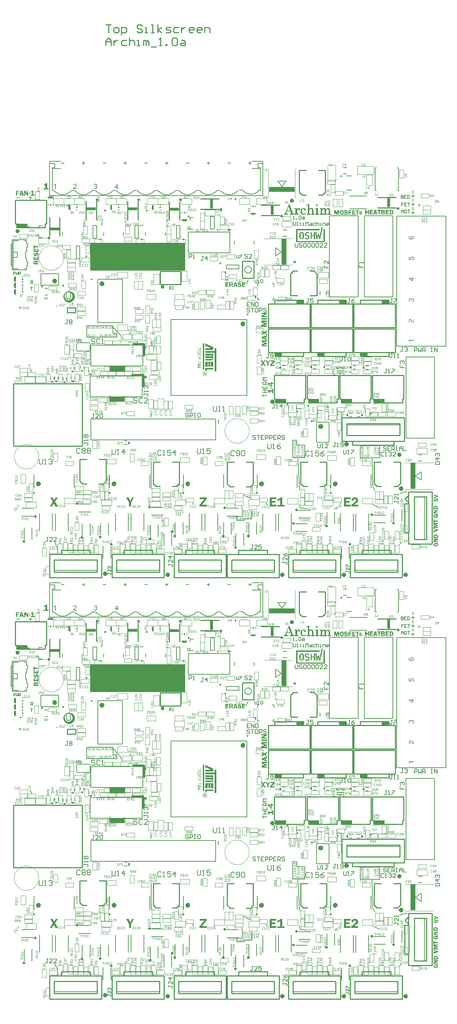
<source format=gto>
G04 Layer_Color=65535*
%FSLAX25Y25*%
%MOIN*%
G70*
G01*
G75*
%ADD10C,0.00700*%
%ADD12C,0.01000*%
%ADD78C,0.01200*%
%ADD80C,0.02000*%
%ADD81C,0.00800*%
%ADD82C,0.02400*%
%ADD88C,0.00600*%
%ADD91C,0.01400*%
%ADD135C,0.00984*%
%ADD136C,0.02362*%
%ADD137C,0.00100*%
%ADD138C,0.00400*%
%ADD139C,0.00984*%
%ADD140C,0.00500*%
%ADD141C,0.00394*%
%ADD142C,0.03500*%
%ADD143C,0.02500*%
%ADD144C,0.00787*%
%ADD145C,0.00200*%
%ADD146C,0.00197*%
%ADD147C,0.00598*%
%ADD148R,0.24505X0.04921*%
%ADD149R,0.04921X0.24505*%
%ADD150R,0.91831X0.27100*%
%ADD151R,0.00590X0.01200*%
%ADD152R,0.00600X0.01200*%
%ADD153R,0.01190X0.01200*%
%ADD154R,0.01200X0.01190*%
%ADD155R,0.01200X0.00600*%
%ADD156R,0.01200X0.00590*%
%ADD157R,0.02953X0.08790*%
%ADD158R,0.08790X0.02953*%
G36*
X105012Y812063D02*
X105048D01*
X105091Y812056D01*
X105137Y812052D01*
X105187Y812045D01*
X105245Y812034D01*
X105302Y812023D01*
X105427Y811991D01*
X105495Y811973D01*
X105560Y811948D01*
X105624Y811923D01*
X105689Y811891D01*
X105692Y811887D01*
X105703Y811884D01*
X105721Y811873D01*
X105746Y811859D01*
X105774Y811841D01*
X105807Y811819D01*
X105842Y811794D01*
X105882Y811766D01*
X105968Y811698D01*
X106054Y811615D01*
X106136Y811522D01*
X106175Y811469D01*
X106211Y811415D01*
X106215Y811411D01*
X106218Y811400D01*
X106229Y811386D01*
X106240Y811361D01*
X106254Y811336D01*
X106268Y811300D01*
X106286Y811264D01*
X106304Y811221D01*
X106319Y811175D01*
X106336Y811128D01*
X106365Y811021D01*
X106387Y810903D01*
X106390Y810842D01*
X106394Y810777D01*
Y810774D01*
Y810763D01*
Y810745D01*
X106390Y810724D01*
Y810695D01*
X106383Y810663D01*
X106379Y810624D01*
X106372Y810584D01*
X106351Y810491D01*
X106319Y810394D01*
X106301Y810344D01*
X106276Y810291D01*
X106251Y810240D01*
X106218Y810190D01*
X106215Y810187D01*
X106211Y810180D01*
X106200Y810165D01*
X106186Y810147D01*
X106168Y810126D01*
X106147Y810101D01*
X106122Y810072D01*
X106089Y810040D01*
X106057Y810008D01*
X106018Y809976D01*
X105979Y809940D01*
X105932Y809904D01*
X105882Y809872D01*
X105828Y809836D01*
X105771Y809804D01*
X105710Y809775D01*
X105713D01*
X105728Y809772D01*
X105753Y809764D01*
X105782Y809754D01*
X105821Y809743D01*
X105864Y809725D01*
X105910Y809707D01*
X105961Y809682D01*
X106014Y809657D01*
X106071Y809625D01*
X106129Y809593D01*
X106186Y809553D01*
X106240Y809510D01*
X106293Y809464D01*
X106347Y809410D01*
X106394Y809353D01*
X106397Y809349D01*
X106404Y809338D01*
X106415Y809321D01*
X106433Y809295D01*
X106451Y809263D01*
X106473Y809227D01*
X106494Y809184D01*
X106516Y809134D01*
X106537Y809077D01*
X106562Y809016D01*
X106580Y808952D01*
X106598Y808880D01*
X106616Y808805D01*
X106626Y808726D01*
X106634Y808644D01*
X106637Y808554D01*
Y808547D01*
Y808526D01*
X106634Y808490D01*
X106630Y808447D01*
X106623Y808390D01*
X106612Y808325D01*
X106598Y808254D01*
X106576Y808175D01*
X106551Y808089D01*
X106523Y808003D01*
X106483Y807910D01*
X106437Y807817D01*
X106383Y807724D01*
X106319Y807631D01*
X106243Y807541D01*
X106161Y807455D01*
X106154Y807452D01*
X106140Y807437D01*
X106114Y807412D01*
X106075Y807384D01*
X106029Y807351D01*
X105975Y807312D01*
X105907Y807273D01*
X105835Y807230D01*
X105753Y807187D01*
X105660Y807147D01*
X105563Y807108D01*
X105456Y807076D01*
X105345Y807047D01*
X105223Y807022D01*
X105098Y807008D01*
X104965Y807004D01*
X104937D01*
X104901Y807008D01*
X104858Y807011D01*
X104801Y807015D01*
X104736Y807026D01*
X104665Y807036D01*
X104586Y807054D01*
X104504Y807072D01*
X104414Y807097D01*
X104324Y807129D01*
X104231Y807169D01*
X104142Y807212D01*
X104052Y807262D01*
X103963Y807323D01*
X103881Y807391D01*
X103877Y807394D01*
X103863Y807409D01*
X103841Y807430D01*
X103813Y807462D01*
X103780Y807502D01*
X103741Y807548D01*
X103702Y807602D01*
X103659Y807663D01*
X103616Y807731D01*
X103573Y807810D01*
X103533Y807892D01*
X103494Y807981D01*
X103462Y808078D01*
X103429Y808178D01*
X103408Y808286D01*
X103394Y808400D01*
X104002Y808483D01*
Y808476D01*
X104006Y808461D01*
X104013Y808433D01*
X104024Y808397D01*
X104034Y808354D01*
X104049Y808307D01*
X104067Y808254D01*
X104085Y808196D01*
X104135Y808071D01*
X104196Y807949D01*
X104231Y807889D01*
X104271Y807831D01*
X104310Y807781D01*
X104357Y807734D01*
X104360Y807731D01*
X104367Y807724D01*
X104382Y807713D01*
X104403Y807699D01*
X104425Y807681D01*
X104457Y807663D01*
X104489Y807641D01*
X104529Y807623D01*
X104571Y807602D01*
X104618Y807581D01*
X104668Y807563D01*
X104722Y807545D01*
X104779Y807530D01*
X104840Y807520D01*
X104901Y807513D01*
X104969Y807509D01*
X104987D01*
X105012Y807513D01*
X105041D01*
X105080Y807520D01*
X105123Y807523D01*
X105169Y807534D01*
X105223Y807545D01*
X105277Y807563D01*
X105338Y807581D01*
X105398Y807606D01*
X105459Y807634D01*
X105520Y807670D01*
X105581Y807710D01*
X105638Y807752D01*
X105696Y807806D01*
X105699Y807810D01*
X105710Y807820D01*
X105724Y807835D01*
X105742Y807860D01*
X105764Y807889D01*
X105789Y807924D01*
X105817Y807964D01*
X105846Y808010D01*
X105871Y808060D01*
X105900Y808118D01*
X105925Y808175D01*
X105946Y808243D01*
X105964Y808311D01*
X105979Y808383D01*
X105989Y808461D01*
X105993Y808540D01*
Y808544D01*
Y808558D01*
Y808579D01*
X105989Y808612D01*
X105986Y808644D01*
X105979Y808687D01*
X105971Y808733D01*
X105957Y808784D01*
X105943Y808837D01*
X105925Y808894D01*
X105903Y808952D01*
X105878Y809009D01*
X105846Y809066D01*
X105807Y809124D01*
X105767Y809177D01*
X105717Y809231D01*
X105713Y809235D01*
X105706Y809242D01*
X105689Y809256D01*
X105667Y809274D01*
X105642Y809295D01*
X105610Y809317D01*
X105570Y809342D01*
X105527Y809367D01*
X105481Y809392D01*
X105427Y809417D01*
X105370Y809439D01*
X105309Y809460D01*
X105245Y809478D01*
X105173Y809492D01*
X105101Y809499D01*
X105023Y809503D01*
X104990D01*
X104955Y809499D01*
X104904Y809496D01*
X104840Y809489D01*
X104768Y809474D01*
X104686Y809460D01*
X104593Y809439D01*
X104661Y809972D01*
X104672D01*
X104683Y809968D01*
X104697D01*
X104729Y809965D01*
X104797D01*
X104822Y809968D01*
X104858Y809972D01*
X104897Y809976D01*
X104940Y809983D01*
X104990Y809990D01*
X105044Y810001D01*
X105098Y810015D01*
X105216Y810051D01*
X105277Y810072D01*
X105338Y810101D01*
X105398Y810130D01*
X105456Y810165D01*
X105459Y810169D01*
X105470Y810176D01*
X105484Y810187D01*
X105506Y810205D01*
X105527Y810226D01*
X105556Y810251D01*
X105581Y810283D01*
X105613Y810319D01*
X105642Y810362D01*
X105671Y810409D01*
X105696Y810459D01*
X105717Y810516D01*
X105739Y810577D01*
X105753Y810645D01*
X105764Y810717D01*
X105767Y810792D01*
Y810795D01*
Y810806D01*
Y810824D01*
X105764Y810849D01*
X105760Y810874D01*
X105756Y810910D01*
X105749Y810946D01*
X105739Y810985D01*
X105710Y811071D01*
X105692Y811118D01*
X105671Y811164D01*
X105646Y811211D01*
X105613Y811257D01*
X105578Y811300D01*
X105538Y811343D01*
X105535Y811347D01*
X105527Y811354D01*
X105517Y811365D01*
X105499Y811379D01*
X105474Y811393D01*
X105449Y811415D01*
X105416Y811433D01*
X105381Y811454D01*
X105341Y811476D01*
X105298Y811493D01*
X105248Y811515D01*
X105198Y811529D01*
X105141Y811544D01*
X105084Y811554D01*
X105019Y811561D01*
X104955Y811565D01*
X104919D01*
X104897Y811561D01*
X104865Y811558D01*
X104829Y811554D01*
X104790Y811547D01*
X104747Y811537D01*
X104654Y811511D01*
X104607Y811493D01*
X104557Y811469D01*
X104507Y811443D01*
X104457Y811415D01*
X104410Y811379D01*
X104364Y811340D01*
X104360Y811336D01*
X104353Y811329D01*
X104342Y811314D01*
X104324Y811297D01*
X104307Y811275D01*
X104285Y811246D01*
X104264Y811211D01*
X104239Y811175D01*
X104214Y811128D01*
X104189Y811078D01*
X104160Y811024D01*
X104138Y810964D01*
X104113Y810899D01*
X104095Y810831D01*
X104077Y810756D01*
X104063Y810674D01*
X103455Y810781D01*
Y810785D01*
Y810788D01*
X103462Y810810D01*
X103469Y810838D01*
X103480Y810881D01*
X103494Y810935D01*
X103512Y810992D01*
X103533Y811057D01*
X103558Y811128D01*
X103591Y811203D01*
X103626Y811282D01*
X103669Y811361D01*
X103716Y811440D01*
X103766Y811519D01*
X103823Y811594D01*
X103888Y811665D01*
X103959Y811730D01*
X103963Y811733D01*
X103977Y811744D01*
X103999Y811762D01*
X104031Y811784D01*
X104070Y811809D01*
X104117Y811837D01*
X104171Y811866D01*
X104231Y811898D01*
X104299Y811930D01*
X104375Y811959D01*
X104453Y811988D01*
X104539Y812013D01*
X104632Y812034D01*
X104733Y812052D01*
X104836Y812063D01*
X104944Y812066D01*
X104983D01*
X105012Y812063D01*
D02*
G37*
G36*
X126150Y808837D02*
X126820D01*
Y808279D01*
X126150D01*
Y807094D01*
X125542D01*
Y808279D01*
X123394D01*
Y808837D01*
X125653Y812048D01*
X126150D01*
Y808837D01*
D02*
G37*
G36*
X85187Y812063D02*
X85237Y812059D01*
X85298Y812056D01*
X85366Y812045D01*
X85445Y812034D01*
X85527Y812016D01*
X85617Y811995D01*
X85706Y811970D01*
X85803Y811937D01*
X85896Y811898D01*
X85989Y811852D01*
X86079Y811801D01*
X86165Y811740D01*
X86247Y811669D01*
X86251Y811665D01*
X86265Y811651D01*
X86286Y811630D01*
X86311Y811597D01*
X86344Y811561D01*
X86379Y811515D01*
X86419Y811461D01*
X86458Y811400D01*
X86494Y811332D01*
X86533Y811257D01*
X86569Y811175D01*
X86601Y811089D01*
X86626Y810996D01*
X86648Y810899D01*
X86662Y810795D01*
X86666Y810688D01*
Y810684D01*
Y810674D01*
Y810659D01*
Y810638D01*
X86662Y810609D01*
X86659Y810581D01*
X86655Y810545D01*
X86651Y810505D01*
X86637Y810416D01*
X86616Y810316D01*
X86584Y810212D01*
X86544Y810104D01*
Y810101D01*
X86537Y810090D01*
X86530Y810076D01*
X86519Y810054D01*
X86508Y810029D01*
X86490Y809997D01*
X86472Y809961D01*
X86447Y809922D01*
X86422Y809879D01*
X86394Y809832D01*
X86322Y809729D01*
X86283Y809675D01*
X86240Y809618D01*
X86190Y809560D01*
X86140Y809499D01*
X86136Y809496D01*
X86125Y809485D01*
X86111Y809467D01*
X86086Y809442D01*
X86054Y809410D01*
X86014Y809371D01*
X85971Y809324D01*
X85918Y809270D01*
X85857Y809213D01*
X85785Y809149D01*
X85710Y809077D01*
X85624Y808998D01*
X85531Y808916D01*
X85431Y808826D01*
X85320Y808730D01*
X85202Y808630D01*
X85194Y808626D01*
X85176Y808608D01*
X85151Y808587D01*
X85116Y808554D01*
X85069Y808519D01*
X85023Y808476D01*
X84969Y808429D01*
X84912Y808379D01*
X84790Y808275D01*
X84733Y808221D01*
X84675Y808171D01*
X84622Y808121D01*
X84575Y808078D01*
X84532Y808039D01*
X84500Y808003D01*
X84493Y807996D01*
X84475Y807974D01*
X84446Y807942D01*
X84410Y807903D01*
X84371Y807853D01*
X84328Y807799D01*
X84285Y807738D01*
X84246Y807677D01*
X86673D01*
Y807094D01*
X83401D01*
Y807097D01*
Y807104D01*
Y807115D01*
Y807129D01*
Y807151D01*
X83404Y807172D01*
X83408Y807230D01*
X83415Y807291D01*
X83426Y807362D01*
X83444Y807437D01*
X83469Y807513D01*
Y807516D01*
X83476Y807527D01*
X83483Y807545D01*
X83494Y807570D01*
X83505Y807602D01*
X83523Y807638D01*
X83544Y807677D01*
X83565Y807720D01*
X83591Y807770D01*
X83623Y807820D01*
X83691Y807931D01*
X83773Y808050D01*
X83870Y808171D01*
X83873Y808175D01*
X83884Y808186D01*
X83899Y808204D01*
X83920Y808229D01*
X83949Y808261D01*
X83984Y808297D01*
X84024Y808340D01*
X84074Y808386D01*
X84128Y808440D01*
X84185Y808497D01*
X84249Y808558D01*
X84321Y808626D01*
X84400Y808694D01*
X84482Y808766D01*
X84571Y808841D01*
X84665Y808920D01*
X84668Y808923D01*
X84675Y808927D01*
X84686Y808937D01*
X84700Y808948D01*
X84718Y808966D01*
X84740Y808984D01*
X84794Y809031D01*
X84861Y809084D01*
X84933Y809152D01*
X85015Y809224D01*
X85101Y809303D01*
X85194Y809385D01*
X85284Y809471D01*
X85377Y809557D01*
X85463Y809646D01*
X85549Y809732D01*
X85624Y809814D01*
X85696Y809897D01*
X85753Y809972D01*
X85756Y809976D01*
X85764Y809990D01*
X85778Y810011D01*
X85799Y810036D01*
X85821Y810072D01*
X85842Y810112D01*
X85871Y810158D01*
X85896Y810208D01*
X85921Y810262D01*
X85950Y810319D01*
X85996Y810445D01*
X86014Y810509D01*
X86029Y810573D01*
X86036Y810638D01*
X86039Y810702D01*
Y810706D01*
Y810720D01*
Y810738D01*
X86036Y810763D01*
X86032Y810795D01*
X86025Y810831D01*
X86018Y810871D01*
X86007Y810914D01*
X85993Y810960D01*
X85975Y811010D01*
X85953Y811060D01*
X85928Y811110D01*
X85900Y811164D01*
X85864Y811214D01*
X85825Y811264D01*
X85778Y811311D01*
X85774Y811314D01*
X85767Y811322D01*
X85753Y811332D01*
X85731Y811350D01*
X85706Y811368D01*
X85674Y811390D01*
X85638Y811415D01*
X85599Y811436D01*
X85552Y811461D01*
X85502Y811483D01*
X85445Y811504D01*
X85388Y811522D01*
X85323Y811540D01*
X85255Y811551D01*
X85184Y811558D01*
X85109Y811561D01*
X85066D01*
X85037Y811558D01*
X84997Y811554D01*
X84955Y811547D01*
X84908Y811540D01*
X84854Y811529D01*
X84801Y811515D01*
X84743Y811497D01*
X84686Y811476D01*
X84625Y811451D01*
X84568Y811418D01*
X84511Y811382D01*
X84453Y811343D01*
X84403Y811297D01*
X84400Y811293D01*
X84392Y811286D01*
X84378Y811268D01*
X84364Y811250D01*
X84342Y811221D01*
X84321Y811189D01*
X84296Y811150D01*
X84274Y811107D01*
X84249Y811060D01*
X84224Y811003D01*
X84203Y810946D01*
X84181Y810881D01*
X84167Y810810D01*
X84153Y810735D01*
X84145Y810656D01*
X84142Y810570D01*
X83515Y810634D01*
Y810638D01*
Y810641D01*
X83519Y810652D01*
Y810666D01*
X83523Y810702D01*
X83533Y810749D01*
X83544Y810806D01*
X83558Y810874D01*
X83576Y810949D01*
X83598Y811028D01*
X83626Y811114D01*
X83659Y811200D01*
X83698Y811290D01*
X83745Y811379D01*
X83795Y811465D01*
X83855Y811547D01*
X83920Y811626D01*
X83995Y811698D01*
X83999Y811701D01*
X84013Y811712D01*
X84038Y811733D01*
X84070Y811755D01*
X84113Y811784D01*
X84163Y811816D01*
X84224Y811848D01*
X84292Y811884D01*
X84371Y811916D01*
X84453Y811948D01*
X84547Y811980D01*
X84647Y812009D01*
X84754Y812034D01*
X84869Y812052D01*
X84990Y812063D01*
X85119Y812066D01*
X85151D01*
X85187Y812063D01*
D02*
G37*
G36*
X66720Y807094D02*
X66111D01*
Y810967D01*
X66107Y810964D01*
X66100Y810956D01*
X66089Y810946D01*
X66071Y810931D01*
X66050Y810914D01*
X66021Y810888D01*
X65989Y810863D01*
X65957Y810835D01*
X65914Y810806D01*
X65871Y810770D01*
X65825Y810738D01*
X65774Y810699D01*
X65717Y810663D01*
X65660Y810624D01*
X65531Y810545D01*
X65527Y810541D01*
X65517Y810534D01*
X65495Y810523D01*
X65470Y810513D01*
X65441Y810495D01*
X65406Y810473D01*
X65363Y810452D01*
X65320Y810427D01*
X65219Y810377D01*
X65112Y810326D01*
X65001Y810276D01*
X64894Y810233D01*
Y810820D01*
X64901Y810824D01*
X64915Y810831D01*
X64944Y810845D01*
X64980Y810863D01*
X65023Y810885D01*
X65076Y810914D01*
X65134Y810946D01*
X65194Y810982D01*
X65262Y811024D01*
X65334Y811067D01*
X65484Y811168D01*
X65638Y811279D01*
X65785Y811400D01*
X65789Y811404D01*
X65803Y811415D01*
X65821Y811433D01*
X65846Y811458D01*
X65878Y811490D01*
X65914Y811526D01*
X65953Y811569D01*
X65996Y811612D01*
X66039Y811662D01*
X66086Y811716D01*
X66175Y811827D01*
X66258Y811945D01*
X66294Y812006D01*
X66326Y812066D01*
X66720D01*
Y807094D01*
D02*
G37*
G36*
X58305Y807698D02*
X59931D01*
Y806622D01*
X55177D01*
Y807698D01*
X56956D01*
Y811047D01*
X56951D01*
X56942Y811038D01*
X56928Y811034D01*
X56910Y811020D01*
X56886Y811006D01*
X56854Y810987D01*
X56785Y810946D01*
X56697Y810890D01*
X56595Y810835D01*
X56480Y810770D01*
X56360Y810701D01*
X56230Y810627D01*
X56096Y810553D01*
X55824Y810410D01*
X55690Y810341D01*
X55560Y810281D01*
X55440Y810225D01*
X55325Y810174D01*
Y811380D01*
X55330D01*
X55343Y811385D01*
X55362Y811394D01*
X55389Y811399D01*
X55427Y811413D01*
X55468Y811426D01*
X55514Y811445D01*
X55570Y811463D01*
X55630Y811482D01*
X55690Y811505D01*
X55828Y811560D01*
X55981Y811625D01*
X56143Y811694D01*
X56309Y811777D01*
X56475Y811865D01*
X56642Y811967D01*
X56799Y812073D01*
X56951Y812189D01*
X57090Y812309D01*
X57150Y812374D01*
X57210Y812438D01*
X57261Y812508D01*
X57307Y812577D01*
X58305D01*
Y807698D01*
D02*
G37*
G36*
X40157Y800768D02*
X39217D01*
X37374Y803939D01*
Y803935D01*
Y803920D01*
Y803898D01*
X37378Y803876D01*
Y803824D01*
X37382Y803802D01*
Y803783D01*
Y803780D01*
X37386Y803765D01*
Y803739D01*
X37389Y803713D01*
X37393Y803680D01*
Y803646D01*
X37397Y803613D01*
Y803580D01*
Y800768D01*
X36538D01*
Y805467D01*
X37722D01*
X39328Y802695D01*
Y802699D01*
Y802703D01*
X39324Y802714D01*
Y802729D01*
X39321Y802766D01*
X39317Y802810D01*
X39313Y802862D01*
X39310Y802914D01*
X39306Y802962D01*
Y803006D01*
Y805467D01*
X40157D01*
Y800768D01*
D02*
G37*
G36*
X42355Y802181D02*
X40708D01*
Y802929D01*
X42355D01*
Y802181D01*
D02*
G37*
G36*
X45256Y801630D02*
X46558D01*
Y800768D01*
X42751D01*
Y801630D01*
X44175D01*
Y804312D01*
X44171D01*
X44164Y804305D01*
X44153Y804301D01*
X44138Y804290D01*
X44120Y804279D01*
X44094Y804264D01*
X44038Y804231D01*
X43968Y804187D01*
X43887Y804142D01*
X43794Y804090D01*
X43698Y804035D01*
X43594Y803976D01*
X43487Y803916D01*
X43269Y803802D01*
X43161Y803746D01*
X43058Y803698D01*
X42961Y803654D01*
X42869Y803613D01*
Y804579D01*
X42873D01*
X42884Y804582D01*
X42899Y804590D01*
X42921Y804593D01*
X42950Y804605D01*
X42984Y804616D01*
X43021Y804630D01*
X43065Y804645D01*
X43113Y804660D01*
X43161Y804679D01*
X43272Y804723D01*
X43394Y804775D01*
X43524Y804830D01*
X43657Y804897D01*
X43790Y804967D01*
X43924Y805049D01*
X44049Y805134D01*
X44171Y805226D01*
X44282Y805322D01*
X44330Y805374D01*
X44379Y805426D01*
X44419Y805482D01*
X44456Y805537D01*
X45256D01*
Y801630D01*
D02*
G37*
G36*
X36035Y800768D02*
X34851D01*
X34559Y801737D01*
X33042D01*
X32746Y800768D01*
X31784D01*
X33286Y805467D01*
X34566D01*
X36035Y800768D01*
D02*
G37*
G36*
X31691Y804538D02*
X29490D01*
Y803483D01*
X31229D01*
Y802607D01*
X29490D01*
Y800768D01*
X28346D01*
Y805467D01*
X31691D01*
Y804538D01*
D02*
G37*
G36*
X317832Y792222D02*
X317891Y792215D01*
X317972Y792200D01*
X318069Y792163D01*
X318172Y792119D01*
X318276Y792060D01*
X318372Y791971D01*
X318387Y791956D01*
X318416Y791926D01*
X318453Y791875D01*
X318505Y791801D01*
X318549Y791712D01*
X318594Y791608D01*
X318623Y791497D01*
X318631Y791371D01*
Y791357D01*
Y791312D01*
X318616Y791253D01*
X318601Y791172D01*
X318572Y791075D01*
X318527Y790979D01*
X318461Y790876D01*
X318379Y790779D01*
X318365Y790772D01*
X318335Y790742D01*
X318283Y790705D01*
X318209Y790661D01*
X318120Y790609D01*
X318024Y790572D01*
X317906Y790543D01*
X317780Y790535D01*
X317765D01*
X317721Y790543D01*
X317654Y790550D01*
X317573Y790565D01*
X317477Y790594D01*
X317373Y790639D01*
X317269Y790698D01*
X317173Y790779D01*
X317166Y790794D01*
X317136Y790824D01*
X317099Y790876D01*
X317055Y790949D01*
X317003Y791038D01*
X316966Y791142D01*
X316936Y791253D01*
X316929Y791379D01*
Y791386D01*
Y791394D01*
X316936Y791438D01*
X316944Y791497D01*
X316958Y791578D01*
X316988Y791675D01*
X317033Y791771D01*
X317099Y791875D01*
X317180Y791971D01*
X317195Y791986D01*
X317225Y792015D01*
X317277Y792052D01*
X317351Y792104D01*
X317440Y792148D01*
X317536Y792193D01*
X317647Y792222D01*
X317773Y792230D01*
X317787D01*
X317832Y792222D01*
D02*
G37*
G36*
X298466Y786376D02*
X298473Y786413D01*
X298481Y786473D01*
X298488Y786547D01*
X298503Y786643D01*
X298518Y786746D01*
X298540Y786872D01*
X298569Y786998D01*
X298606Y787139D01*
X298643Y787279D01*
X298695Y787427D01*
X298747Y787575D01*
X298814Y787723D01*
X298888Y787864D01*
X298969Y787997D01*
X299058Y788123D01*
X299065Y788130D01*
X299080Y788152D01*
X299110Y788182D01*
X299154Y788226D01*
X299199Y788271D01*
X299265Y788330D01*
X299332Y788389D01*
X299413Y788448D01*
X299502Y788508D01*
X299605Y788567D01*
X299709Y788626D01*
X299820Y788670D01*
X299946Y788715D01*
X300072Y788744D01*
X300212Y788767D01*
X300353Y788774D01*
X300405D01*
X300442Y788767D01*
X300486D01*
X300538Y788759D01*
X300664Y788730D01*
X300804Y788693D01*
X300945Y788633D01*
X301085Y788545D01*
X301152Y788493D01*
X301219Y788434D01*
X301226D01*
X301234Y788419D01*
X301248Y788397D01*
X301271Y788374D01*
X301322Y788300D01*
X301389Y788197D01*
X301448Y788071D01*
X301500Y787923D01*
X301537Y787745D01*
X301552Y787656D01*
Y787553D01*
Y787546D01*
Y787531D01*
Y787509D01*
Y787479D01*
X301537Y787397D01*
X301522Y787294D01*
X301493Y787183D01*
X301455Y787057D01*
X301396Y786946D01*
X301315Y786835D01*
X301308Y786828D01*
X301271Y786798D01*
X301226Y786754D01*
X301160Y786709D01*
X301071Y786657D01*
X300974Y786621D01*
X300856Y786591D01*
X300730Y786576D01*
X300715D01*
X300671Y786584D01*
X300612Y786591D01*
X300531Y786606D01*
X300442Y786635D01*
X300353Y786672D01*
X300257Y786731D01*
X300175Y786806D01*
X300168Y786813D01*
X300146Y786850D01*
X300109Y786902D01*
X300072Y786968D01*
X300035Y787057D01*
X299998Y787161D01*
X299975Y787279D01*
X299968Y787412D01*
Y787427D01*
Y787457D01*
X299975Y787501D01*
X299983Y787568D01*
X300005Y787642D01*
X300027Y787731D01*
X300064Y787819D01*
X300109Y787916D01*
Y787923D01*
X300116Y787930D01*
X300138Y787967D01*
X300079Y787960D01*
X300005Y787938D01*
X299909Y787901D01*
X299783Y787842D01*
X299628Y787768D01*
X299450Y787664D01*
Y787656D01*
X299443Y787649D01*
X299428Y787627D01*
X299413Y787597D01*
X299391Y787560D01*
X299369Y787509D01*
X299346Y787457D01*
X299317Y787390D01*
X299280Y787324D01*
X299243Y787242D01*
X299206Y787153D01*
X299169Y787057D01*
X299132Y786953D01*
X299088Y786835D01*
X299043Y786717D01*
X298999Y786584D01*
X298991Y786569D01*
X298984Y786532D01*
X298962Y786473D01*
X298939Y786399D01*
X298910Y786302D01*
X298880Y786191D01*
X298851Y786065D01*
X298814Y785932D01*
X298777Y785792D01*
X298747Y785644D01*
X298688Y785348D01*
X298643Y785052D01*
X298636Y784911D01*
X298629Y784778D01*
Y783498D01*
Y783490D01*
Y783476D01*
X298636Y783446D01*
X298643Y783409D01*
X298673Y783335D01*
X298695Y783298D01*
X298732Y783261D01*
X298740D01*
X298755Y783246D01*
X298784Y783239D01*
X298829Y783224D01*
X298888Y783209D01*
X298962Y783194D01*
X299058Y783187D01*
X299169Y783180D01*
X300064D01*
Y782440D01*
X296091D01*
Y783180D01*
X296860D01*
X296904Y783187D01*
X296956D01*
X297075Y783217D01*
X297134Y783231D01*
X297178Y783261D01*
X297186Y783268D01*
X297193Y783276D01*
X297237Y783313D01*
X297274Y783379D01*
X297282Y783416D01*
X297289Y783453D01*
Y787250D01*
Y787257D01*
Y787264D01*
Y787309D01*
X297282Y787375D01*
X297267Y787457D01*
X297252Y787546D01*
X297223Y787634D01*
X297186Y787723D01*
X297134Y787790D01*
X297127Y787797D01*
X297104Y787812D01*
X297075Y787842D01*
X297023Y787871D01*
X296964Y787901D01*
X296890Y787930D01*
X296801Y787945D01*
X296705Y787953D01*
X296054D01*
Y788648D01*
X298466Y788781D01*
Y786376D01*
D02*
G37*
G36*
X305207Y788833D02*
X305289Y788826D01*
X305378Y788811D01*
X305481Y788796D01*
X305592Y788774D01*
X305711Y788744D01*
X305836Y788715D01*
X305962Y788670D01*
X306095Y788619D01*
X306221Y788559D01*
X306347Y788485D01*
X306473Y788411D01*
X306591Y788315D01*
X306598Y788308D01*
X306621Y788293D01*
X306650Y788263D01*
X306687Y788226D01*
X306739Y788174D01*
X306791Y788115D01*
X306843Y788049D01*
X306902Y787975D01*
X306961Y787893D01*
X307013Y787805D01*
X307117Y787605D01*
X307154Y787501D01*
X307183Y787390D01*
X307205Y787272D01*
X307213Y787153D01*
Y787146D01*
Y787139D01*
Y787116D01*
Y787087D01*
X307198Y787005D01*
X307183Y786909D01*
X307154Y786806D01*
X307109Y786687D01*
X307043Y786576D01*
X306961Y786465D01*
X306946Y786450D01*
X306917Y786421D01*
X306865Y786384D01*
X306791Y786332D01*
X306702Y786280D01*
X306598Y786243D01*
X306480Y786214D01*
X306354Y786199D01*
X306340D01*
X306295Y786206D01*
X306236Y786214D01*
X306154Y786228D01*
X306066Y786258D01*
X305970Y786295D01*
X305873Y786354D01*
X305777Y786428D01*
X305770Y786436D01*
X305740Y786473D01*
X305703Y786524D01*
X305666Y786591D01*
X305622Y786672D01*
X305585Y786768D01*
X305555Y786880D01*
X305548Y787005D01*
Y787013D01*
Y787020D01*
X305555Y787057D01*
X305562Y787124D01*
X305577Y787205D01*
X305607Y787294D01*
X305651Y787397D01*
X305711Y787509D01*
X305792Y787619D01*
Y787627D01*
X305807Y787634D01*
X305829Y787664D01*
X305851Y787701D01*
X305866Y787723D01*
Y787731D01*
Y787745D01*
X305858Y787768D01*
X305844Y787797D01*
X305814Y787842D01*
X305777Y787886D01*
X305725Y787930D01*
X305659Y787982D01*
X305651Y787990D01*
X305622Y788004D01*
X305570Y788027D01*
X305511Y788056D01*
X305422Y788086D01*
X305326Y788108D01*
X305207Y788123D01*
X305074Y788130D01*
X305008D01*
X304956Y788123D01*
X304896Y788115D01*
X304822Y788101D01*
X304749Y788086D01*
X304660Y788056D01*
X304571Y788027D01*
X304475Y787990D01*
X304379Y787945D01*
X304275Y787893D01*
X304179Y787827D01*
X304082Y787745D01*
X303986Y787664D01*
X303898Y787560D01*
X303890Y787553D01*
X303875Y787523D01*
X303853Y787486D01*
X303831Y787427D01*
X303794Y787353D01*
X303757Y787264D01*
X303720Y787153D01*
X303676Y787035D01*
X303631Y786902D01*
X303594Y786746D01*
X303557Y786584D01*
X303520Y786399D01*
X303498Y786206D01*
X303476Y785992D01*
X303461Y785770D01*
X303453Y785533D01*
Y785518D01*
Y785481D01*
Y785414D01*
X303461Y785333D01*
X303468Y785229D01*
X303476Y785111D01*
X303490Y784978D01*
X303513Y784837D01*
X303572Y784541D01*
X303609Y784386D01*
X303653Y784230D01*
X303705Y784082D01*
X303772Y783942D01*
X303846Y783809D01*
X303927Y783683D01*
X303935Y783675D01*
X303949Y783653D01*
X303979Y783624D01*
X304016Y783587D01*
X304060Y783542D01*
X304112Y783490D01*
X304179Y783431D01*
X304253Y783379D01*
X304334Y783320D01*
X304430Y783261D01*
X304526Y783209D01*
X304630Y783165D01*
X304749Y783128D01*
X304867Y783098D01*
X304993Y783076D01*
X305126Y783069D01*
X305170D01*
X305222Y783076D01*
X305289Y783091D01*
X305378Y783113D01*
X305474Y783143D01*
X305577Y783187D01*
X305696Y783246D01*
X305814Y783320D01*
X305940Y783409D01*
X306066Y783527D01*
X306199Y783661D01*
X306325Y783823D01*
X306443Y784008D01*
X306502Y784112D01*
X306561Y784230D01*
X306613Y784349D01*
X306665Y784475D01*
X307294Y784304D01*
Y784297D01*
X307287Y784282D01*
X307279Y784253D01*
X307264Y784215D01*
X307250Y784171D01*
X307235Y784119D01*
X307213Y784053D01*
X307183Y783986D01*
X307117Y783831D01*
X307028Y783661D01*
X306924Y783476D01*
X306806Y783283D01*
X306658Y783091D01*
X306495Y782906D01*
X306302Y782735D01*
X306088Y782580D01*
X305970Y782514D01*
X305851Y782454D01*
X305718Y782395D01*
X305585Y782351D01*
X305444Y782314D01*
X305289Y782284D01*
X305133Y782269D01*
X304971Y782262D01*
X304911D01*
X304845Y782269D01*
X304756Y782277D01*
X304645Y782292D01*
X304512Y782306D01*
X304371Y782336D01*
X304216Y782373D01*
X304053Y782417D01*
X303875Y782469D01*
X303698Y782543D01*
X303520Y782624D01*
X303343Y782721D01*
X303172Y782839D01*
X303002Y782972D01*
X302839Y783120D01*
X302832Y783128D01*
X302802Y783157D01*
X302765Y783209D01*
X302713Y783276D01*
X302647Y783364D01*
X302580Y783468D01*
X302506Y783587D01*
X302432Y783727D01*
X302351Y783883D01*
X302277Y784053D01*
X302210Y784238D01*
X302144Y784438D01*
X302092Y784660D01*
X302055Y784889D01*
X302025Y785133D01*
X302018Y785392D01*
Y785399D01*
Y785414D01*
Y785436D01*
Y785466D01*
Y785503D01*
X302025Y785547D01*
X302033Y785659D01*
X302047Y785799D01*
X302062Y785955D01*
X302092Y786132D01*
X302129Y786325D01*
X302181Y786524D01*
X302240Y786731D01*
X302314Y786939D01*
X302403Y787153D01*
X302499Y787360D01*
X302625Y787560D01*
X302765Y787753D01*
X302921Y787930D01*
X302928Y787938D01*
X302965Y787967D01*
X303010Y788012D01*
X303083Y788071D01*
X303165Y788145D01*
X303269Y788219D01*
X303394Y788300D01*
X303527Y788389D01*
X303676Y788471D01*
X303838Y788552D01*
X304016Y788633D01*
X304201Y788700D01*
X304401Y788759D01*
X304608Y788803D01*
X304822Y788833D01*
X305052Y788840D01*
X305141D01*
X305207Y788833D01*
D02*
G37*
G36*
X345671Y786837D02*
X345702D01*
X345737Y786834D01*
X345778Y786830D01*
X345824Y786823D01*
X345876Y786816D01*
X345928Y786809D01*
X345987Y786799D01*
X346046Y786785D01*
X346174Y786754D01*
X346309Y786712D01*
X346452Y786657D01*
X346521Y786622D01*
X346594Y786587D01*
X346663Y786549D01*
X346733Y786504D01*
X346802Y786455D01*
X346868Y786404D01*
X346930Y786344D01*
X346993Y786285D01*
X347052Y786216D01*
X347107Y786147D01*
X347156Y786067D01*
X347205Y785987D01*
X347246Y785897D01*
X347284Y785803D01*
X346406Y785512D01*
X346403Y785519D01*
X346396Y785533D01*
X346386Y785560D01*
X346368Y785592D01*
X346347Y785633D01*
X346320Y785675D01*
X346285Y785723D01*
X346243Y785772D01*
X346198Y785820D01*
X346143Y785869D01*
X346080Y785911D01*
X346014Y785952D01*
X345935Y785984D01*
X345851Y786011D01*
X345758Y786025D01*
X345654Y786032D01*
X345626D01*
X345598Y786029D01*
X345560Y786025D01*
X345511Y786022D01*
X345459Y786011D01*
X345404Y785997D01*
X345348Y785984D01*
X345293Y785963D01*
X345237Y785935D01*
X345185Y785904D01*
X345140Y785866D01*
X345098Y785817D01*
X345071Y785765D01*
X345050Y785703D01*
X345046Y785668D01*
X345043Y785633D01*
Y785626D01*
X345046Y785609D01*
X345050Y785578D01*
X345057Y785543D01*
X345071Y785498D01*
X345091Y785456D01*
X345116Y785411D01*
X345154Y785366D01*
X345161Y785362D01*
X345168Y785356D01*
X345178Y785349D01*
X345192Y785338D01*
X345213Y785328D01*
X345234Y785314D01*
X345261Y785300D01*
X345293Y785286D01*
X345331Y785272D01*
X345372Y785255D01*
X345421Y785238D01*
X345477Y785224D01*
X345535Y785206D01*
X345601Y785189D01*
X345674Y785175D01*
X345681D01*
X345692Y785172D01*
X345706Y785168D01*
X345740Y785161D01*
X345785Y785151D01*
X345841Y785140D01*
X345903Y785123D01*
X345973Y785106D01*
X346049Y785088D01*
X346129Y785068D01*
X346212Y785047D01*
X346375Y784998D01*
X346452Y784974D01*
X346528Y784950D01*
X346597Y784925D01*
X346660Y784898D01*
X346663D01*
X346674Y784891D01*
X346691Y784884D01*
X346712Y784870D01*
X346740Y784856D01*
X346771Y784838D01*
X346806Y784814D01*
X346844Y784790D01*
X346882Y784759D01*
X346927Y784727D01*
X346969Y784689D01*
X347014Y784651D01*
X347059Y784606D01*
X347104Y784557D01*
X347146Y784505D01*
X347187Y784450D01*
X347191Y784446D01*
X347198Y784436D01*
X347208Y784419D01*
X347222Y784398D01*
X347236Y784367D01*
X347257Y784332D01*
X347274Y784294D01*
X347295Y784249D01*
X347316Y784200D01*
X347333Y784148D01*
X347354Y784093D01*
X347368Y784030D01*
X347381Y783968D01*
X347392Y783902D01*
X347399Y783832D01*
X347402Y783763D01*
Y783756D01*
Y783735D01*
X347399Y783704D01*
X347395Y783662D01*
X347389Y783610D01*
X347378Y783551D01*
X347364Y783485D01*
X347343Y783409D01*
X347319Y783332D01*
X347291Y783249D01*
X347253Y783162D01*
X347208Y783076D01*
X347156Y782989D01*
X347094Y782902D01*
X347021Y782816D01*
X346941Y782732D01*
X346934Y782729D01*
X346920Y782715D01*
X346892Y782691D01*
X346854Y782666D01*
X346806Y782632D01*
X346750Y782593D01*
X346677Y782555D01*
X346597Y782517D01*
X346507Y782476D01*
X346406Y782437D01*
X346295Y782399D01*
X346174Y782368D01*
X346039Y782340D01*
X345896Y782316D01*
X345740Y782302D01*
X345577Y782299D01*
X345546D01*
X345511Y782302D01*
X345463D01*
X345407Y782309D01*
X345338Y782316D01*
X345261Y782323D01*
X345178Y782337D01*
X345091Y782354D01*
X344998Y782375D01*
X344904Y782399D01*
X344807Y782427D01*
X344710Y782462D01*
X344613Y782503D01*
X344515Y782552D01*
X344425Y782604D01*
X344418Y782607D01*
X344404Y782618D01*
X344380Y782635D01*
X344349Y782663D01*
X344311Y782694D01*
X344266Y782732D01*
X344220Y782781D01*
X344168Y782833D01*
X344116Y782895D01*
X344064Y782965D01*
X344012Y783038D01*
X343960Y783121D01*
X343915Y783211D01*
X343870Y783305D01*
X343832Y783409D01*
X343800Y783520D01*
X344755Y783739D01*
X344758Y783732D01*
X344762Y783711D01*
X344776Y783683D01*
X344793Y783641D01*
X344814Y783596D01*
X344845Y783544D01*
X344880Y783489D01*
X344928Y783430D01*
X344980Y783371D01*
X345043Y783315D01*
X345116Y783263D01*
X345199Y783218D01*
X345293Y783176D01*
X345400Y783149D01*
X345518Y783128D01*
X345584Y783124D01*
X345650Y783121D01*
X345685D01*
X345709Y783124D01*
X345737D01*
X345771Y783128D01*
X345810Y783131D01*
X345848Y783138D01*
X345935Y783156D01*
X346021Y783176D01*
X346105Y783211D01*
X346143Y783232D01*
X346177Y783256D01*
X346181D01*
X346184Y783263D01*
X346205Y783281D01*
X346233Y783312D01*
X346268Y783350D01*
X346299Y783398D01*
X346327Y783454D01*
X346347Y783513D01*
X346351Y783548D01*
X346354Y783582D01*
Y783586D01*
Y783589D01*
Y783600D01*
X346351Y783614D01*
X346347Y783648D01*
X346334Y783693D01*
X346316Y783742D01*
X346288Y783791D01*
X346247Y783839D01*
X346222Y783863D01*
X346195Y783884D01*
X346191D01*
X346188Y783888D01*
X346177Y783895D01*
X346164Y783902D01*
X346143Y783912D01*
X346122Y783922D01*
X346091Y783936D01*
X346059Y783950D01*
X346021Y783964D01*
X345976Y783981D01*
X345924Y783999D01*
X345869Y784016D01*
X345810Y784033D01*
X345740Y784051D01*
X345664Y784068D01*
X345584Y784086D01*
X345581D01*
X345574Y784089D01*
X345563D01*
X345546Y784093D01*
X345529Y784099D01*
X345504Y784103D01*
X345477Y784110D01*
X345449Y784117D01*
X345379Y784134D01*
X345300Y784155D01*
X345213Y784183D01*
X345119Y784210D01*
X345022Y784242D01*
X344921Y784276D01*
X344824Y784318D01*
X344724Y784360D01*
X344630Y784405D01*
X344540Y784453D01*
X344460Y784505D01*
X344387Y784561D01*
X344383Y784564D01*
X344373Y784575D01*
X344356Y784592D01*
X344331Y784616D01*
X344304Y784648D01*
X344272Y784686D01*
X344241Y784731D01*
X344210Y784783D01*
X344175Y784842D01*
X344144Y784908D01*
X344113Y784981D01*
X344085Y785061D01*
X344064Y785147D01*
X344043Y785238D01*
X344033Y785338D01*
X344029Y785442D01*
Y785449D01*
Y785470D01*
X344033Y785498D01*
X344036Y785539D01*
X344043Y785592D01*
X344054Y785650D01*
X344064Y785716D01*
X344082Y785789D01*
X344106Y785866D01*
X344134Y785945D01*
X344168Y786025D01*
X344210Y786108D01*
X344258Y786195D01*
X344314Y786275D01*
X344380Y786358D01*
X344456Y786435D01*
X344460Y786438D01*
X344477Y786452D01*
X344501Y786473D01*
X344536Y786497D01*
X344578Y786528D01*
X344630Y786563D01*
X344692Y786601D01*
X344762Y786639D01*
X344842Y786674D01*
X344928Y786712D01*
X345022Y786747D01*
X345126Y786778D01*
X345237Y786802D01*
X345355Y786823D01*
X345483Y786837D01*
X345615Y786841D01*
X345647D01*
X345671Y786837D01*
D02*
G37*
G36*
X367694Y782520D02*
X366681D01*
Y784338D01*
X365303D01*
Y782520D01*
X364290D01*
Y786927D01*
X365303D01*
Y785209D01*
X366681D01*
Y786927D01*
X367694D01*
Y782520D01*
D02*
G37*
G36*
X359922Y785692D02*
X359964Y785689D01*
X360016Y785685D01*
X360071Y785678D01*
X360134Y785671D01*
X360196Y785661D01*
X360266Y785647D01*
X360332Y785630D01*
X360401Y785609D01*
X360470Y785585D01*
X360536Y785560D01*
X360602Y785526D01*
X360661Y785491D01*
X360665Y785487D01*
X360675Y785480D01*
X360692Y785470D01*
X360713Y785453D01*
X360738Y785428D01*
X360769Y785404D01*
X360800Y785369D01*
X360838Y785331D01*
X360873Y785290D01*
X360914Y785241D01*
X360953Y785189D01*
X360991Y785130D01*
X361033Y785064D01*
X361067Y784995D01*
X361105Y784918D01*
X361137Y784838D01*
X360436Y784655D01*
Y784658D01*
X360429Y784672D01*
X360422Y784696D01*
X360408Y784724D01*
X360390Y784755D01*
X360370Y784793D01*
X360342Y784835D01*
X360311Y784877D01*
X360269Y784915D01*
X360224Y784957D01*
X360172Y784995D01*
X360113Y785026D01*
X360047Y785054D01*
X359971Y785078D01*
X359887Y785092D01*
X359797Y785095D01*
X359776D01*
X359752Y785092D01*
X359721D01*
X359686Y785085D01*
X359645Y785081D01*
X359558Y785057D01*
X359513Y785043D01*
X359468Y785022D01*
X359426Y784998D01*
X359391Y784970D01*
X359360Y784936D01*
X359336Y784898D01*
X359322Y784852D01*
X359315Y784800D01*
Y784797D01*
Y784780D01*
X359318Y784759D01*
X359325Y784734D01*
X359336Y784703D01*
X359353Y784672D01*
X359374Y784641D01*
X359402Y784613D01*
X359405Y784610D01*
X359422Y784603D01*
X359433Y784596D01*
X359450Y784589D01*
X359471Y784582D01*
X359495Y784571D01*
X359523Y784564D01*
X359554Y784554D01*
X359593Y784544D01*
X359638Y784533D01*
X359686Y784523D01*
X359738Y784516D01*
X359801Y784505D01*
X359867Y784495D01*
X359874D01*
X359891Y784491D01*
X359919Y784488D01*
X359957Y784481D01*
X360005Y784474D01*
X360057Y784467D01*
X360116Y784457D01*
X360179Y784446D01*
X360314Y784422D01*
X360450Y784394D01*
X360515Y784377D01*
X360581Y784360D01*
X360640Y784342D01*
X360692Y784325D01*
X360696D01*
X360703Y784321D01*
X360717Y784314D01*
X360738Y784308D01*
X360758Y784297D01*
X360786Y784283D01*
X360845Y784249D01*
X360914Y784203D01*
X360984Y784148D01*
X361053Y784079D01*
X361116Y783999D01*
X361119Y783995D01*
X361123Y783988D01*
X361130Y783975D01*
X361140Y783957D01*
X361154Y783936D01*
X361168Y783909D01*
X361182Y783877D01*
X361196Y783843D01*
X361210Y783805D01*
X361223Y783759D01*
X361237Y783714D01*
X361251Y783662D01*
X361268Y783555D01*
X361275Y783496D01*
Y783433D01*
Y783426D01*
Y783412D01*
X361272Y783385D01*
X361268Y783350D01*
X361265Y783308D01*
X361255Y783256D01*
X361244Y783201D01*
X361227Y783142D01*
X361206Y783079D01*
X361182Y783013D01*
X361151Y782944D01*
X361112Y782874D01*
X361067Y782809D01*
X361019Y782739D01*
X360960Y782677D01*
X360890Y782614D01*
X360887Y782611D01*
X360873Y782600D01*
X360852Y782586D01*
X360821Y782566D01*
X360779Y782541D01*
X360734Y782514D01*
X360679Y782486D01*
X360613Y782458D01*
X360543Y782427D01*
X360460Y782399D01*
X360373Y782371D01*
X360279Y782347D01*
X360175Y782326D01*
X360064Y782312D01*
X359946Y782302D01*
X359822Y782299D01*
X359790D01*
X359766Y782302D01*
X359738D01*
X359703Y782305D01*
X359665Y782309D01*
X359624Y782312D01*
X359575Y782319D01*
X359526Y782330D01*
X359416Y782350D01*
X359294Y782378D01*
X359169Y782420D01*
X359041Y782472D01*
X358975Y782500D01*
X358912Y782534D01*
X358850Y782573D01*
X358787Y782611D01*
X358728Y782656D01*
X358669Y782704D01*
X358614Y782760D01*
X358562Y782816D01*
X358513Y782878D01*
X358468Y782944D01*
X358430Y783017D01*
X358392Y783093D01*
X358361Y783176D01*
X358336Y783263D01*
X359145Y783385D01*
Y783381D01*
X359152Y783367D01*
X359159Y783343D01*
X359169Y783315D01*
X359187Y783284D01*
X359207Y783246D01*
X359235Y783204D01*
X359273Y783166D01*
X359315Y783124D01*
X359363Y783083D01*
X359422Y783044D01*
X359492Y783013D01*
X359568Y782985D01*
X359655Y782961D01*
X359755Y782947D01*
X359867Y782944D01*
X359908D01*
X359926Y782947D01*
X359950D01*
X360005Y782954D01*
X360071Y782965D01*
X360137Y782979D01*
X360207Y782999D01*
X360269Y783027D01*
X360273D01*
X360276Y783031D01*
X360297Y783044D01*
X360321Y783062D01*
X360352Y783090D01*
X360384Y783121D01*
X360411Y783162D01*
X360429Y783208D01*
X360432Y783232D01*
X360436Y783260D01*
Y783263D01*
Y783270D01*
X360432Y783281D01*
X360429Y783294D01*
X360415Y783332D01*
X360404Y783357D01*
X360390Y783378D01*
X360370Y783402D01*
X360345Y783426D01*
X360318Y783447D01*
X360279Y783468D01*
X360238Y783489D01*
X360189Y783506D01*
X360134Y783520D01*
X360068Y783530D01*
X360057D01*
X360044Y783534D01*
X360026Y783537D01*
X360002Y783541D01*
X359974Y783544D01*
X359943Y783548D01*
X359908Y783555D01*
X359828Y783565D01*
X359738Y783582D01*
X359641Y783600D01*
X359537Y783624D01*
X359429Y783648D01*
X359318Y783676D01*
X359211Y783707D01*
X359103Y783742D01*
X359006Y783777D01*
X358916Y783818D01*
X358836Y783863D01*
X358801Y783884D01*
X358770Y783909D01*
X358767Y783912D01*
X358756Y783919D01*
X358742Y783936D01*
X358721Y783957D01*
X358697Y783981D01*
X358673Y784013D01*
X358645Y784051D01*
X358617Y784096D01*
X358586Y784141D01*
X358558Y784197D01*
X358534Y784256D01*
X358510Y784318D01*
X358489Y784387D01*
X358475Y784460D01*
X358465Y784540D01*
X358461Y784623D01*
Y784630D01*
Y784644D01*
X358465Y784668D01*
X358468Y784700D01*
X358472Y784741D01*
X358482Y784787D01*
X358492Y784838D01*
X358506Y784894D01*
X358527Y784953D01*
X358548Y785015D01*
X358579Y785078D01*
X358614Y785144D01*
X358656Y785206D01*
X358704Y785272D01*
X358760Y785331D01*
X358822Y785390D01*
X358826Y785394D01*
X358840Y785404D01*
X358860Y785418D01*
X358888Y785439D01*
X358926Y785460D01*
X358971Y785487D01*
X359023Y785515D01*
X359086Y785543D01*
X359152Y785571D01*
X359228Y785598D01*
X359311Y785626D01*
X359402Y785647D01*
X359499Y785668D01*
X359606Y785682D01*
X359717Y785692D01*
X359835Y785696D01*
X359884D01*
X359922Y785692D01*
D02*
G37*
G36*
X339130Y782368D02*
X338089D01*
Y785959D01*
X336982Y782368D01*
X336274D01*
X335191Y785959D01*
Y782368D01*
X334327D01*
Y786775D01*
X335930D01*
X336704Y784134D01*
X337513Y786775D01*
X339130D01*
Y782368D01*
D02*
G37*
G36*
X389149Y786923D02*
X389218Y786919D01*
X389295Y786916D01*
X389382Y786909D01*
X389475Y786899D01*
X389572Y786885D01*
X389673Y786871D01*
X389777Y786854D01*
X389878Y786829D01*
X389975Y786805D01*
X390072Y786774D01*
X390159Y786739D01*
X390239Y786697D01*
X390242Y786694D01*
X390256Y786687D01*
X390277Y786673D01*
X390308Y786656D01*
X390343Y786628D01*
X390384Y786600D01*
X390429Y786562D01*
X390481Y786520D01*
X390534Y786475D01*
X390593Y786420D01*
X390651Y786361D01*
X390714Y786295D01*
X390776Y786226D01*
X390839Y786149D01*
X390901Y786066D01*
X390960Y785976D01*
X390964Y785969D01*
X390974Y785955D01*
X390992Y785927D01*
X391012Y785889D01*
X391037Y785840D01*
X391061Y785781D01*
X391092Y785715D01*
X391124Y785636D01*
X391151Y785552D01*
X391182Y785459D01*
X391207Y785355D01*
X391234Y785247D01*
X391252Y785129D01*
X391269Y785004D01*
X391280Y784872D01*
X391283Y784733D01*
Y784730D01*
Y784723D01*
Y784709D01*
Y784692D01*
X391280Y784667D01*
Y784643D01*
X391276Y784612D01*
Y784577D01*
X391269Y784536D01*
X391266Y784494D01*
X391255Y784400D01*
X391238Y784296D01*
X391214Y784182D01*
X391182Y784060D01*
X391148Y783932D01*
X391103Y783800D01*
X391047Y783665D01*
X390985Y783533D01*
X390908Y783401D01*
X390822Y783273D01*
X390724Y783151D01*
X390718Y783144D01*
X390700Y783123D01*
X390665Y783092D01*
X390620Y783054D01*
X390565Y783005D01*
X390495Y782950D01*
X390416Y782894D01*
X390322Y782835D01*
X390218Y782776D01*
X390103Y782721D01*
X389975Y782665D01*
X389840Y782617D01*
X389690Y782579D01*
X389531Y782547D01*
X389364Y782526D01*
X389274Y782523D01*
X389184Y782520D01*
X387671D01*
Y786927D01*
X389093D01*
X389149Y786923D01*
D02*
G37*
G36*
X387053Y786087D02*
X384950D01*
Y785181D01*
X386606D01*
Y784352D01*
X384950D01*
Y783391D01*
X387053D01*
Y782520D01*
X383902D01*
Y786927D01*
X387053D01*
Y786087D01*
D02*
G37*
G36*
X381741Y786923D02*
X381786D01*
X381841Y786919D01*
X381897Y786916D01*
X381963Y786909D01*
X382095Y786892D01*
X382233Y786868D01*
X382299Y786854D01*
X382365Y786833D01*
X382424Y786812D01*
X382480Y786788D01*
X382483D01*
X382494Y786781D01*
X382507Y786774D01*
X382525Y786763D01*
X382549Y786750D01*
X382577Y786732D01*
X382643Y786691D01*
X382712Y786635D01*
X382788Y786569D01*
X382865Y786489D01*
X382938Y786403D01*
X382941Y786399D01*
X382945Y786392D01*
X382955Y786378D01*
X382965Y786357D01*
X382979Y786333D01*
X382997Y786305D01*
X383014Y786271D01*
X383031Y786233D01*
X383045Y786191D01*
X383063Y786142D01*
X383080Y786094D01*
X383094Y786038D01*
X383104Y785979D01*
X383115Y785920D01*
X383118Y785854D01*
X383122Y785788D01*
Y785785D01*
Y785781D01*
Y785771D01*
Y785757D01*
X383118Y785719D01*
X383108Y785670D01*
X383097Y785611D01*
X383080Y785545D01*
X383056Y785472D01*
X383021Y785393D01*
X382979Y785313D01*
X382927Y785230D01*
X382865Y785150D01*
X382827Y785108D01*
X382785Y785070D01*
X382743Y785032D01*
X382695Y784994D01*
X382643Y784959D01*
X382591Y784924D01*
X382532Y784893D01*
X382466Y784865D01*
X382400Y784837D01*
X382327Y784813D01*
X382334D01*
X382348Y784810D01*
X382372Y784803D01*
X382403Y784792D01*
X382441Y784778D01*
X382483Y784765D01*
X382532Y784744D01*
X382584Y784723D01*
X382639Y784695D01*
X382695Y784667D01*
X382754Y784633D01*
X382809Y784595D01*
X382865Y784553D01*
X382920Y784508D01*
X382969Y784456D01*
X383014Y784400D01*
X383017Y784397D01*
X383025Y784386D01*
X383035Y784369D01*
X383049Y784348D01*
X383066Y784317D01*
X383087Y784286D01*
X383108Y784248D01*
X383129Y784202D01*
X383149Y784154D01*
X383170Y784102D01*
X383191Y784050D01*
X383208Y783991D01*
X383222Y783928D01*
X383233Y783866D01*
X383240Y783800D01*
X383243Y783734D01*
Y783727D01*
Y783713D01*
X383240Y783685D01*
X383236Y783651D01*
X383233Y783609D01*
X383222Y783557D01*
X383212Y783502D01*
X383198Y783443D01*
X383177Y783377D01*
X383153Y783307D01*
X383122Y783234D01*
X383084Y783165D01*
X383042Y783089D01*
X382993Y783019D01*
X382934Y782946D01*
X382868Y782877D01*
X382865Y782873D01*
X382851Y782863D01*
X382827Y782846D01*
X382795Y782822D01*
X382757Y782794D01*
X382705Y782762D01*
X382646Y782731D01*
X382577Y782700D01*
X382497Y782665D01*
X382407Y782634D01*
X382306Y782603D01*
X382195Y782575D01*
X382077Y782554D01*
X381945Y782533D01*
X381803Y782523D01*
X381650Y782520D01*
X379596D01*
Y786927D01*
X381702D01*
X381741Y786923D01*
D02*
G37*
G36*
X379152Y786056D02*
X378062D01*
Y782520D01*
X377018D01*
Y786056D01*
X375921D01*
Y786927D01*
X379152D01*
Y786056D01*
D02*
G37*
G36*
X375890Y782520D02*
X374780D01*
X374506Y783429D01*
X373083D01*
X372805Y782520D01*
X371903D01*
X373312Y786927D01*
X374513D01*
X375890Y782520D01*
D02*
G37*
G36*
X371726Y786087D02*
X369623D01*
Y785181D01*
X371279D01*
Y784352D01*
X369623D01*
Y783391D01*
X371726D01*
Y782520D01*
X368575D01*
Y786927D01*
X371726D01*
Y786087D01*
D02*
G37*
G36*
X322612Y788774D02*
X322620Y788744D01*
X322627Y788707D01*
X322642Y788648D01*
X322649Y788582D01*
X322664Y788508D01*
X322679Y788419D01*
X322693Y788330D01*
X322730Y788123D01*
X322760Y787916D01*
X322782Y787701D01*
X322797Y787509D01*
Y787516D01*
X322812Y787538D01*
X322827Y787575D01*
X322849Y787619D01*
X322879Y787671D01*
X322916Y787731D01*
X323004Y787879D01*
X323115Y788034D01*
X323249Y788189D01*
X323411Y788345D01*
X323493Y788411D01*
X323589Y788471D01*
X323596D01*
X323611Y788485D01*
X323641Y788500D01*
X323678Y788515D01*
X323729Y788545D01*
X323789Y788567D01*
X323848Y788596D01*
X323922Y788626D01*
X324092Y788678D01*
X324285Y788730D01*
X324499Y788759D01*
X324721Y788774D01*
X324788D01*
X324832Y788767D01*
X324891D01*
X324958Y788759D01*
X325032Y788744D01*
X325106Y788730D01*
X325284Y788685D01*
X325468Y788626D01*
X325654Y788537D01*
X325742Y788478D01*
X325824Y788419D01*
X325831Y788411D01*
X325846Y788404D01*
X325868Y788382D01*
X325898Y788352D01*
X325927Y788315D01*
X325972Y788271D01*
X326016Y788219D01*
X326061Y788160D01*
X326105Y788093D01*
X326157Y788012D01*
X326208Y787930D01*
X326253Y787842D01*
X326297Y787738D01*
X326334Y787634D01*
X326371Y787516D01*
X326401Y787397D01*
Y787405D01*
X326416Y787427D01*
X326431Y787457D01*
X326453Y787509D01*
X326482Y787560D01*
X326519Y787619D01*
X326616Y787768D01*
X326734Y787930D01*
X326874Y788101D01*
X327045Y788263D01*
X327237Y788411D01*
X327244Y788419D01*
X327259Y788426D01*
X327296Y788448D01*
X327333Y788471D01*
X327385Y788493D01*
X327444Y788530D01*
X327518Y788559D01*
X327600Y788596D01*
X327681Y788626D01*
X327777Y788663D01*
X327984Y788715D01*
X328206Y788759D01*
X328332Y788767D01*
X328451Y788774D01*
X328532D01*
X328591Y788767D01*
X328665Y788759D01*
X328754Y788744D01*
X328843Y788730D01*
X328946Y788707D01*
X329050Y788678D01*
X329161Y788641D01*
X329272Y788596D01*
X329383Y788537D01*
X329494Y788478D01*
X329598Y788404D01*
X329701Y788315D01*
X329790Y788219D01*
X329798Y788211D01*
X329812Y788189D01*
X329842Y788152D01*
X329872Y788101D01*
X329916Y788034D01*
X329960Y787960D01*
X330012Y787864D01*
X330064Y787760D01*
X330108Y787649D01*
X330160Y787516D01*
X330205Y787375D01*
X330249Y787227D01*
X330278Y787065D01*
X330308Y786894D01*
X330323Y786709D01*
X330330Y786517D01*
Y783557D01*
Y783549D01*
Y783527D01*
X330338Y783490D01*
Y783453D01*
X330360Y783364D01*
X330375Y783335D01*
X330397Y783305D01*
X330404Y783298D01*
X330427Y783283D01*
X330464Y783268D01*
X330515Y783246D01*
X330574Y783217D01*
X330656Y783202D01*
X330752Y783187D01*
X330856Y783180D01*
X331292D01*
Y782440D01*
X328029D01*
Y783180D01*
X328510D01*
X328569Y783187D01*
X328636Y783194D01*
X328710Y783202D01*
X328776Y783217D01*
X328843Y783239D01*
X328895Y783268D01*
X328902Y783276D01*
X328917Y783283D01*
X328932Y783313D01*
X328954Y783342D01*
X328976Y783379D01*
X328998Y783431D01*
X329006Y783490D01*
X329013Y783557D01*
Y786524D01*
Y786532D01*
Y786554D01*
Y786584D01*
X329006Y786628D01*
Y786672D01*
X328998Y786731D01*
X328976Y786872D01*
X328946Y787020D01*
X328895Y787176D01*
X328821Y787324D01*
X328725Y787457D01*
Y787464D01*
X328710Y787472D01*
X328673Y787509D01*
X328606Y787560D01*
X328525Y787619D01*
X328414Y787679D01*
X328280Y787731D01*
X328133Y787768D01*
X328051Y787782D01*
X327903D01*
X327836Y787775D01*
X327748Y787760D01*
X327644Y787731D01*
X327540Y787701D01*
X327422Y787649D01*
X327311Y787582D01*
X327296Y787575D01*
X327259Y787546D01*
X327207Y787501D01*
X327141Y787442D01*
X327067Y787360D01*
X326993Y787264D01*
X326919Y787153D01*
X326852Y787028D01*
Y787020D01*
X326845Y787005D01*
X326830Y786976D01*
X326815Y786939D01*
X326793Y786894D01*
X326771Y786843D01*
X326727Y786717D01*
X326675Y786576D01*
X326638Y786421D01*
X326608Y786273D01*
X326593Y786125D01*
Y783557D01*
Y783549D01*
Y783520D01*
X326601Y783490D01*
X326608Y783446D01*
X326638Y783342D01*
X326660Y783298D01*
X326690Y783261D01*
X326697D01*
X326712Y783246D01*
X326734Y783239D01*
X326771Y783224D01*
X326815Y783209D01*
X326874Y783194D01*
X326948Y783187D01*
X327030Y783180D01*
X327577D01*
Y782440D01*
X324270D01*
Y783180D01*
X324788D01*
X324839Y783187D01*
X324899Y783194D01*
X325025Y783217D01*
X325084Y783239D01*
X325135Y783268D01*
X325143Y783276D01*
X325158Y783283D01*
X325172Y783305D01*
X325195Y783335D01*
X325239Y783409D01*
X325247Y783453D01*
X325254Y783505D01*
Y786251D01*
Y786258D01*
Y786288D01*
Y786332D01*
X325247Y786384D01*
Y786450D01*
X325239Y786532D01*
X325232Y786613D01*
X325217Y786709D01*
X325187Y786902D01*
X325135Y787094D01*
X325069Y787272D01*
X325025Y787353D01*
X324973Y787427D01*
Y787435D01*
X324958Y787442D01*
X324921Y787486D01*
X324862Y787538D01*
X324780Y787605D01*
X324677Y787671D01*
X324551Y787731D01*
X324403Y787768D01*
X324322Y787775D01*
X324240Y787782D01*
X324181D01*
X324144Y787775D01*
X324092Y787768D01*
X324033Y787760D01*
X323900Y787731D01*
X323744Y787679D01*
X323589Y787605D01*
X323515Y787560D01*
X323441Y787509D01*
X323374Y787442D01*
X323308Y787368D01*
X323300Y787360D01*
X323286Y787338D01*
X323263Y787309D01*
X323234Y787257D01*
X323197Y787205D01*
X323152Y787131D01*
X323115Y787050D01*
X323071Y786961D01*
X323019Y786865D01*
X322982Y786754D01*
X322938Y786635D01*
X322901Y786510D01*
X322871Y786376D01*
X322849Y786236D01*
X322834Y786088D01*
X322827Y785940D01*
Y783557D01*
Y783549D01*
Y783520D01*
Y783483D01*
X322834Y783446D01*
X322849Y783357D01*
X322864Y783320D01*
X322886Y783290D01*
X322893Y783283D01*
X322916Y783276D01*
X322945Y783253D01*
X322997Y783239D01*
X323063Y783217D01*
X323137Y783194D01*
X323234Y783187D01*
X323345Y783180D01*
X323789D01*
Y782440D01*
X320511D01*
Y783180D01*
X321125D01*
X321162Y783187D01*
X321206Y783194D01*
X321302Y783217D01*
X321354Y783239D01*
X321391Y783268D01*
X321398Y783276D01*
X321406Y783283D01*
X321421Y783305D01*
X321443Y783335D01*
X321480Y783409D01*
X321487Y783453D01*
X321495Y783505D01*
Y787412D01*
Y787427D01*
Y787457D01*
X321487Y787501D01*
X321480Y787560D01*
X321465Y787619D01*
X321435Y787686D01*
X321406Y787745D01*
X321361Y787797D01*
X321354Y787805D01*
X321332Y787819D01*
X321287Y787842D01*
X321228Y787864D01*
X321184Y787879D01*
X321132Y787893D01*
X321080Y787908D01*
X321014Y787923D01*
X320940Y787938D01*
X320858Y787953D01*
X320770Y787967D01*
X320666Y787975D01*
Y788648D01*
X322612Y788781D01*
Y788774D01*
D02*
G37*
G36*
X318631Y783476D02*
Y783468D01*
Y783453D01*
Y783424D01*
X318638Y783394D01*
X318653Y783320D01*
X318668Y783290D01*
X318683Y783268D01*
X318690D01*
X318705Y783253D01*
X318727Y783239D01*
X318757Y783224D01*
X318801Y783209D01*
X318846Y783194D01*
X318905Y783187D01*
X318964Y783180D01*
X319778D01*
Y782440D01*
X316122D01*
Y783180D01*
X316921D01*
X316958Y783187D01*
X317003Y783194D01*
X317107Y783224D01*
X317151Y783246D01*
X317195Y783276D01*
X317203Y783283D01*
X317210Y783298D01*
X317225Y783320D01*
X317247Y783350D01*
X317262Y783394D01*
X317277Y783446D01*
X317284Y783513D01*
X317291Y783587D01*
Y787338D01*
Y787353D01*
Y787390D01*
X317284Y787442D01*
X317269Y787509D01*
X317247Y787575D01*
X317217Y787649D01*
X317180Y787723D01*
X317121Y787782D01*
X317114Y787790D01*
X317092Y787805D01*
X317055Y787827D01*
X316996Y787856D01*
X316929Y787886D01*
X316840Y787908D01*
X316729Y787923D01*
X316611Y787930D01*
X315989D01*
Y788663D01*
X318631Y788744D01*
Y783476D01*
D02*
G37*
G36*
X310343Y787634D02*
X310358Y787649D01*
X310372Y787679D01*
X310387Y787723D01*
X310417Y787768D01*
X310454Y787827D01*
X310535Y787953D01*
X310646Y788093D01*
X310787Y788241D01*
X310957Y788389D01*
X311053Y788456D01*
X311157Y788515D01*
X311164Y788522D01*
X311187Y788530D01*
X311216Y788545D01*
X311253Y788567D01*
X311312Y788589D01*
X311371Y788619D01*
X311445Y788648D01*
X311520Y788678D01*
X311608Y788707D01*
X311704Y788737D01*
X311904Y788789D01*
X312126Y788826D01*
X312245Y788840D01*
X312422D01*
X312467Y788833D01*
X312519D01*
X312585Y788818D01*
X312659Y788811D01*
X312733Y788796D01*
X312911Y788752D01*
X313110Y788685D01*
X313214Y788641D01*
X313318Y788596D01*
X313421Y788537D01*
X313525Y788471D01*
X313532D01*
X313540Y788463D01*
X313584Y788434D01*
X313643Y788389D01*
X313725Y788315D01*
X313769Y788271D01*
X313821Y788219D01*
X313865Y788160D01*
X313917Y788093D01*
X313969Y788012D01*
X314021Y787930D01*
X314072Y787834D01*
X314124Y787731D01*
Y787723D01*
X314139Y787708D01*
X314146Y787671D01*
X314169Y787627D01*
X314183Y787575D01*
X314206Y787509D01*
X314235Y787435D01*
X314258Y787353D01*
X314280Y787257D01*
X314309Y787153D01*
X314332Y787042D01*
X314346Y786931D01*
X314376Y786672D01*
X314391Y786399D01*
Y783572D01*
Y783564D01*
Y783535D01*
X314398Y783498D01*
X314405Y783453D01*
X314435Y783350D01*
X314457Y783298D01*
X314487Y783261D01*
X314494D01*
X314509Y783246D01*
X314531Y783239D01*
X314568Y783224D01*
X314613Y783209D01*
X314672Y783194D01*
X314746Y783187D01*
X314835Y783180D01*
X315478D01*
Y782440D01*
X311993D01*
Y783180D01*
X312541D01*
X312600Y783187D01*
X312674Y783194D01*
X312748Y783202D01*
X312822Y783224D01*
X312896Y783246D01*
X312948Y783276D01*
X312955Y783283D01*
X312970Y783290D01*
X312985Y783320D01*
X313007Y783350D01*
X313029Y783394D01*
X313051Y783439D01*
X313059Y783505D01*
X313066Y783572D01*
Y786399D01*
Y786406D01*
Y786428D01*
Y786465D01*
X313059Y786517D01*
Y786569D01*
X313051Y786635D01*
X313029Y786791D01*
X312985Y786968D01*
X312926Y787146D01*
X312852Y787316D01*
X312800Y787397D01*
X312740Y787472D01*
Y787479D01*
X312726Y787486D01*
X312681Y787531D01*
X312615Y787590D01*
X312519Y787664D01*
X312400Y787731D01*
X312260Y787790D01*
X312097Y787834D01*
X312008Y787842D01*
X311919Y787849D01*
X311853D01*
X311771Y787834D01*
X311675Y787819D01*
X311564Y787797D01*
X311438Y787753D01*
X311305Y787701D01*
X311172Y787627D01*
X311157Y787619D01*
X311112Y787590D01*
X311053Y787538D01*
X310972Y787464D01*
X310883Y787368D01*
X310780Y787257D01*
X310683Y787116D01*
X310587Y786961D01*
Y786953D01*
X310580Y786939D01*
X310565Y786917D01*
X310550Y786887D01*
X310528Y786843D01*
X310513Y786791D01*
X310469Y786680D01*
X310417Y786532D01*
X310380Y786376D01*
X310350Y786199D01*
X310343Y786014D01*
Y783638D01*
Y783624D01*
Y783594D01*
X310350Y783549D01*
X310358Y783490D01*
X310380Y783364D01*
X310402Y783313D01*
X310432Y783268D01*
X310439D01*
X310454Y783253D01*
X310476Y783239D01*
X310513Y783224D01*
X310558Y783209D01*
X310617Y783194D01*
X310691Y783187D01*
X310780Y783180D01*
X311423D01*
Y782440D01*
X308004D01*
Y783180D01*
X308545D01*
X308596Y783187D01*
X308663Y783194D01*
X308804Y783224D01*
X308863Y783246D01*
X308915Y783283D01*
X308922Y783290D01*
X308937Y783305D01*
X308952Y783327D01*
X308974Y783364D01*
X308996Y783416D01*
X309018Y783476D01*
X309026Y783549D01*
X309033Y783638D01*
Y790742D01*
Y790750D01*
Y790757D01*
Y790794D01*
X309026Y790853D01*
X309011Y790927D01*
X308996Y791001D01*
X308966Y791083D01*
X308922Y791157D01*
X308870Y791216D01*
X308863Y791223D01*
X308841Y791238D01*
X308804Y791268D01*
X308752Y791297D01*
X308678Y791320D01*
X308596Y791349D01*
X308500Y791364D01*
X308382Y791371D01*
X307820D01*
Y792097D01*
X310343Y792230D01*
Y787634D01*
D02*
G37*
G36*
X294722Y783616D02*
Y783609D01*
X294729Y783594D01*
X294744Y783579D01*
X294759Y783549D01*
X294803Y783476D01*
X294877Y783402D01*
X294973Y783320D01*
X295025Y783283D01*
X295092Y783246D01*
X295165Y783217D01*
X295247Y783202D01*
X295336Y783187D01*
X295432Y783180D01*
X295861D01*
Y782440D01*
X291835D01*
Y783180D01*
X292450D01*
X292561Y783187D01*
X292679Y783194D01*
X292790Y783202D01*
X292894Y783217D01*
X292931Y783231D01*
X292960Y783239D01*
X292968Y783246D01*
X292983Y783253D01*
X293012Y783276D01*
X293042Y783305D01*
X293071Y783335D01*
X293101Y783372D01*
X293116Y783409D01*
X293123Y783453D01*
Y783468D01*
Y783483D01*
X293116Y783513D01*
Y783542D01*
X293108Y783587D01*
X293093Y783631D01*
X293079Y783690D01*
X292346Y785540D01*
X288802D01*
X288365Y784393D01*
X288357Y784378D01*
X288343Y784334D01*
X288320Y784275D01*
X288298Y784193D01*
X288276Y784105D01*
X288254Y784001D01*
X288239Y783905D01*
X288232Y783809D01*
Y783794D01*
X288239Y783764D01*
X288246Y783720D01*
X288261Y783653D01*
X288291Y783587D01*
X288335Y783513D01*
X288394Y783439D01*
X288476Y783364D01*
X288491Y783357D01*
X288520Y783335D01*
X288580Y783305D01*
X288668Y783276D01*
X288772Y783239D01*
X288905Y783209D01*
X289060Y783187D01*
X289238Y783180D01*
X289689D01*
Y782440D01*
X286012D01*
Y783180D01*
X286115D01*
X286167Y783187D01*
X286226Y783194D01*
X286360Y783209D01*
X286508Y783231D01*
X286663Y783268D01*
X286804Y783320D01*
X286863Y783350D01*
X286922Y783387D01*
X286937Y783394D01*
X286974Y783431D01*
X287025Y783490D01*
X287063Y783527D01*
X287100Y783572D01*
X287137Y783631D01*
X287181Y783690D01*
X287225Y783757D01*
X287277Y783838D01*
X287321Y783919D01*
X287373Y784016D01*
X287418Y784127D01*
X287470Y784238D01*
X290688Y792304D01*
X291318D01*
X294722Y783616D01*
D02*
G37*
G36*
X358298Y785904D02*
X357209D01*
Y782368D01*
X356164D01*
Y785904D01*
X355068D01*
Y786775D01*
X358298D01*
Y785904D01*
D02*
G37*
G36*
X354891Y785935D02*
X352788D01*
Y785029D01*
X354443D01*
Y784200D01*
X352788D01*
Y783239D01*
X354891D01*
Y782368D01*
X351740D01*
Y786775D01*
X354891D01*
Y785935D01*
D02*
G37*
G36*
X351212Y785904D02*
X349148D01*
Y784915D01*
X350779D01*
Y784093D01*
X349148D01*
Y782368D01*
X348076D01*
Y786775D01*
X351212D01*
Y785904D01*
D02*
G37*
G36*
X341764Y786837D02*
X341788D01*
X341819Y786834D01*
X341854Y786830D01*
X341930Y786820D01*
X342017Y786806D01*
X342118Y786782D01*
X342222Y786754D01*
X342333Y786719D01*
X342447Y786671D01*
X342562Y786615D01*
X342676Y786549D01*
X342791Y786469D01*
X342846Y786424D01*
X342898Y786379D01*
X342950Y786327D01*
X342999Y786272D01*
X343047Y786213D01*
X343093Y786150D01*
Y786147D01*
X343099Y786143D01*
X343103Y786133D01*
X343113Y786119D01*
X343124Y786102D01*
X343138Y786081D01*
X343152Y786057D01*
X343165Y786029D01*
X343204Y785963D01*
X343242Y785886D01*
X343283Y785796D01*
X343329Y785696D01*
X343374Y785581D01*
X343415Y785460D01*
X343454Y785331D01*
X343492Y785192D01*
X343519Y785047D01*
X343544Y784894D01*
X343561Y784734D01*
X343565Y784571D01*
Y784568D01*
Y784561D01*
Y784547D01*
Y784530D01*
X343561Y784505D01*
Y784478D01*
Y784446D01*
X343558Y784412D01*
X343554Y784374D01*
X343551Y784328D01*
X343540Y784235D01*
X343523Y784127D01*
X343506Y784009D01*
X343478Y783884D01*
X343446Y783756D01*
X343408Y783621D01*
X343360Y783485D01*
X343304Y783350D01*
X343238Y783215D01*
X343165Y783083D01*
X343079Y782954D01*
Y782951D01*
X343072Y782947D01*
X343058Y782927D01*
X343027Y782895D01*
X342988Y782854D01*
X342940Y782802D01*
X342878Y782746D01*
X342805Y782687D01*
X342721Y782628D01*
X342628Y782566D01*
X342524Y782507D01*
X342406Y782451D01*
X342281Y782403D01*
X342142Y782358D01*
X341993Y782326D01*
X341837Y782305D01*
X341753Y782302D01*
X341666Y782299D01*
X341628D01*
X341607Y782302D01*
X341580D01*
X341552Y782305D01*
X341521Y782309D01*
X341444Y782319D01*
X341358Y782333D01*
X341264Y782354D01*
X341160Y782382D01*
X341052Y782416D01*
X340938Y782462D01*
X340823Y782514D01*
X340709Y782580D01*
X340598Y782656D01*
X340487Y782746D01*
X340435Y782795D01*
X340386Y782847D01*
X340334Y782906D01*
X340289Y782965D01*
Y782968D01*
X340282Y782972D01*
X340278Y782982D01*
X340268Y782996D01*
X340258Y783013D01*
X340244Y783034D01*
X340230Y783058D01*
X340212Y783083D01*
X340178Y783149D01*
X340136Y783225D01*
X340091Y783315D01*
X340046Y783419D01*
X340001Y783530D01*
X339956Y783655D01*
X339917Y783787D01*
X339879Y783929D01*
X339848Y784082D01*
X339824Y784242D01*
X339810Y784408D01*
X339803Y784582D01*
Y784585D01*
Y784592D01*
Y784606D01*
Y784623D01*
X339807Y784648D01*
Y784675D01*
X339810Y784707D01*
Y784741D01*
X339813Y784783D01*
X339817Y784825D01*
X339831Y784922D01*
X339845Y785029D01*
X339865Y785144D01*
X339890Y785269D01*
X339925Y785397D01*
X339963Y785533D01*
X340011Y785668D01*
X340067Y785803D01*
X340133Y785939D01*
X340209Y786067D01*
X340296Y786192D01*
Y786195D01*
X340303Y786199D01*
X340320Y786220D01*
X340348Y786251D01*
X340386Y786293D01*
X340438Y786341D01*
X340500Y786397D01*
X340573Y786455D01*
X340657Y786518D01*
X340750Y786577D01*
X340854Y786636D01*
X340972Y786692D01*
X341097Y786740D01*
X341233Y786782D01*
X341378Y786813D01*
X341535Y786834D01*
X341618Y786837D01*
X341701Y786841D01*
X341743D01*
X341764Y786837D01*
D02*
G37*
G36*
X39349Y769894D02*
X29044D01*
Y773644D01*
X39349D01*
Y769894D01*
D02*
G37*
G36*
X409428Y761910D02*
X409471Y761907D01*
X409517Y761903D01*
X409571Y761896D01*
X409632Y761889D01*
X409696Y761878D01*
X409765Y761864D01*
X409836Y761849D01*
X409911Y761828D01*
X409986Y761803D01*
X410062Y761778D01*
X410141Y761746D01*
X410216Y761710D01*
X410219Y761706D01*
X410233Y761699D01*
X410255Y761688D01*
X410280Y761674D01*
X410316Y761653D01*
X410355Y761627D01*
X410395Y761599D01*
X410441Y761567D01*
X410491Y761527D01*
X410541Y761488D01*
X410592Y761441D01*
X410642Y761391D01*
X410692Y761341D01*
X410742Y761284D01*
X410785Y761223D01*
X410828Y761158D01*
X410831Y761155D01*
X410839Y761144D01*
X410846Y761123D01*
X410860Y761098D01*
X410878Y761062D01*
X410896Y761022D01*
X410914Y760979D01*
X410932Y760926D01*
X410953Y760872D01*
X410971Y760811D01*
X410989Y760743D01*
X411007Y760675D01*
X411021Y760600D01*
X411028Y760525D01*
X411035Y760442D01*
X411039Y760360D01*
Y760357D01*
Y760353D01*
Y760342D01*
Y760328D01*
X411035Y760310D01*
Y760288D01*
X411032Y760235D01*
X411021Y760170D01*
X411010Y760095D01*
X410992Y760013D01*
X410967Y759920D01*
X410939Y759823D01*
X410903Y759723D01*
X410856Y759623D01*
X410803Y759519D01*
X410738Y759415D01*
X410663Y759311D01*
X410577Y759214D01*
X410481Y759121D01*
X410473Y759118D01*
X410456Y759100D01*
X410420Y759079D01*
X410373Y759046D01*
X410312Y759010D01*
X410277Y758989D01*
X410237Y758971D01*
X410194Y758950D01*
X410148Y758928D01*
X410094Y758903D01*
X410040Y758882D01*
X409983Y758860D01*
X409922Y758839D01*
X409854Y758813D01*
X409786Y758792D01*
X409711Y758774D01*
X409636Y758753D01*
X409553Y758735D01*
X409467Y758717D01*
X409378Y758699D01*
X409285Y758685D01*
X409188Y758674D01*
X409088Y758663D01*
X408981Y758652D01*
X408873Y758649D01*
X408759Y758642D01*
X408576D01*
X408544Y758645D01*
X408504D01*
X408458Y758649D01*
X408404D01*
X408351Y758652D01*
X408286Y758660D01*
X408222Y758663D01*
X408150Y758670D01*
X408003Y758685D01*
X407842Y758710D01*
X407674Y758735D01*
X407498Y758771D01*
X407327Y758813D01*
X407155Y758864D01*
X406987Y758924D01*
X406829Y758996D01*
X406754Y759035D01*
X406686Y759079D01*
X406618Y759125D01*
X406553Y759171D01*
X406546Y759179D01*
X406528Y759193D01*
X406500Y759218D01*
X406464Y759258D01*
X406421Y759304D01*
X406374Y759358D01*
X406321Y759426D01*
X406267Y759501D01*
X406217Y759587D01*
X406163Y759680D01*
X406116Y759780D01*
X406074Y759891D01*
X406038Y760013D01*
X406009Y760138D01*
X405991Y760274D01*
X405984Y760417D01*
Y760425D01*
Y760442D01*
X405988Y760475D01*
Y760514D01*
X405995Y760564D01*
X406002Y760621D01*
X406013Y760686D01*
X406024Y760757D01*
X406041Y760829D01*
X406063Y760908D01*
X406091Y760987D01*
X406124Y761065D01*
X406159Y761148D01*
X406206Y761227D01*
X406256Y761302D01*
X406313Y761373D01*
X406317Y761377D01*
X406328Y761391D01*
X406349Y761409D01*
X406374Y761434D01*
X406406Y761463D01*
X406450Y761495D01*
X406496Y761531D01*
X406550Y761570D01*
X406611Y761610D01*
X406679Y761649D01*
X406754Y761688D01*
X406836Y761721D01*
X406922Y761756D01*
X407015Y761785D01*
X407115Y761806D01*
X407219Y761824D01*
X407266Y761219D01*
X407262D01*
X407251Y761216D01*
X407230Y761212D01*
X407208Y761205D01*
X407176Y761194D01*
X407144Y761187D01*
X407065Y761158D01*
X406983Y761126D01*
X406897Y761087D01*
X406815Y761040D01*
X406779Y761015D01*
X406747Y760987D01*
X406743Y760983D01*
X406736Y760976D01*
X406722Y760961D01*
X406707Y760944D01*
X406686Y760919D01*
X406664Y760890D01*
X406639Y760858D01*
X406614Y760818D01*
X406593Y760775D01*
X406568Y760729D01*
X406546Y760682D01*
X406525Y760629D01*
X406510Y760571D01*
X406496Y760510D01*
X406489Y760446D01*
X406485Y760382D01*
Y760378D01*
Y760367D01*
Y760353D01*
X406489Y760331D01*
Y760306D01*
X406492Y760278D01*
X406500Y760246D01*
X406507Y760206D01*
X406525Y760127D01*
X406553Y760042D01*
X406596Y759956D01*
X406621Y759913D01*
X406650Y759870D01*
X406653Y759866D01*
X406661Y759859D01*
X406671Y759841D01*
X406689Y759823D01*
X406711Y759798D01*
X406736Y759769D01*
X406768Y759741D01*
X406804Y759705D01*
X406843Y759669D01*
X406890Y759633D01*
X406940Y759594D01*
X406994Y759558D01*
X407055Y759519D01*
X407119Y759483D01*
X407187Y759447D01*
X407259Y759415D01*
X407262D01*
X407276Y759408D01*
X407302Y759401D01*
X407334Y759390D01*
X407373Y759376D01*
X407423Y759361D01*
X407484Y759347D01*
X407552Y759333D01*
X407627Y759318D01*
X407713Y759300D01*
X407810Y759286D01*
X407910Y759275D01*
X408021Y759265D01*
X408139Y759254D01*
X408268Y759250D01*
X408404Y759247D01*
X408401Y759250D01*
X408390Y759258D01*
X408372Y759268D01*
X408351Y759286D01*
X408322Y759308D01*
X408290Y759333D01*
X408254Y759361D01*
X408214Y759397D01*
X408175Y759433D01*
X408136Y759472D01*
X408053Y759565D01*
X407975Y759666D01*
X407939Y759723D01*
X407906Y759780D01*
X407903Y759784D01*
X407899Y759795D01*
X407892Y759812D01*
X407881Y759834D01*
X407867Y759866D01*
X407853Y759898D01*
X407838Y759938D01*
X407824Y759984D01*
X407810Y760031D01*
X407796Y760084D01*
X407767Y760195D01*
X407749Y760321D01*
X407742Y760385D01*
Y760450D01*
Y760457D01*
Y760478D01*
X407745Y760510D01*
X407749Y760550D01*
X407756Y760604D01*
X407767Y760664D01*
X407781Y760732D01*
X407799Y760808D01*
X407821Y760886D01*
X407853Y760969D01*
X407889Y761055D01*
X407932Y761144D01*
X407985Y761230D01*
X408043Y761316D01*
X408114Y761402D01*
X408193Y761484D01*
X408196Y761488D01*
X408214Y761502D01*
X408240Y761524D01*
X408275Y761552D01*
X408318Y761585D01*
X408372Y761620D01*
X408433Y761660D01*
X408504Y761699D01*
X408583Y761738D01*
X408673Y761778D01*
X408766Y761814D01*
X408870Y761846D01*
X408981Y761874D01*
X409095Y761896D01*
X409220Y761910D01*
X409349Y761914D01*
X409396D01*
X409428Y761910D01*
D02*
G37*
G36*
X46480Y752065D02*
X50016D01*
Y751021D01*
X46480D01*
Y749924D01*
X45609D01*
Y753155D01*
X46480D01*
Y752065D01*
D02*
G37*
G36*
X50016Y746596D02*
X45609D01*
Y749747D01*
X46449D01*
Y747644D01*
X47354D01*
Y749299D01*
X48184D01*
Y747644D01*
X49145D01*
Y749747D01*
X50016D01*
Y746596D01*
D02*
G37*
G36*
X48680Y745920D02*
X48721Y745916D01*
X48774Y745909D01*
X48832Y745899D01*
X48898Y745885D01*
X48975Y745864D01*
X49051Y745840D01*
X49134Y745812D01*
X49221Y745774D01*
X49308Y745729D01*
X49395Y745677D01*
X49481Y745614D01*
X49568Y745541D01*
X49651Y745462D01*
X49655Y745455D01*
X49669Y745441D01*
X49693Y745413D01*
X49717Y745375D01*
X49752Y745326D01*
X49790Y745271D01*
X49828Y745198D01*
X49867Y745118D01*
X49908Y745028D01*
X49946Y744927D01*
X49984Y744816D01*
X50016Y744695D01*
X50043Y744559D01*
X50068Y744417D01*
X50082Y744261D01*
X50085Y744098D01*
Y744095D01*
Y744091D01*
Y744081D01*
Y744067D01*
X50082Y744032D01*
Y743983D01*
X50075Y743928D01*
X50068Y743858D01*
X50061Y743782D01*
X50047Y743699D01*
X50030Y743612D01*
X50009Y743518D01*
X49984Y743425D01*
X49957Y743328D01*
X49922Y743230D01*
X49880Y743133D01*
X49832Y743036D01*
X49780Y742946D01*
X49776Y742939D01*
X49766Y742925D01*
X49749Y742901D01*
X49721Y742870D01*
X49690Y742831D01*
X49651Y742786D01*
X49603Y742741D01*
X49551Y742689D01*
X49488Y742637D01*
X49419Y742585D01*
X49346Y742533D01*
X49263Y742481D01*
X49172Y742436D01*
X49079Y742391D01*
X48975Y742352D01*
X48864Y742321D01*
X48645Y743276D01*
X48652Y743279D01*
X48673Y743283D01*
X48701Y743296D01*
X48742Y743314D01*
X48787Y743335D01*
X48839Y743366D01*
X48895Y743400D01*
X48954Y743449D01*
X49013Y743501D01*
X49068Y743564D01*
X49121Y743636D01*
X49166Y743720D01*
X49207Y743813D01*
X49235Y743921D01*
X49256Y744039D01*
X49259Y744105D01*
X49263Y744171D01*
Y744174D01*
Y744188D01*
Y744206D01*
X49259Y744230D01*
Y744258D01*
X49256Y744292D01*
X49252Y744330D01*
X49245Y744369D01*
X49228Y744455D01*
X49207Y744542D01*
X49172Y744625D01*
X49152Y744664D01*
X49127Y744698D01*
Y744702D01*
X49121Y744705D01*
X49103Y744726D01*
X49072Y744754D01*
X49034Y744789D01*
X48985Y744820D01*
X48930Y744847D01*
X48871Y744868D01*
X48836Y744872D01*
X48801Y744875D01*
X48784D01*
X48770Y744872D01*
X48735Y744868D01*
X48690Y744854D01*
X48642Y744837D01*
X48593Y744809D01*
X48544Y744768D01*
X48520Y744743D01*
X48499Y744716D01*
Y744712D01*
X48496Y744709D01*
X48489Y744698D01*
X48482Y744684D01*
X48472Y744664D01*
X48461Y744643D01*
X48447Y744612D01*
X48433Y744580D01*
X48419Y744542D01*
X48402Y744497D01*
X48385Y744445D01*
X48368Y744389D01*
X48350Y744330D01*
X48333Y744261D01*
X48315Y744185D01*
X48298Y744105D01*
Y744101D01*
X48295Y744095D01*
Y744084D01*
X48291Y744067D01*
X48284Y744049D01*
X48281Y744025D01*
X48274Y743997D01*
X48267Y743970D01*
X48250Y743900D01*
X48229Y743820D01*
X48201Y743734D01*
X48173Y743640D01*
X48142Y743543D01*
X48107Y743442D01*
X48066Y743345D01*
X48024Y743244D01*
X47979Y743151D01*
X47930Y743060D01*
X47878Y742981D01*
X47823Y742908D01*
X47819Y742904D01*
X47809Y742894D01*
X47791Y742876D01*
X47767Y742852D01*
X47736Y742825D01*
X47698Y742793D01*
X47653Y742762D01*
X47601Y742731D01*
X47542Y742696D01*
X47476Y742665D01*
X47403Y742634D01*
X47323Y742606D01*
X47236Y742585D01*
X47146Y742564D01*
X47045Y742554D01*
X46941Y742550D01*
X46914D01*
X46886Y742554D01*
X46844Y742557D01*
X46792Y742564D01*
X46733Y742575D01*
X46667Y742585D01*
X46594Y742602D01*
X46518Y742627D01*
X46438Y742654D01*
X46358Y742689D01*
X46275Y742731D01*
X46188Y742779D01*
X46108Y742835D01*
X46025Y742901D01*
X45949Y742977D01*
X45945Y742981D01*
X45932Y742998D01*
X45911Y743022D01*
X45886Y743057D01*
X45855Y743099D01*
X45821Y743151D01*
X45782Y743213D01*
X45744Y743283D01*
X45709Y743362D01*
X45671Y743449D01*
X45637Y743543D01*
X45605Y743647D01*
X45581Y743758D01*
X45560Y743876D01*
X45546Y744004D01*
X45543Y744136D01*
Y744140D01*
Y744150D01*
Y744167D01*
X45546Y744192D01*
Y744223D01*
X45550Y744258D01*
X45553Y744299D01*
X45560Y744344D01*
X45567Y744396D01*
X45574Y744448D01*
X45585Y744507D01*
X45598Y744566D01*
X45630Y744695D01*
X45671Y744830D01*
X45727Y744972D01*
X45761Y745042D01*
X45796Y745115D01*
X45834Y745184D01*
X45880Y745254D01*
X45928Y745323D01*
X45980Y745389D01*
X46039Y745451D01*
X46098Y745514D01*
X46167Y745573D01*
X46237Y745628D01*
X46317Y745677D01*
X46396Y745725D01*
X46487Y745767D01*
X46580Y745805D01*
X46872Y744927D01*
X46865Y744924D01*
X46851Y744917D01*
X46823Y744907D01*
X46792Y744889D01*
X46751Y744868D01*
X46709Y744840D01*
X46660Y744806D01*
X46612Y744764D01*
X46563Y744719D01*
X46514Y744664D01*
X46473Y744601D01*
X46431Y744535D01*
X46400Y744455D01*
X46372Y744372D01*
X46358Y744278D01*
X46351Y744174D01*
Y744167D01*
Y744146D01*
X46355Y744119D01*
X46358Y744081D01*
X46362Y744032D01*
X46372Y743980D01*
X46386Y743924D01*
X46400Y743869D01*
X46421Y743813D01*
X46449Y743758D01*
X46480Y743706D01*
X46518Y743661D01*
X46567Y743619D01*
X46619Y743591D01*
X46681Y743571D01*
X46716Y743567D01*
X46751Y743564D01*
X46757D01*
X46775Y743567D01*
X46806Y743571D01*
X46841Y743577D01*
X46886Y743591D01*
X46927Y743612D01*
X46973Y743636D01*
X47018Y743675D01*
X47021Y743681D01*
X47028Y743688D01*
X47035Y743699D01*
X47045Y743713D01*
X47056Y743734D01*
X47070Y743754D01*
X47084Y743782D01*
X47098Y743813D01*
X47111Y743852D01*
X47129Y743893D01*
X47146Y743942D01*
X47160Y743997D01*
X47177Y744056D01*
X47195Y744122D01*
X47208Y744195D01*
Y744199D01*
Y744202D01*
X47212Y744212D01*
X47215Y744226D01*
X47222Y744261D01*
X47233Y744306D01*
X47243Y744362D01*
X47261Y744424D01*
X47278Y744493D01*
X47295Y744570D01*
X47316Y744650D01*
X47337Y744733D01*
X47385Y744896D01*
X47410Y744972D01*
X47434Y745049D01*
X47458Y745118D01*
X47486Y745181D01*
Y745184D01*
X47493Y745194D01*
X47500Y745212D01*
X47514Y745233D01*
X47528Y745260D01*
X47545Y745292D01*
X47569Y745326D01*
X47594Y745365D01*
X47625Y745403D01*
X47656Y745448D01*
X47694Y745489D01*
X47732Y745535D01*
X47778Y745580D01*
X47826Y745625D01*
X47878Y745666D01*
X47934Y745708D01*
X47937Y745712D01*
X47948Y745718D01*
X47965Y745729D01*
X47986Y745743D01*
X48017Y745757D01*
X48052Y745777D01*
X48090Y745795D01*
X48135Y745816D01*
X48184Y745836D01*
X48236Y745854D01*
X48291Y745875D01*
X48354Y745889D01*
X48416Y745902D01*
X48482Y745913D01*
X48551Y745920D01*
X48621Y745923D01*
X48649D01*
X48680Y745920D01*
D02*
G37*
G36*
X50016Y738990D02*
X45609D01*
Y742141D01*
X46449D01*
Y740038D01*
X47354D01*
Y741693D01*
X48184D01*
Y740038D01*
X49145D01*
Y742141D01*
X50016D01*
Y738990D01*
D02*
G37*
G36*
X409342Y741925D02*
X409389Y741921D01*
X409449Y741917D01*
X409517Y741907D01*
X409593Y741896D01*
X409675Y741878D01*
X409765Y741856D01*
X409858Y741831D01*
X409954Y741799D01*
X410051Y741763D01*
X410151Y741717D01*
X410248Y741663D01*
X410345Y741602D01*
X410438Y741534D01*
X410445Y741527D01*
X410463Y741513D01*
X410491Y741484D01*
X410531Y741448D01*
X410577Y741398D01*
X410627Y741341D01*
X410681Y741273D01*
X410738Y741194D01*
X410796Y741105D01*
X410849Y741008D01*
X410899Y740901D01*
X410946Y740782D01*
X410982Y740657D01*
X411014Y740525D01*
X411032Y740382D01*
X411039Y740231D01*
Y740228D01*
Y740224D01*
Y740213D01*
Y740203D01*
X411035Y740167D01*
X411032Y740120D01*
X411028Y740063D01*
X411018Y739995D01*
X411007Y739920D01*
X410992Y739841D01*
X410971Y739755D01*
X410946Y739666D01*
X410917Y739572D01*
X410882Y739479D01*
X410839Y739390D01*
X410788Y739297D01*
X410728Y739211D01*
X410663Y739129D01*
X410660Y739125D01*
X410645Y739111D01*
X410624Y739089D01*
X410595Y739061D01*
X410556Y739028D01*
X410509Y738989D01*
X410456Y738950D01*
X410395Y738907D01*
X410327Y738864D01*
X410251Y738824D01*
X410169Y738781D01*
X410080Y738742D01*
X409983Y738710D01*
X409879Y738681D01*
X409772Y738656D01*
X409657Y738642D01*
X409604Y739279D01*
X409607D01*
X409625Y739283D01*
X409646Y739286D01*
X409679Y739293D01*
X409718Y739304D01*
X409765Y739315D01*
X409815Y739329D01*
X409868Y739347D01*
X409979Y739390D01*
X410040Y739415D01*
X410098Y739444D01*
X410155Y739479D01*
X410209Y739515D01*
X410259Y739558D01*
X410305Y739605D01*
X410309Y739608D01*
X410316Y739615D01*
X410327Y739630D01*
X410341Y739651D01*
X410359Y739676D01*
X410380Y739709D01*
X410398Y739741D01*
X410420Y739780D01*
X410445Y739823D01*
X410463Y739873D01*
X410484Y739923D01*
X410502Y739981D01*
X410516Y740038D01*
X410527Y740099D01*
X410534Y740163D01*
X410538Y740231D01*
Y740235D01*
Y740253D01*
X410534Y740274D01*
Y740306D01*
X410527Y740342D01*
X410520Y740389D01*
X410509Y740439D01*
X410495Y740493D01*
X410481Y740550D01*
X410459Y740611D01*
X410430Y740672D01*
X410398Y740736D01*
X410362Y740797D01*
X410316Y740861D01*
X410266Y740922D01*
X410209Y740979D01*
X410205Y740983D01*
X410194Y740994D01*
X410173Y741008D01*
X410148Y741026D01*
X410115Y741051D01*
X410076Y741076D01*
X410030Y741105D01*
X409976Y741133D01*
X409915Y741158D01*
X409851Y741187D01*
X409779Y741212D01*
X409700Y741237D01*
X409614Y741255D01*
X409525Y741269D01*
X409432Y741280D01*
X409331Y741284D01*
X409310D01*
X409281Y741280D01*
X409245D01*
X409202Y741277D01*
X409149Y741269D01*
X409095Y741259D01*
X409031Y741248D01*
X408966Y741230D01*
X408902Y741212D01*
X408834Y741187D01*
X408762Y741158D01*
X408694Y741126D01*
X408630Y741087D01*
X408565Y741040D01*
X408508Y740990D01*
X408504Y740987D01*
X408494Y740976D01*
X408479Y740962D01*
X408461Y740937D01*
X408436Y740908D01*
X408411Y740872D01*
X408386Y740833D01*
X408358Y740786D01*
X408329Y740732D01*
X408304Y740675D01*
X408275Y740614D01*
X408254Y740546D01*
X408236Y740471D01*
X408222Y740392D01*
X408211Y740310D01*
X408207Y740224D01*
Y740220D01*
Y740210D01*
Y740195D01*
X408211Y740174D01*
Y740149D01*
X408214Y740117D01*
X408218Y740084D01*
X408225Y740045D01*
X408240Y739963D01*
X408264Y739873D01*
X408297Y739780D01*
X408343Y739691D01*
Y739687D01*
X408351Y739680D01*
X408358Y739669D01*
X408368Y739651D01*
X408397Y739608D01*
X408436Y739555D01*
X408487Y739497D01*
X408544Y739436D01*
X408612Y739376D01*
X408687Y739322D01*
X408612Y738749D01*
X406066Y739229D01*
Y741695D01*
X406646D01*
Y739712D01*
X407982Y739447D01*
X407978Y739451D01*
X407967Y739469D01*
X407953Y739490D01*
X407932Y739526D01*
X407910Y739565D01*
X407881Y739612D01*
X407856Y739669D01*
X407824Y739730D01*
X407796Y739798D01*
X407767Y739870D01*
X407742Y739948D01*
X407720Y740027D01*
X407699Y740113D01*
X407685Y740199D01*
X407674Y740292D01*
X407670Y740382D01*
Y740385D01*
Y740389D01*
Y740410D01*
X407674Y740446D01*
X407677Y740489D01*
X407685Y740546D01*
X407695Y740611D01*
X407710Y740686D01*
X407727Y740765D01*
X407749Y740847D01*
X407781Y740937D01*
X407817Y741026D01*
X407860Y741119D01*
X407914Y741212D01*
X407971Y741305D01*
X408043Y741395D01*
X408121Y741481D01*
X408125Y741484D01*
X408143Y741499D01*
X408168Y741524D01*
X408204Y741552D01*
X408247Y741584D01*
X408300Y741624D01*
X408365Y741663D01*
X408436Y741706D01*
X408515Y741746D01*
X408601Y741785D01*
X408698Y741824D01*
X408798Y741860D01*
X408909Y741885D01*
X409027Y741910D01*
X409149Y741925D01*
X409278Y741928D01*
X409306D01*
X409342Y741925D01*
D02*
G37*
G36*
X50016Y737102D02*
X48270Y736422D01*
Y735687D01*
X50016D01*
Y734646D01*
X45609D01*
Y736579D01*
Y736585D01*
Y736603D01*
Y736630D01*
X45612Y736669D01*
Y736714D01*
X45616Y736766D01*
X45619Y736825D01*
X45623Y736887D01*
X45630Y736957D01*
X45640Y737026D01*
X45661Y737168D01*
X45692Y737311D01*
X45713Y737377D01*
X45734Y737439D01*
Y737442D01*
X45741Y737453D01*
X45748Y737470D01*
X45758Y737495D01*
X45772Y737522D01*
X45789Y737554D01*
X45814Y737588D01*
X45838Y737630D01*
X45866Y737672D01*
X45900Y737713D01*
X45939Y737758D01*
X45980Y737803D01*
X46025Y737849D01*
X46077Y737894D01*
X46133Y737935D01*
X46192Y737977D01*
X46195Y737980D01*
X46206Y737987D01*
X46227Y737998D01*
X46251Y738012D01*
X46282Y738026D01*
X46320Y738046D01*
X46362Y738064D01*
X46410Y738084D01*
X46463Y738105D01*
X46518Y738123D01*
X46580Y738143D01*
X46643Y738157D01*
X46712Y738171D01*
X46782Y738182D01*
X46855Y738189D01*
X46931Y738192D01*
X46966D01*
X46983Y738189D01*
X47007D01*
X47059Y738182D01*
X47125Y738168D01*
X47202Y738150D01*
X47281Y738130D01*
X47372Y738098D01*
X47465Y738057D01*
X47559Y738005D01*
X47653Y737946D01*
X47746Y737869D01*
X47795Y737828D01*
X47837Y737782D01*
X47882Y737734D01*
X47923Y737682D01*
X47965Y737623D01*
X48003Y737564D01*
X48038Y737498D01*
X48072Y737429D01*
X50016Y738241D01*
Y737102D01*
D02*
G37*
G36*
X409772Y721398D02*
X410957D01*
Y720790D01*
X409772D01*
Y718642D01*
X409213D01*
X406002Y720901D01*
Y721398D01*
X409213D01*
Y722068D01*
X409772D01*
Y721398D01*
D02*
G37*
G36*
X243361Y717395D02*
X243392D01*
X243427Y717391D01*
X243468Y717388D01*
X243514Y717381D01*
X243566Y717374D01*
X243618Y717367D01*
X243677Y717357D01*
X243736Y717343D01*
X243864Y717311D01*
X243999Y717270D01*
X244142Y717214D01*
X244211Y717180D01*
X244284Y717145D01*
X244353Y717107D01*
X244423Y717062D01*
X244492Y717013D01*
X244558Y716961D01*
X244620Y716902D01*
X244683Y716843D01*
X244742Y716774D01*
X244797Y716704D01*
X244846Y716624D01*
X244895Y716545D01*
X244936Y716454D01*
X244974Y716361D01*
X244096Y716069D01*
X244093Y716076D01*
X244086Y716090D01*
X244076Y716118D01*
X244058Y716149D01*
X244038Y716191D01*
X244010Y716232D01*
X243975Y716281D01*
X243933Y716329D01*
X243888Y716378D01*
X243833Y716427D01*
X243770Y716468D01*
X243704Y716510D01*
X243625Y716541D01*
X243541Y716569D01*
X243448Y716583D01*
X243344Y716590D01*
X243316D01*
X243288Y716586D01*
X243250Y716583D01*
X243201Y716579D01*
X243149Y716569D01*
X243094Y716555D01*
X243038Y716541D01*
X242983Y716520D01*
X242927Y716493D01*
X242875Y716461D01*
X242830Y716423D01*
X242788Y716375D01*
X242761Y716323D01*
X242740Y716260D01*
X242736Y716225D01*
X242733Y716191D01*
Y716184D01*
X242736Y716166D01*
X242740Y716135D01*
X242747Y716101D01*
X242761Y716055D01*
X242781Y716014D01*
X242806Y715969D01*
X242844Y715924D01*
X242851Y715920D01*
X242858Y715913D01*
X242868Y715906D01*
X242882Y715896D01*
X242903Y715885D01*
X242924Y715871D01*
X242951Y715858D01*
X242983Y715844D01*
X243021Y715830D01*
X243062Y715812D01*
X243111Y715795D01*
X243167Y715781D01*
X243226Y715764D01*
X243291Y715747D01*
X243364Y715733D01*
X243371D01*
X243382Y715729D01*
X243396Y715726D01*
X243430Y715719D01*
X243475Y715708D01*
X243531Y715698D01*
X243593Y715681D01*
X243663Y715663D01*
X243739Y715646D01*
X243819Y715625D01*
X243902Y715604D01*
X244065Y715556D01*
X244142Y715531D01*
X244218Y715507D01*
X244287Y715483D01*
X244350Y715455D01*
X244353D01*
X244364Y715448D01*
X244381Y715441D01*
X244402Y715427D01*
X244430Y715413D01*
X244461Y715396D01*
X244496Y715372D01*
X244534Y715347D01*
X244572Y715316D01*
X244617Y715285D01*
X244659Y715247D01*
X244704Y715209D01*
X244749Y715164D01*
X244794Y715115D01*
X244836Y715063D01*
X244877Y715007D01*
X244881Y715004D01*
X244888Y714994D01*
X244898Y714976D01*
X244912Y714955D01*
X244926Y714924D01*
X244947Y714889D01*
X244964Y714851D01*
X244985Y714806D01*
X245006Y714758D01*
X245023Y714706D01*
X245044Y714650D01*
X245058Y714588D01*
X245072Y714525D01*
X245082Y714459D01*
X245089Y714390D01*
X245092Y714320D01*
Y714313D01*
Y714293D01*
X245089Y714261D01*
X245086Y714220D01*
X245078Y714168D01*
X245068Y714109D01*
X245054Y714043D01*
X245033Y713966D01*
X245009Y713890D01*
X244981Y713807D01*
X244943Y713720D01*
X244898Y713633D01*
X244846Y713547D01*
X244784Y713460D01*
X244711Y713373D01*
X244631Y713290D01*
X244624Y713286D01*
X244610Y713272D01*
X244582Y713248D01*
X244544Y713224D01*
X244496Y713189D01*
X244440Y713151D01*
X244367Y713113D01*
X244287Y713075D01*
X244197Y713033D01*
X244096Y712995D01*
X243986Y712957D01*
X243864Y712925D01*
X243729Y712898D01*
X243586Y712873D01*
X243430Y712859D01*
X243267Y712856D01*
X243236D01*
X243201Y712859D01*
X243153D01*
X243097Y712866D01*
X243028Y712873D01*
X242951Y712880D01*
X242868Y712894D01*
X242781Y712912D01*
X242688Y712932D01*
X242594Y712957D01*
X242497Y712984D01*
X242400Y713019D01*
X242303Y713061D01*
X242205Y713109D01*
X242115Y713161D01*
X242108Y713165D01*
X242094Y713175D01*
X242070Y713193D01*
X242039Y713220D01*
X242001Y713252D01*
X241955Y713290D01*
X241910Y713338D01*
X241858Y713390D01*
X241806Y713453D01*
X241754Y713522D01*
X241702Y713595D01*
X241650Y713678D01*
X241605Y713769D01*
X241560Y713862D01*
X241522Y713966D01*
X241491Y714078D01*
X242445Y714296D01*
X242448Y714289D01*
X242452Y714268D01*
X242466Y714241D01*
X242483Y714199D01*
X242504Y714154D01*
X242535Y714102D01*
X242570Y714046D01*
X242618Y713987D01*
X242670Y713928D01*
X242733Y713873D01*
X242806Y713821D01*
X242889Y713776D01*
X242983Y713734D01*
X243090Y713706D01*
X243208Y713685D01*
X243274Y713682D01*
X243340Y713678D01*
X243375D01*
X243399Y713682D01*
X243427D01*
X243461Y713685D01*
X243500Y713689D01*
X243538Y713696D01*
X243625Y713713D01*
X243711Y713734D01*
X243795Y713769D01*
X243833Y713790D01*
X243867Y713814D01*
X243871D01*
X243875Y713821D01*
X243895Y713838D01*
X243923Y713869D01*
X243958Y713907D01*
X243989Y713956D01*
X244017Y714011D01*
X244038Y714071D01*
X244041Y714105D01*
X244044Y714140D01*
Y714143D01*
Y714147D01*
Y714157D01*
X244041Y714171D01*
X244038Y714206D01*
X244024Y714251D01*
X244006Y714300D01*
X243979Y714348D01*
X243937Y714397D01*
X243913Y714421D01*
X243885Y714442D01*
X243881D01*
X243878Y714445D01*
X243867Y714452D01*
X243854Y714459D01*
X243833Y714470D01*
X243812Y714480D01*
X243781Y714494D01*
X243749Y714508D01*
X243711Y714522D01*
X243666Y714539D01*
X243614Y714556D01*
X243559Y714574D01*
X243500Y714591D01*
X243430Y714608D01*
X243354Y714626D01*
X243274Y714643D01*
X243271D01*
X243264Y714647D01*
X243253D01*
X243236Y714650D01*
X243219Y714657D01*
X243194Y714660D01*
X243167Y714667D01*
X243139Y714674D01*
X243069Y714692D01*
X242990Y714712D01*
X242903Y714740D01*
X242809Y714768D01*
X242712Y714799D01*
X242611Y714834D01*
X242514Y714876D01*
X242414Y714917D01*
X242320Y714962D01*
X242230Y715011D01*
X242150Y715063D01*
X242077Y715119D01*
X242073Y715122D01*
X242063Y715132D01*
X242046Y715150D01*
X242021Y715174D01*
X241994Y715205D01*
X241963Y715243D01*
X241931Y715288D01*
X241900Y715341D01*
X241865Y715400D01*
X241834Y715465D01*
X241803Y715538D01*
X241775Y715618D01*
X241754Y715705D01*
X241734Y715795D01*
X241723Y715896D01*
X241720Y716000D01*
Y716007D01*
Y716028D01*
X241723Y716055D01*
X241726Y716097D01*
X241734Y716149D01*
X241744Y716208D01*
X241754Y716274D01*
X241772Y716347D01*
X241796Y716423D01*
X241824Y716503D01*
X241858Y716583D01*
X241900Y716666D01*
X241949Y716753D01*
X242004Y716833D01*
X242070Y716916D01*
X242146Y716992D01*
X242150Y716996D01*
X242167Y717010D01*
X242192Y717030D01*
X242226Y717055D01*
X242268Y717086D01*
X242320Y717121D01*
X242382Y717159D01*
X242452Y717197D01*
X242532Y717232D01*
X242618Y717270D01*
X242712Y717305D01*
X242816Y717336D01*
X242927Y717360D01*
X243045Y717381D01*
X243174Y717395D01*
X243305Y717398D01*
X243337D01*
X243361Y717395D01*
D02*
G37*
G36*
X248916Y716493D02*
X246814D01*
Y715587D01*
X248469D01*
Y714758D01*
X246814D01*
Y713796D01*
X248916D01*
Y712925D01*
X245766D01*
Y717332D01*
X248916D01*
Y716493D01*
D02*
G37*
G36*
X241456Y712925D02*
X240346D01*
X240071Y713835D01*
X238649D01*
X238371Y712925D01*
X237469D01*
X238878Y717332D01*
X240078D01*
X241456Y712925D01*
D02*
G37*
G36*
X235588Y717329D02*
X235633D01*
X235685Y717325D01*
X235744Y717322D01*
X235807Y717318D01*
X235876Y717311D01*
X235946Y717301D01*
X236088Y717280D01*
X236230Y717249D01*
X236296Y717228D01*
X236358Y717207D01*
X236362D01*
X236372Y717201D01*
X236390Y717194D01*
X236414Y717183D01*
X236442Y717169D01*
X236473Y717152D01*
X236508Y717128D01*
X236549Y717103D01*
X236591Y717076D01*
X236633Y717041D01*
X236678Y717003D01*
X236723Y716961D01*
X236768Y716916D01*
X236813Y716864D01*
X236855Y716808D01*
X236896Y716749D01*
X236900Y716746D01*
X236907Y716736D01*
X236917Y716715D01*
X236931Y716690D01*
X236945Y716659D01*
X236966Y716621D01*
X236983Y716579D01*
X237004Y716531D01*
X237025Y716479D01*
X237042Y716423D01*
X237063Y716361D01*
X237077Y716298D01*
X237091Y716229D01*
X237101Y716159D01*
X237108Y716087D01*
X237111Y716010D01*
Y716007D01*
Y716000D01*
Y715989D01*
Y715976D01*
X237108Y715958D01*
Y715934D01*
X237101Y715882D01*
X237087Y715816D01*
X237070Y715740D01*
X237049Y715660D01*
X237018Y715570D01*
X236976Y715476D01*
X236924Y715382D01*
X236865Y715288D01*
X236789Y715195D01*
X236747Y715146D01*
X236702Y715105D01*
X236653Y715060D01*
X236601Y715018D01*
X236542Y714976D01*
X236483Y714938D01*
X236417Y714903D01*
X236348Y714869D01*
X237160Y712925D01*
X236022D01*
X235342Y714671D01*
X234606D01*
Y712925D01*
X233565D01*
Y717332D01*
X235550D01*
X235588Y717329D01*
D02*
G37*
G36*
X232947Y716493D02*
X230845D01*
Y715587D01*
X232500D01*
Y714758D01*
X230845D01*
Y713796D01*
X232947D01*
Y712925D01*
X229797D01*
Y717332D01*
X232947D01*
Y716493D01*
D02*
G37*
G36*
X81195Y703512D02*
Y703508D01*
Y703504D01*
Y703492D01*
Y703475D01*
Y703454D01*
Y703429D01*
X81191Y703371D01*
Y703296D01*
X81187Y703213D01*
X81179Y703117D01*
X81170Y703018D01*
X81158Y702909D01*
X81145Y702797D01*
X81112Y702568D01*
X81087Y702452D01*
X81062Y702344D01*
X81029Y702235D01*
X80996Y702136D01*
X80991Y702131D01*
X80987Y702115D01*
X80975Y702086D01*
X80958Y702052D01*
X80933Y702007D01*
X80908Y701957D01*
X80875Y701903D01*
X80833Y701840D01*
X80787Y701774D01*
X80738Y701707D01*
X80679Y701641D01*
X80613Y701570D01*
X80542Y701499D01*
X80467Y701433D01*
X80380Y701366D01*
X80288Y701304D01*
X80284Y701299D01*
X80263Y701291D01*
X80234Y701274D01*
X80197Y701254D01*
X80143Y701229D01*
X80085Y701204D01*
X80010Y701175D01*
X79931Y701146D01*
X79835Y701116D01*
X79735Y701087D01*
X79627Y701062D01*
X79506Y701037D01*
X79377Y701017D01*
X79240Y701000D01*
X79099Y700992D01*
X78945Y700987D01*
X78866D01*
X78812Y700992D01*
X78741Y700996D01*
X78662Y701004D01*
X78570Y701012D01*
X78475Y701021D01*
X78371Y701037D01*
X78262Y701054D01*
X78154Y701079D01*
X78042Y701104D01*
X77934Y701137D01*
X77821Y701175D01*
X77717Y701216D01*
X77618Y701266D01*
X77614Y701270D01*
X77597Y701279D01*
X77568Y701295D01*
X77534Y701316D01*
X77493Y701345D01*
X77443Y701383D01*
X77393Y701424D01*
X77335Y701470D01*
X77276Y701524D01*
X77214Y701586D01*
X77152Y701649D01*
X77093Y701724D01*
X77035Y701799D01*
X76981Y701886D01*
X76931Y701973D01*
X76885Y702069D01*
X76881Y702077D01*
X76877Y702094D01*
X76865Y702123D01*
X76852Y702165D01*
X76836Y702219D01*
X76819Y702285D01*
X76798Y702360D01*
X76777Y702448D01*
X76757Y702547D01*
X76736Y702656D01*
X76719Y702772D01*
X76702Y702901D01*
X76690Y703038D01*
X76677Y703188D01*
X76673Y703346D01*
X76669Y703512D01*
Y706841D01*
X77430D01*
Y703517D01*
Y703508D01*
Y703483D01*
Y703446D01*
X77435Y703396D01*
Y703334D01*
X77439Y703263D01*
X77443Y703184D01*
X77447Y703096D01*
X77455Y703009D01*
X77464Y702918D01*
X77489Y702735D01*
X77505Y702647D01*
X77522Y702560D01*
X77543Y702481D01*
X77568Y702410D01*
Y702406D01*
X77576Y702393D01*
X77584Y702377D01*
X77597Y702352D01*
X77609Y702323D01*
X77630Y702289D01*
X77680Y702210D01*
X77747Y702123D01*
X77784Y702077D01*
X77830Y702032D01*
X77876Y701986D01*
X77930Y701944D01*
X77984Y701903D01*
X78046Y701865D01*
X78050D01*
X78063Y701857D01*
X78079Y701849D01*
X78109Y701836D01*
X78142Y701819D01*
X78179Y701803D01*
X78225Y701786D01*
X78279Y701769D01*
X78337Y701753D01*
X78400Y701736D01*
X78466Y701720D01*
X78541Y701703D01*
X78620Y701690D01*
X78703Y701682D01*
X78787Y701678D01*
X78878Y701674D01*
X78916D01*
X78957Y701678D01*
X79015D01*
X79086Y701686D01*
X79161Y701695D01*
X79248Y701707D01*
X79344Y701720D01*
X79440Y701740D01*
X79540Y701765D01*
X79639Y701799D01*
X79739Y701832D01*
X79835Y701878D01*
X79922Y701928D01*
X80005Y701986D01*
X80076Y702052D01*
X80080Y702057D01*
X80093Y702069D01*
X80110Y702094D01*
X80130Y702127D01*
X80159Y702173D01*
X80189Y702231D01*
X80222Y702298D01*
X80255Y702381D01*
X80288Y702472D01*
X80322Y702576D01*
X80351Y702697D01*
X80380Y702830D01*
X80401Y702980D01*
X80417Y703142D01*
X80430Y703321D01*
X80434Y703517D01*
Y706841D01*
X81195D01*
Y703512D01*
D02*
G37*
G36*
X409560Y701882D02*
X409604Y701878D01*
X409661Y701871D01*
X409725Y701860D01*
X409797Y701846D01*
X409875Y701824D01*
X409962Y701799D01*
X410047Y701771D01*
X410141Y701731D01*
X410233Y701685D01*
X410327Y701631D01*
X410420Y701567D01*
X410509Y701491D01*
X410595Y701409D01*
X410599Y701402D01*
X410613Y701388D01*
X410638Y701363D01*
X410667Y701323D01*
X410699Y701277D01*
X410738Y701223D01*
X410778Y701155D01*
X410821Y701083D01*
X410864Y701001D01*
X410903Y700908D01*
X410942Y700811D01*
X410975Y700704D01*
X411003Y700593D01*
X411028Y700471D01*
X411043Y700346D01*
X411046Y700213D01*
Y700206D01*
Y700185D01*
X411043Y700149D01*
X411039Y700106D01*
X411035Y700049D01*
X411025Y699984D01*
X411014Y699913D01*
X410996Y699834D01*
X410978Y699752D01*
X410953Y699662D01*
X410921Y699573D01*
X410882Y699479D01*
X410839Y699390D01*
X410788Y699300D01*
X410728Y699211D01*
X410660Y699129D01*
X410656Y699125D01*
X410642Y699111D01*
X410620Y699089D01*
X410588Y699061D01*
X410549Y699028D01*
X410502Y698989D01*
X410448Y698950D01*
X410388Y698907D01*
X410320Y698864D01*
X410241Y698821D01*
X410158Y698781D01*
X410069Y698742D01*
X409972Y698710D01*
X409872Y698677D01*
X409765Y698656D01*
X409650Y698642D01*
X409568Y699250D01*
X409575D01*
X409589Y699254D01*
X409618Y699261D01*
X409654Y699272D01*
X409696Y699283D01*
X409743Y699297D01*
X409797Y699315D01*
X409854Y699333D01*
X409979Y699383D01*
X410101Y699444D01*
X410162Y699479D01*
X410219Y699519D01*
X410269Y699558D01*
X410316Y699605D01*
X410320Y699608D01*
X410327Y699615D01*
X410337Y699630D01*
X410352Y699651D01*
X410370Y699673D01*
X410388Y699705D01*
X410409Y699737D01*
X410427Y699777D01*
X410448Y699820D01*
X410470Y699866D01*
X410488Y699916D01*
X410506Y699970D01*
X410520Y700027D01*
X410531Y700088D01*
X410538Y700149D01*
X410541Y700217D01*
Y700220D01*
Y700235D01*
X410538Y700260D01*
Y700288D01*
X410531Y700328D01*
X410527Y700371D01*
X410516Y700417D01*
X410506Y700471D01*
X410488Y700525D01*
X410470Y700586D01*
X410445Y700646D01*
X410416Y700707D01*
X410380Y700768D01*
X410341Y700829D01*
X410298Y700886D01*
X410244Y700944D01*
X410241Y700947D01*
X410230Y700958D01*
X410216Y700972D01*
X410191Y700990D01*
X410162Y701012D01*
X410126Y701037D01*
X410087Y701065D01*
X410040Y701094D01*
X409990Y701119D01*
X409933Y701148D01*
X409875Y701173D01*
X409807Y701194D01*
X409739Y701212D01*
X409668Y701227D01*
X409589Y701237D01*
X409510Y701241D01*
X409471D01*
X409439Y701237D01*
X409407Y701234D01*
X409364Y701227D01*
X409317Y701219D01*
X409267Y701205D01*
X409213Y701191D01*
X409156Y701173D01*
X409099Y701151D01*
X409041Y701126D01*
X408984Y701094D01*
X408927Y701055D01*
X408873Y701015D01*
X408819Y700965D01*
X408816Y700961D01*
X408809Y700954D01*
X408794Y700937D01*
X408777Y700915D01*
X408755Y700890D01*
X408734Y700858D01*
X408708Y700818D01*
X408683Y700775D01*
X408658Y700729D01*
X408633Y700675D01*
X408612Y700618D01*
X408590Y700557D01*
X408572Y700493D01*
X408558Y700421D01*
X408551Y700349D01*
X408547Y700271D01*
Y700267D01*
Y700263D01*
Y700253D01*
Y700238D01*
X408551Y700203D01*
X408555Y700152D01*
X408562Y700088D01*
X408576Y700016D01*
X408590Y699934D01*
X408612Y699841D01*
X408078Y699909D01*
Y699913D01*
Y699920D01*
X408082Y699930D01*
Y699945D01*
X408085Y699977D01*
Y700006D01*
Y700009D01*
Y700024D01*
Y700045D01*
X408082Y700070D01*
X408078Y700106D01*
X408075Y700145D01*
X408068Y700188D01*
X408061Y700238D01*
X408050Y700292D01*
X408035Y700346D01*
X408000Y700464D01*
X407978Y700525D01*
X407949Y700586D01*
X407921Y700646D01*
X407885Y700704D01*
X407881Y700707D01*
X407874Y700718D01*
X407864Y700732D01*
X407846Y700754D01*
X407824Y700775D01*
X407799Y700804D01*
X407767Y700829D01*
X407731Y700861D01*
X407688Y700890D01*
X407642Y700919D01*
X407591Y700944D01*
X407534Y700965D01*
X407473Y700987D01*
X407405Y701001D01*
X407334Y701012D01*
X407259Y701015D01*
X407226D01*
X407201Y701012D01*
X407176Y701008D01*
X407140Y701005D01*
X407105Y700997D01*
X407065Y700987D01*
X406979Y700958D01*
X406933Y700940D01*
X406886Y700919D01*
X406840Y700893D01*
X406793Y700861D01*
X406750Y700826D01*
X406707Y700786D01*
X406704Y700782D01*
X406697Y700775D01*
X406686Y700765D01*
X406671Y700747D01*
X406657Y700722D01*
X406636Y700697D01*
X406618Y700664D01*
X406596Y700629D01*
X406575Y700589D01*
X406557Y700546D01*
X406535Y700496D01*
X406521Y700446D01*
X406507Y700389D01*
X406496Y700331D01*
X406489Y700267D01*
X406485Y700203D01*
Y700199D01*
Y700188D01*
Y700167D01*
X406489Y700145D01*
X406492Y700113D01*
X406496Y700077D01*
X406503Y700038D01*
X406514Y699995D01*
X406539Y699902D01*
X406557Y699855D01*
X406582Y699805D01*
X406607Y699755D01*
X406636Y699705D01*
X406671Y699658D01*
X406711Y699612D01*
X406714Y699608D01*
X406722Y699601D01*
X406736Y699590D01*
X406754Y699573D01*
X406775Y699555D01*
X406804Y699533D01*
X406840Y699512D01*
X406876Y699487D01*
X406922Y699462D01*
X406972Y699437D01*
X407026Y699408D01*
X407087Y699386D01*
X407151Y699361D01*
X407219Y699343D01*
X407294Y699326D01*
X407377Y699311D01*
X407269Y698703D01*
X407262D01*
X407241Y698710D01*
X407212Y698717D01*
X407169Y698728D01*
X407115Y698742D01*
X407058Y698760D01*
X406994Y698781D01*
X406922Y698806D01*
X406847Y698839D01*
X406768Y698874D01*
X406689Y698917D01*
X406611Y698964D01*
X406532Y699014D01*
X406457Y699071D01*
X406385Y699136D01*
X406321Y699207D01*
X406317Y699211D01*
X406306Y699225D01*
X406288Y699247D01*
X406267Y699279D01*
X406242Y699318D01*
X406213Y699365D01*
X406185Y699419D01*
X406152Y699479D01*
X406120Y699547D01*
X406091Y699623D01*
X406063Y699701D01*
X406038Y699787D01*
X406016Y699880D01*
X405998Y699981D01*
X405988Y700084D01*
X405984Y700192D01*
Y700195D01*
Y700210D01*
Y700231D01*
X405988Y700260D01*
Y700296D01*
X405995Y700339D01*
X405998Y700385D01*
X406006Y700435D01*
X406016Y700493D01*
X406027Y700550D01*
X406059Y700675D01*
X406077Y700743D01*
X406102Y700808D01*
X406127Y700872D01*
X406159Y700937D01*
X406163Y700940D01*
X406167Y700951D01*
X406177Y700969D01*
X406192Y700994D01*
X406210Y701022D01*
X406231Y701055D01*
X406256Y701090D01*
X406285Y701130D01*
X406353Y701216D01*
X406435Y701302D01*
X406528Y701384D01*
X406582Y701423D01*
X406636Y701459D01*
X406639Y701463D01*
X406650Y701466D01*
X406664Y701477D01*
X406689Y701488D01*
X406714Y701502D01*
X406750Y701516D01*
X406786Y701534D01*
X406829Y701552D01*
X406876Y701567D01*
X406922Y701584D01*
X407029Y701613D01*
X407148Y701635D01*
X407208Y701638D01*
X407273Y701642D01*
X407305D01*
X407327Y701638D01*
X407355D01*
X407387Y701631D01*
X407427Y701627D01*
X407466Y701620D01*
X407559Y701599D01*
X407656Y701567D01*
X407706Y701549D01*
X407760Y701524D01*
X407810Y701499D01*
X407860Y701466D01*
X407864Y701463D01*
X407871Y701459D01*
X407885Y701448D01*
X407903Y701434D01*
X407924Y701416D01*
X407949Y701395D01*
X407978Y701370D01*
X408010Y701337D01*
X408043Y701305D01*
X408075Y701266D01*
X408111Y701227D01*
X408146Y701180D01*
X408179Y701130D01*
X408214Y701076D01*
X408247Y701019D01*
X408275Y700958D01*
Y700961D01*
X408279Y700976D01*
X408286Y701001D01*
X408297Y701030D01*
X408308Y701069D01*
X408325Y701112D01*
X408343Y701158D01*
X408368Y701209D01*
X408393Y701262D01*
X408426Y701320D01*
X408458Y701377D01*
X408497Y701434D01*
X408540Y701488D01*
X408587Y701542D01*
X408640Y701595D01*
X408698Y701642D01*
X408701Y701645D01*
X408712Y701652D01*
X408730Y701663D01*
X408755Y701681D01*
X408787Y701699D01*
X408823Y701721D01*
X408866Y701742D01*
X408916Y701763D01*
X408973Y701785D01*
X409034Y701810D01*
X409099Y701828D01*
X409170Y701846D01*
X409245Y701864D01*
X409324Y701874D01*
X409407Y701882D01*
X409496Y701885D01*
X409525D01*
X409560Y701882D01*
D02*
G37*
G36*
X81147Y708264D02*
X82098Y707870D01*
X82954Y707298D01*
X83318Y706934D01*
X83650Y706602D01*
X84172Y705821D01*
X84531Y704954D01*
X84714Y704033D01*
Y703564D01*
Y703038D01*
X84509Y702007D01*
X84107Y701035D01*
X83523Y700161D01*
X83151Y699789D01*
Y699789D01*
X83011Y699649D01*
X82697Y699335D01*
X81957Y698841D01*
X81136Y698501D01*
X80263Y698327D01*
X79280D01*
X78225Y698537D01*
X77230Y698949D01*
X76335Y699547D01*
X75954Y699928D01*
X75633Y700249D01*
X75128Y701005D01*
X74780Y701846D01*
X74602Y702737D01*
Y703192D01*
X74995Y702799D01*
X75019Y702775D01*
X75056Y702720D01*
X75081Y702658D01*
X75094Y702593D01*
Y702560D01*
X75101Y702420D01*
X75156Y702146D01*
X75263Y701887D01*
X75418Y701655D01*
X75512Y701551D01*
X75868Y701195D01*
X76213Y700882D01*
X76988Y700365D01*
X77849Y700008D01*
X78762Y699826D01*
X79228Y699803D01*
X79624Y699823D01*
X80401Y699977D01*
X81132Y700281D01*
X81791Y700721D01*
X82085Y700987D01*
X82350Y701280D01*
X82789Y701936D01*
X83091Y702666D01*
X83245Y703440D01*
X83264Y703835D01*
X83243Y704273D01*
X83072Y705131D01*
X82737Y705940D01*
X82251Y706668D01*
X81957Y706992D01*
X81957Y706992D01*
X79622Y708465D01*
X80137D01*
X81147Y708264D01*
D02*
G37*
G36*
X386944Y696544D02*
X380083D01*
Y700294D01*
X386944D01*
Y696544D01*
D02*
G37*
G36*
X345894D02*
X339034D01*
Y700294D01*
X345894D01*
Y696544D01*
D02*
G37*
G36*
X304844D02*
X297984D01*
Y700294D01*
X304844D01*
Y696544D01*
D02*
G37*
G36*
X269694Y686916D02*
X266129Y684844D01*
X266174D01*
X266199Y684848D01*
X266258D01*
X266283Y684853D01*
X266307D01*
X266324Y684857D01*
X266353D01*
X266382Y684861D01*
X266420Y684865D01*
X266457D01*
X266495Y684869D01*
X269694D01*
Y683904D01*
X264410D01*
Y685235D01*
X267526Y687041D01*
X267518D01*
X267506Y687037D01*
X267489D01*
X267447Y687032D01*
X267397Y687028D01*
X267339Y687024D01*
X267281Y687020D01*
X267227Y687016D01*
X264410D01*
Y687973D01*
X269694D01*
Y686916D01*
D02*
G37*
G36*
Y681608D02*
X264410D01*
Y682843D01*
X269694D01*
Y681608D01*
D02*
G37*
G36*
X410957Y678649D02*
X410899D01*
X410878Y678652D01*
X410821Y678656D01*
X410760Y678663D01*
X410688Y678674D01*
X410613Y678692D01*
X410538Y678717D01*
X410534D01*
X410524Y678724D01*
X410506Y678731D01*
X410481Y678742D01*
X410448Y678753D01*
X410413Y678771D01*
X410373Y678792D01*
X410330Y678814D01*
X410280Y678839D01*
X410230Y678871D01*
X410119Y678939D01*
X410001Y679021D01*
X409879Y679118D01*
X409875Y679121D01*
X409865Y679132D01*
X409847Y679146D01*
X409822Y679168D01*
X409790Y679197D01*
X409754Y679232D01*
X409711Y679272D01*
X409664Y679322D01*
X409611Y679376D01*
X409553Y679433D01*
X409492Y679497D01*
X409424Y679569D01*
X409356Y679648D01*
X409285Y679730D01*
X409210Y679819D01*
X409131Y679913D01*
X409127Y679916D01*
X409124Y679923D01*
X409113Y679934D01*
X409102Y679948D01*
X409084Y679966D01*
X409066Y679988D01*
X409020Y680042D01*
X408966Y680110D01*
X408898Y680181D01*
X408827Y680263D01*
X408748Y680349D01*
X408666Y680442D01*
X408580Y680532D01*
X408494Y680625D01*
X408404Y680711D01*
X408318Y680797D01*
X408236Y680872D01*
X408154Y680944D01*
X408078Y681001D01*
X408075Y681004D01*
X408061Y681012D01*
X408039Y681026D01*
X408014Y681047D01*
X407978Y681069D01*
X407939Y681090D01*
X407892Y681119D01*
X407842Y681144D01*
X407788Y681169D01*
X407731Y681198D01*
X407606Y681244D01*
X407541Y681262D01*
X407477Y681277D01*
X407412Y681284D01*
X407348Y681287D01*
X407312D01*
X407287Y681284D01*
X407255Y681280D01*
X407219Y681273D01*
X407180Y681266D01*
X407137Y681255D01*
X407090Y681241D01*
X407040Y681223D01*
X406990Y681201D01*
X406940Y681176D01*
X406886Y681148D01*
X406836Y681112D01*
X406786Y681073D01*
X406740Y681026D01*
X406736Y681022D01*
X406729Y681015D01*
X406718Y681001D01*
X406700Y680979D01*
X406682Y680954D01*
X406661Y680922D01*
X406636Y680886D01*
X406614Y680847D01*
X406589Y680800D01*
X406568Y680750D01*
X406546Y680693D01*
X406528Y680636D01*
X406510Y680571D01*
X406500Y680503D01*
X406492Y680432D01*
X406489Y680357D01*
Y680353D01*
Y680339D01*
Y680314D01*
X406492Y680285D01*
X406496Y680245D01*
X406503Y680203D01*
X406510Y680156D01*
X406521Y680102D01*
X406535Y680049D01*
X406553Y679991D01*
X406575Y679934D01*
X406600Y679873D01*
X406632Y679816D01*
X406668Y679759D01*
X406707Y679701D01*
X406754Y679651D01*
X406757Y679648D01*
X406765Y679640D01*
X406782Y679626D01*
X406800Y679612D01*
X406829Y679590D01*
X406861Y679569D01*
X406901Y679544D01*
X406944Y679522D01*
X406990Y679497D01*
X407047Y679472D01*
X407105Y679451D01*
X407169Y679429D01*
X407241Y679415D01*
X407316Y679401D01*
X407395Y679393D01*
X407480Y679390D01*
X407416Y678763D01*
X407409D01*
X407398Y678767D01*
X407384D01*
X407348Y678771D01*
X407302Y678781D01*
X407244Y678792D01*
X407176Y678806D01*
X407101Y678824D01*
X407022Y678846D01*
X406936Y678874D01*
X406850Y678907D01*
X406761Y678946D01*
X406671Y678993D01*
X406586Y679043D01*
X406503Y679104D01*
X406424Y679168D01*
X406353Y679243D01*
X406349Y679247D01*
X406339Y679261D01*
X406317Y679286D01*
X406295Y679318D01*
X406267Y679361D01*
X406235Y679411D01*
X406203Y679472D01*
X406167Y679540D01*
X406134Y679619D01*
X406102Y679701D01*
X406070Y679795D01*
X406041Y679895D01*
X406016Y680002D01*
X405998Y680117D01*
X405988Y680238D01*
X405984Y680367D01*
Y680371D01*
Y680374D01*
Y680385D01*
Y680400D01*
X405988Y680435D01*
X405991Y680485D01*
X405995Y680546D01*
X406006Y680614D01*
X406016Y680693D01*
X406034Y680775D01*
X406056Y680865D01*
X406081Y680954D01*
X406113Y681051D01*
X406152Y681144D01*
X406199Y681237D01*
X406249Y681327D01*
X406310Y681413D01*
X406382Y681495D01*
X406385Y681498D01*
X406399Y681513D01*
X406421Y681534D01*
X406453Y681559D01*
X406489Y681592D01*
X406535Y681627D01*
X406589Y681667D01*
X406650Y681706D01*
X406718Y681742D01*
X406793Y681781D01*
X406876Y681817D01*
X406961Y681849D01*
X407055Y681874D01*
X407151Y681896D01*
X407255Y681910D01*
X407362Y681914D01*
X407412D01*
X407441Y681910D01*
X407470Y681907D01*
X407506Y681903D01*
X407545Y681899D01*
X407634Y681885D01*
X407735Y681864D01*
X407838Y681832D01*
X407946Y681792D01*
X407949D01*
X407960Y681785D01*
X407975Y681778D01*
X407996Y681767D01*
X408021Y681756D01*
X408053Y681738D01*
X408089Y681720D01*
X408128Y681695D01*
X408172Y681670D01*
X408218Y681642D01*
X408322Y681570D01*
X408376Y681531D01*
X408433Y681488D01*
X408490Y681438D01*
X408551Y681388D01*
X408555Y681384D01*
X408565Y681373D01*
X408583Y681359D01*
X408608Y681334D01*
X408640Y681302D01*
X408680Y681262D01*
X408726Y681219D01*
X408780Y681166D01*
X408837Y681105D01*
X408902Y681033D01*
X408973Y680958D01*
X409052Y680872D01*
X409134Y680779D01*
X409224Y680679D01*
X409321Y680568D01*
X409421Y680450D01*
X409424Y680442D01*
X409442Y680424D01*
X409464Y680400D01*
X409496Y680364D01*
X409532Y680317D01*
X409575Y680271D01*
X409621Y680217D01*
X409671Y680160D01*
X409775Y680038D01*
X409829Y679981D01*
X409879Y679923D01*
X409929Y679870D01*
X409972Y679823D01*
X410012Y679780D01*
X410047Y679748D01*
X410054Y679741D01*
X410076Y679723D01*
X410108Y679694D01*
X410148Y679658D01*
X410198Y679619D01*
X410251Y679576D01*
X410312Y679533D01*
X410373Y679494D01*
Y681921D01*
X410957D01*
Y678649D01*
D02*
G37*
G36*
X269694Y679303D02*
X265388D01*
X269694Y677976D01*
Y677128D01*
X265388Y675830D01*
X269694D01*
Y674794D01*
X264410D01*
Y676716D01*
X267576Y677643D01*
X264410Y678613D01*
Y680551D01*
X269694D01*
Y679303D01*
D02*
G37*
G36*
X269894Y669772D02*
X268067Y668761D01*
X269894Y667747D01*
Y666628D01*
X267203Y668192D01*
X264839Y666807D01*
Y668184D01*
X266371Y669004D01*
X264839Y669860D01*
Y670966D01*
X267187Y669581D01*
X269894Y671149D01*
Y669772D01*
D02*
G37*
G36*
Y665307D02*
X268851Y664993D01*
Y663361D01*
X269894Y663042D01*
Y662008D01*
X264839Y663623D01*
Y665000D01*
X269894Y666580D01*
Y665307D01*
D02*
G37*
G36*
X410957Y661359D02*
X407083D01*
X407087Y661355D01*
X407094Y661348D01*
X407105Y661337D01*
X407119Y661319D01*
X407137Y661298D01*
X407162Y661269D01*
X407187Y661237D01*
X407216Y661205D01*
X407244Y661162D01*
X407280Y661119D01*
X407312Y661072D01*
X407352Y661022D01*
X407387Y660965D01*
X407427Y660908D01*
X407506Y660779D01*
X407509Y660775D01*
X407516Y660765D01*
X407527Y660743D01*
X407538Y660718D01*
X407556Y660689D01*
X407577Y660654D01*
X407599Y660611D01*
X407624Y660568D01*
X407674Y660467D01*
X407724Y660360D01*
X407774Y660249D01*
X407817Y660142D01*
X407230D01*
X407226Y660149D01*
X407219Y660163D01*
X407205Y660192D01*
X407187Y660228D01*
X407165Y660271D01*
X407137Y660324D01*
X407105Y660382D01*
X407069Y660442D01*
X407026Y660510D01*
X406983Y660582D01*
X406883Y660732D01*
X406772Y660886D01*
X406650Y661033D01*
X406646Y661037D01*
X406636Y661051D01*
X406618Y661069D01*
X406593Y661094D01*
X406561Y661126D01*
X406525Y661162D01*
X406482Y661201D01*
X406439Y661244D01*
X406389Y661287D01*
X406335Y661334D01*
X406224Y661423D01*
X406106Y661506D01*
X406045Y661542D01*
X405984Y661574D01*
Y661968D01*
X410957D01*
Y661359D01*
D02*
G37*
G36*
X269894Y660308D02*
X265774D01*
X269894Y659038D01*
Y658226D01*
X265774Y656985D01*
X269894D01*
Y655994D01*
X264839D01*
Y657832D01*
X267868Y658720D01*
X264839Y659647D01*
Y661502D01*
X269894D01*
Y660308D01*
D02*
G37*
G36*
X218263Y654840D02*
Y652478D01*
X210325D01*
Y654053D01*
X215863D01*
X211113Y656415D01*
Y655627D01*
X210325D01*
Y658777D01*
X218263Y654840D01*
D02*
G37*
G36*
X206368Y652328D02*
X205995D01*
Y653376D01*
X203199D01*
Y653795D01*
X205995D01*
Y654840D01*
X206368D01*
Y652328D01*
D02*
G37*
G36*
X204829Y652046D02*
X204864D01*
X204902Y652041D01*
X204950Y652039D01*
X205005Y652032D01*
X205065Y652025D01*
X205129Y652014D01*
X205198Y652002D01*
X205266Y651986D01*
X205340Y651968D01*
X205413Y651945D01*
X205489Y651920D01*
X205562Y651893D01*
X205635Y651858D01*
X205640Y651856D01*
X205651Y651849D01*
X205672Y651838D01*
X205699Y651824D01*
X205731Y651803D01*
X205768Y651780D01*
X205809Y651751D01*
X205853Y651719D01*
X205898Y651682D01*
X205947Y651643D01*
X205997Y651599D01*
X206045Y651549D01*
X206093Y651499D01*
X206139Y651441D01*
X206183Y651382D01*
X206221Y651318D01*
X206224Y651313D01*
X206231Y651302D01*
X206240Y651283D01*
X206254Y651256D01*
X206267Y651222D01*
X206286Y651183D01*
X206304Y651139D01*
X206322Y651086D01*
X206341Y651031D01*
X206359Y650972D01*
X206377Y650906D01*
X206391Y650837D01*
X206405Y650766D01*
X206414Y650690D01*
X206421Y650612D01*
X206423Y650532D01*
Y650530D01*
Y650528D01*
Y650521D01*
Y650512D01*
X206421Y650489D01*
Y650459D01*
X206416Y650420D01*
X206412Y650374D01*
X206405Y650324D01*
X206398Y650269D01*
X206386Y650209D01*
X206373Y650145D01*
X206354Y650079D01*
X206336Y650012D01*
X206311Y649944D01*
X206283Y649875D01*
X206251Y649806D01*
X206215Y649740D01*
X206212Y649735D01*
X206205Y649724D01*
X206194Y649706D01*
X206176Y649683D01*
X206155Y649653D01*
X206130Y649619D01*
X206098Y649582D01*
X206063Y649541D01*
X206025Y649497D01*
X205981Y649454D01*
X205933Y649408D01*
X205880Y649364D01*
X205823Y649321D01*
X205763Y649277D01*
X205699Y649238D01*
X205631Y649202D01*
X205626Y649199D01*
X205615Y649193D01*
X205594Y649184D01*
X205564Y649172D01*
X205530Y649158D01*
X205486Y649142D01*
X205438Y649126D01*
X205383Y649108D01*
X205324Y649092D01*
X205260Y649076D01*
X205189Y649060D01*
X205115Y649046D01*
X205037Y649032D01*
X204957Y649023D01*
X204873Y649019D01*
X204786Y649016D01*
X204747D01*
X204719Y649019D01*
X204685Y649021D01*
X204646Y649023D01*
X204600Y649025D01*
X204550Y649030D01*
X204497Y649037D01*
X204442Y649046D01*
X204383Y649055D01*
X204323Y649067D01*
X204261Y649080D01*
X204202Y649096D01*
X204140Y649115D01*
X204080Y649135D01*
X204076Y649138D01*
X204066Y649140D01*
X204050Y649147D01*
X204028Y649158D01*
X204000Y649170D01*
X203970Y649186D01*
X203934Y649204D01*
X203897Y649225D01*
X203856Y649250D01*
X203812Y649275D01*
X203767Y649305D01*
X203721Y649337D01*
X203675Y649371D01*
X203629Y649410D01*
X203583Y649451D01*
X203540Y649495D01*
X203538Y649493D01*
X203531Y649481D01*
X203521Y649467D01*
X203508Y649444D01*
X203489Y649419D01*
X203471Y649390D01*
X203450Y649355D01*
X203428Y649319D01*
X203405Y649277D01*
X203380Y649236D01*
X203329Y649145D01*
X203283Y649051D01*
X203263Y649003D01*
X203244Y648957D01*
X202954Y649080D01*
X202956Y649085D01*
X202960Y649096D01*
X202967Y649115D01*
X202976Y649140D01*
X202990Y649170D01*
X203006Y649206D01*
X203027Y649248D01*
X203047Y649293D01*
X203075Y649344D01*
X203102Y649396D01*
X203134Y649454D01*
X203169Y649511D01*
X203208Y649573D01*
X203249Y649635D01*
X203292Y649696D01*
X203341Y649760D01*
X203338Y649765D01*
X203331Y649777D01*
X203322Y649795D01*
X203311Y649822D01*
X203295Y649854D01*
X203279Y649896D01*
X203260Y649939D01*
X203244Y649990D01*
X203226Y650044D01*
X203208Y650106D01*
X203192Y650170D01*
X203176Y650237D01*
X203164Y650310D01*
X203155Y650383D01*
X203148Y650459D01*
X203146Y650539D01*
Y650541D01*
Y650544D01*
Y650551D01*
Y650558D01*
X203148Y650580D01*
Y650612D01*
X203153Y650649D01*
X203157Y650695D01*
X203164Y650743D01*
X203171Y650798D01*
X203183Y650857D01*
X203196Y650919D01*
X203212Y650983D01*
X203233Y651050D01*
X203256Y651119D01*
X203283Y651185D01*
X203315Y651254D01*
X203352Y651320D01*
X203354Y651325D01*
X203361Y651336D01*
X203375Y651354D01*
X203391Y651377D01*
X203412Y651407D01*
X203437Y651441D01*
X203469Y651478D01*
X203503Y651519D01*
X203542Y651563D01*
X203586Y651606D01*
X203634Y651650D01*
X203686Y651696D01*
X203744Y651739D01*
X203803Y651783D01*
X203867Y651824D01*
X203936Y651861D01*
X203941Y651863D01*
X203952Y651867D01*
X203975Y651879D01*
X204002Y651890D01*
X204037Y651904D01*
X204080Y651920D01*
X204128Y651936D01*
X204183Y651954D01*
X204243Y651973D01*
X204307Y651989D01*
X204378Y652005D01*
X204451Y652018D01*
X204529Y652030D01*
X204612Y652039D01*
X204696Y652046D01*
X204783Y652048D01*
X204815D01*
X204829Y652046D01*
D02*
G37*
G36*
X366304Y646294D02*
X359444D01*
Y650044D01*
X366304D01*
Y646294D01*
D02*
G37*
G36*
X325254D02*
X318394D01*
Y650044D01*
X325254D01*
Y646294D01*
D02*
G37*
G36*
X284204D02*
X277344D01*
Y650044D01*
X284204D01*
Y646294D01*
D02*
G37*
G36*
X206368Y646293D02*
X205995D01*
Y648011D01*
X205012D01*
Y646525D01*
X204639D01*
Y648011D01*
X203199D01*
Y648430D01*
X206368D01*
Y646293D01*
D02*
G37*
G36*
Y644555D02*
Y644551D01*
Y644542D01*
Y644526D01*
Y644503D01*
Y644478D01*
X206366Y644445D01*
Y644413D01*
X206363Y644377D01*
X206361Y644299D01*
X206354Y644219D01*
X206347Y644141D01*
X206341Y644104D01*
X206336Y644072D01*
Y644070D01*
X206334Y644061D01*
X206331Y644049D01*
X206329Y644033D01*
X206325Y644013D01*
X206318Y643990D01*
X206311Y643964D01*
X206304Y643935D01*
X206283Y643873D01*
X206256Y643809D01*
X206226Y643742D01*
X206187Y643681D01*
X206185Y643678D01*
X206183Y643674D01*
X206176Y643665D01*
X206167Y643655D01*
X206157Y643642D01*
X206144Y643626D01*
X206128Y643607D01*
X206109Y643589D01*
X206089Y643571D01*
X206066Y643550D01*
X206013Y643506D01*
X205951Y643465D01*
X205883Y643426D01*
X205880Y643424D01*
X205873Y643422D01*
X205862Y643417D01*
X205848Y643410D01*
X205830Y643403D01*
X205807Y643397D01*
X205782Y643388D01*
X205754Y643378D01*
X205725Y643369D01*
X205690Y643360D01*
X205656Y643353D01*
X205617Y643346D01*
X205537Y643335D01*
X205450Y643330D01*
X205431D01*
X205411Y643332D01*
X205383Y643335D01*
X205347Y643337D01*
X205308Y643344D01*
X205262Y643351D01*
X205214Y643362D01*
X205161Y643376D01*
X205106Y643394D01*
X205049Y643415D01*
X204992Y643440D01*
X204935Y643470D01*
X204877Y643504D01*
X204820Y643543D01*
X204767Y643589D01*
X204765Y643591D01*
X204756Y643600D01*
X204742Y643616D01*
X204724Y643639D01*
X204703Y643669D01*
X204678Y643706D01*
X204653Y643749D01*
X204628Y643802D01*
X204602Y643861D01*
X204577Y643928D01*
X204552Y644006D01*
X204531Y644088D01*
X204513Y644182D01*
X204506Y644233D01*
X204499Y644285D01*
X204495Y644340D01*
X204490Y644397D01*
X204488Y644457D01*
Y644519D01*
Y645329D01*
X203199D01*
Y645749D01*
X206368D01*
Y644555D01*
D02*
G37*
G36*
X218263Y643816D02*
X217863Y642977D01*
X217463Y642577D01*
X216663Y642177D01*
X210325D01*
Y643816D01*
X217463D01*
Y644604D01*
X210325D01*
Y646179D01*
X217463D01*
Y646966D01*
X210325D01*
Y648541D01*
X218263D01*
Y643816D01*
D02*
G37*
G36*
X271233Y639316D02*
Y637094D01*
X269997D01*
Y639316D01*
X268341Y642370D01*
X266898Y639923D01*
X268537Y637094D01*
X267098D01*
X266041Y639004D01*
X264980Y637094D01*
X263811D01*
X265446Y639906D01*
X263999Y642377D01*
X265438D01*
X266295Y640776D01*
X267189Y642377D01*
X269773D01*
X270779Y640380D01*
X271782Y642377D01*
X272892D01*
X271233Y639316D01*
D02*
G37*
G36*
X205585Y641423D02*
X205589Y641413D01*
X205598Y641395D01*
X205610Y641372D01*
X205624Y641345D01*
X205642Y641310D01*
X205663Y641274D01*
X205686Y641235D01*
X205713Y641191D01*
X205740Y641146D01*
X205805Y641049D01*
X205876Y640951D01*
X205954Y640857D01*
X205956Y640855D01*
X205963Y640846D01*
X205974Y640834D01*
X205990Y640818D01*
X206011Y640798D01*
X206034Y640775D01*
X206061Y640749D01*
X206089Y640722D01*
X206121Y640694D01*
X206155Y640665D01*
X206226Y640607D01*
X206302Y640555D01*
X206341Y640532D01*
X206379Y640511D01*
Y640259D01*
X203199D01*
Y640649D01*
X205676D01*
X205674Y640651D01*
X205669Y640656D01*
X205663Y640662D01*
X205654Y640674D01*
X205642Y640688D01*
X205626Y640706D01*
X205610Y640727D01*
X205592Y640747D01*
X205573Y640775D01*
X205551Y640802D01*
X205530Y640832D01*
X205505Y640864D01*
X205482Y640901D01*
X205457Y640937D01*
X205406Y641020D01*
X205404Y641022D01*
X205399Y641029D01*
X205393Y641043D01*
X205386Y641058D01*
X205374Y641077D01*
X205360Y641100D01*
X205347Y641127D01*
X205331Y641155D01*
X205299Y641219D01*
X205266Y641288D01*
X205234Y641359D01*
X205207Y641427D01*
X205582D01*
X205585Y641423D01*
D02*
G37*
G36*
X206368Y637944D02*
Y637626D01*
X204314D01*
Y637198D01*
X203957D01*
Y637626D01*
X203199D01*
Y638015D01*
X203957D01*
Y639389D01*
X204314D01*
X206368Y637944D01*
D02*
G37*
G36*
X277019Y641466D02*
X274348Y638105D01*
X277102D01*
Y637094D01*
X272838D01*
Y637993D01*
X275505Y641379D01*
X273017D01*
Y642377D01*
X277019D01*
Y641466D01*
D02*
G37*
G36*
X218263Y636277D02*
X215863D01*
Y640177D01*
X215063D01*
Y636277D01*
X213563D01*
Y640177D01*
X212687D01*
Y636277D01*
X210325D01*
Y640977D01*
X218263D01*
Y636277D01*
D02*
G37*
G36*
X206368Y635482D02*
Y635164D01*
X204314D01*
Y634736D01*
X203957D01*
Y635164D01*
X203199D01*
Y635553D01*
X203957D01*
Y636927D01*
X204314D01*
X206368Y635482D01*
D02*
G37*
G36*
X209538Y633177D02*
X207963Y633877D01*
Y658777D01*
X209538D01*
Y633177D01*
D02*
G37*
G36*
X218263Y633577D02*
X211900D01*
Y631977D01*
X210325Y632777D01*
Y635077D01*
X218263D01*
Y633577D01*
D02*
G37*
G36*
X220963Y653659D02*
Y631577D01*
X219463D01*
Y649722D01*
X210325D01*
Y651297D01*
X219463D01*
Y654446D01*
X220963Y653659D01*
D02*
G37*
G36*
X211130Y629322D02*
Y629321D01*
Y629319D01*
Y629309D01*
Y629291D01*
X211129Y629271D01*
Y629243D01*
X211127Y629212D01*
X211125Y629180D01*
X211122Y629142D01*
X211118Y629104D01*
X211115Y629064D01*
X211103Y628984D01*
X211096Y628946D01*
X211087Y628908D01*
X211077Y628872D01*
X211065Y628839D01*
Y628837D01*
X211062Y628832D01*
X211058Y628824D01*
X211053Y628812D01*
X211046Y628798D01*
X211036Y628782D01*
X211025Y628763D01*
X211013Y628745D01*
X210998Y628724D01*
X210982Y628701D01*
X210964Y628679D01*
X210943Y628657D01*
X210919Y628636D01*
X210895Y628614D01*
X210867Y628593D01*
X210838Y628574D01*
X210836Y628573D01*
X210831Y628569D01*
X210822Y628566D01*
X210810Y628559D01*
X210795Y628552D01*
X210776Y628543D01*
X210755Y628533D01*
X210733Y628524D01*
X210707Y628516D01*
X210680Y628505D01*
X210650Y628497D01*
X210619Y628490D01*
X210587Y628483D01*
X210552Y628478D01*
X210516Y628476D01*
X210480Y628474D01*
X210470D01*
X210456Y628476D01*
X210437D01*
X210417Y628480D01*
X210391Y628483D01*
X210363Y628488D01*
X210332Y628495D01*
X210299Y628504D01*
X210265Y628514D01*
X210229Y628528D01*
X210193Y628543D01*
X210157Y628562D01*
X210122Y628584D01*
X210086Y628610D01*
X210054Y628640D01*
X210052Y628641D01*
X210047Y628647D01*
X210038Y628657D01*
X210026Y628671D01*
X210012Y628688D01*
X209997Y628710D01*
X209980Y628734D01*
X209961Y628763D01*
X209942Y628798D01*
X209923Y628834D01*
X209906Y628877D01*
X209887Y628922D01*
X209871Y628971D01*
X209856Y629025D01*
X209844Y629083D01*
X209833Y629145D01*
Y629143D01*
X209830Y629140D01*
X209828Y629133D01*
X209823Y629125D01*
X209818Y629114D01*
X209811Y629102D01*
X209796Y629075D01*
X209778Y629044D01*
X209758Y629013D01*
X209737Y628984D01*
X209715Y628956D01*
X209713Y628954D01*
X209710Y628949D01*
X209701Y628942D01*
X209692Y628932D01*
X209679Y628920D01*
X209665Y628906D01*
X209648Y628889D01*
X209627Y628872D01*
X209605Y628853D01*
X209581Y628832D01*
X209555Y628810D01*
X209527Y628788D01*
X209496Y628765D01*
X209465Y628741D01*
X209397Y628695D01*
X208750Y628284D01*
Y628677D01*
X209245Y628992D01*
X209247Y628994D01*
X209254Y628999D01*
X209266Y629006D01*
X209280Y629014D01*
X209298Y629027D01*
X209319Y629040D01*
X209342Y629056D01*
X209366Y629071D01*
X209419Y629107D01*
X209474Y629145D01*
X209525Y629183D01*
X209550Y629202D01*
X209572Y629219D01*
X209574Y629221D01*
X209577Y629223D01*
X209582Y629228D01*
X209591Y629235D01*
X209612Y629252D01*
X209636Y629273D01*
X209661Y629298D01*
X209689Y629324D01*
X209713Y629352D01*
X209732Y629379D01*
X209734Y629383D01*
X209739Y629391D01*
X209747Y629405D01*
X209756Y629424D01*
X209766Y629445D01*
X209778Y629469D01*
X209787Y629494D01*
X209796Y629522D01*
Y629524D01*
X209797Y629532D01*
X209799Y629546D01*
X209802Y629563D01*
X209804Y629587D01*
X209806Y629618D01*
X209808Y629654D01*
Y629697D01*
Y630062D01*
X208750D01*
Y630377D01*
X211130D01*
Y629322D01*
D02*
G37*
G36*
X274605Y620803D02*
X275824D01*
Y619568D01*
X274605D01*
Y617259D01*
X273681D01*
X270462Y619389D01*
Y620803D01*
X273681D01*
Y621544D01*
X274605D01*
Y620803D01*
D02*
G37*
G36*
X274235Y615129D02*
X273394D01*
Y616980D01*
X274235D01*
Y615129D01*
D02*
G37*
G36*
X275824Y610740D02*
X274855D01*
Y612342D01*
X271839D01*
Y612338D01*
X271847Y612329D01*
X271851Y612317D01*
X271864Y612300D01*
X271876Y612279D01*
X271893Y612250D01*
X271930Y612188D01*
X271980Y612109D01*
X272030Y612017D01*
X272088Y611913D01*
X272151Y611805D01*
X272217Y611689D01*
X272284Y611568D01*
X272413Y611322D01*
X272475Y611202D01*
X272529Y611085D01*
X272579Y610977D01*
X272625Y610873D01*
X271539D01*
Y610877D01*
X271535Y610890D01*
X271527Y610907D01*
X271522Y610931D01*
X271510Y610965D01*
X271498Y611002D01*
X271481Y611044D01*
X271464Y611094D01*
X271448Y611148D01*
X271427Y611202D01*
X271377Y611327D01*
X271319Y611464D01*
X271256Y611610D01*
X271181Y611759D01*
X271102Y611909D01*
X271011Y612059D01*
X270915Y612200D01*
X270811Y612338D01*
X270703Y612462D01*
X270645Y612516D01*
X270586Y612570D01*
X270524Y612616D01*
X270462Y612658D01*
Y613556D01*
X274855D01*
Y615021D01*
X275824D01*
Y610740D01*
D02*
G37*
G36*
X382749Y601694D02*
X372444D01*
Y605444D01*
X382749D01*
Y601694D01*
D02*
G37*
G36*
X351449D02*
X341144D01*
Y605444D01*
X351449D01*
Y601694D01*
D02*
G37*
G36*
X319949D02*
X309644D01*
Y605444D01*
X319949D01*
Y601694D01*
D02*
G37*
G36*
X288249D02*
X277944D01*
Y605444D01*
X288249D01*
Y601694D01*
D02*
G37*
G36*
X434151Y512233D02*
Y511200D01*
X430036Y509965D01*
Y510989D01*
X432981Y511812D01*
X430036Y512671D01*
Y513478D01*
X434151Y512233D01*
D02*
G37*
G36*
X66224Y506668D02*
X68959Y501949D01*
X66557D01*
X64795Y505134D01*
X63025Y501949D01*
X61075D01*
X63802Y506640D01*
X61387Y510763D01*
X63788D01*
X65218Y508091D01*
X66710Y510763D01*
X68639D01*
X66224Y506668D01*
D02*
G37*
G36*
X432819Y509836D02*
X432865Y509832D01*
X432920Y509826D01*
X432981Y509816D01*
X433052Y509803D01*
X433130Y509787D01*
X433211Y509764D01*
X433295Y509735D01*
X433383Y509703D01*
X433470Y509661D01*
X433558Y509612D01*
X433645Y509557D01*
X433730Y509492D01*
X433807Y509418D01*
X433811Y509414D01*
X433823Y509398D01*
X433846Y509372D01*
X433872Y509340D01*
X433901Y509298D01*
X433937Y509246D01*
X433973Y509185D01*
X434011Y509113D01*
X434050Y509032D01*
X434086Y508945D01*
X434122Y508848D01*
X434151Y508744D01*
X434177Y508631D01*
X434199Y508511D01*
X434212Y508381D01*
X434215Y508242D01*
Y508238D01*
Y508225D01*
Y508209D01*
X434212Y508183D01*
Y508154D01*
X434209Y508118D01*
X434203Y508076D01*
X434196Y508031D01*
X434190Y507982D01*
X434180Y507927D01*
X434167Y507869D01*
X434154Y507811D01*
X434118Y507681D01*
X434096Y507613D01*
X434070Y507545D01*
X434041Y507477D01*
X434008Y507406D01*
X433969Y507338D01*
X433930Y507266D01*
X433885Y507198D01*
X433837Y507130D01*
X433781Y507065D01*
X433723Y507001D01*
X433658Y506942D01*
X433587Y506884D01*
X433512Y506829D01*
X433431Y506777D01*
X433344Y506729D01*
X433253Y506686D01*
X433153Y506651D01*
X433046Y506618D01*
X432910Y507522D01*
X432916Y507526D01*
X432933Y507529D01*
X432958Y507539D01*
X432994Y507551D01*
X433036Y507571D01*
X433081Y507594D01*
X433130Y507623D01*
X433182Y507658D01*
X433234Y507701D01*
X433282Y507749D01*
X433328Y507807D01*
X433370Y507869D01*
X433402Y507940D01*
X433431Y508021D01*
X433448Y508112D01*
X433454Y508209D01*
Y508213D01*
Y508222D01*
Y508238D01*
X433451Y508258D01*
X433448Y508284D01*
X433444Y508313D01*
X433438Y508345D01*
X433431Y508381D01*
X433409Y508459D01*
X433393Y508498D01*
X433376Y508540D01*
X433354Y508579D01*
X433331Y508617D01*
X433302Y508653D01*
X433270Y508689D01*
X433266Y508692D01*
X433260Y508695D01*
X433250Y508705D01*
X433237Y508718D01*
X433218Y508731D01*
X433195Y508744D01*
X433172Y508760D01*
X433143Y508779D01*
X433078Y508812D01*
X433004Y508838D01*
X432920Y508860D01*
X432874Y508864D01*
X432826Y508867D01*
X432800D01*
X432780Y508864D01*
X432758Y508860D01*
X432732Y508857D01*
X432670Y508844D01*
X432599Y508822D01*
X432560Y508805D01*
X432521Y508789D01*
X432482Y508767D01*
X432443Y508741D01*
X432404Y508711D01*
X432369Y508679D01*
X432366Y508676D01*
X432359Y508669D01*
X432352Y508660D01*
X432340Y508647D01*
X432323Y508627D01*
X432307Y508604D01*
X432291Y508579D01*
X432271Y508553D01*
X432239Y508485D01*
X432207Y508407D01*
X432194Y508361D01*
X432187Y508316D01*
X432181Y508268D01*
X432178Y508219D01*
Y508216D01*
Y508203D01*
X432181Y508183D01*
X432184Y508157D01*
X432187Y508125D01*
X432194Y508086D01*
X432203Y508047D01*
X432217Y508002D01*
X432236Y507957D01*
X432255Y507908D01*
X432281Y507859D01*
X432314Y507807D01*
X432349Y507762D01*
X432391Y507714D01*
X432443Y507671D01*
X432498Y507629D01*
X432369Y506842D01*
X430036Y507004D01*
Y509596D01*
X430878Y509489D01*
Y507691D01*
X431795Y507629D01*
X431792Y507632D01*
X431779Y507646D01*
X431763Y507665D01*
X431740Y507691D01*
X431714Y507723D01*
X431682Y507762D01*
X431653Y507811D01*
X431617Y507863D01*
X431585Y507921D01*
X431552Y507989D01*
X431523Y508060D01*
X431497Y508138D01*
X431474Y508222D01*
X431458Y508310D01*
X431445Y508404D01*
X431442Y508504D01*
Y508507D01*
Y508511D01*
Y508530D01*
X431445Y508559D01*
X431449Y508598D01*
X431452Y508647D01*
X431461Y508702D01*
X431474Y508763D01*
X431488Y508831D01*
X431507Y508903D01*
X431533Y508980D01*
X431562Y509058D01*
X431598Y509139D01*
X431640Y509220D01*
X431688Y509298D01*
X431747Y509376D01*
X431812Y509450D01*
X431815Y509453D01*
X431828Y509466D01*
X431850Y509486D01*
X431876Y509512D01*
X431915Y509541D01*
X431957Y509573D01*
X432009Y509609D01*
X432067Y509645D01*
X432132Y509680D01*
X432203Y509716D01*
X432281Y509748D01*
X432366Y509777D01*
X432456Y509803D01*
X432550Y509823D01*
X432651Y509836D01*
X432758Y509839D01*
X432787D01*
X432819Y509836D01*
D02*
G37*
G36*
X139181Y505655D02*
Y501949D01*
X137119D01*
Y505655D01*
X134350Y510763D01*
X136745D01*
X138424Y507431D01*
X140097Y510763D01*
X141950D01*
X139181Y505655D01*
D02*
G37*
G36*
X211896Y509243D02*
X207440Y503635D01*
X212035D01*
Y501949D01*
X204921D01*
Y503448D01*
X209370Y509097D01*
X205220D01*
Y510763D01*
X211896D01*
Y509243D01*
D02*
G37*
G36*
X354326Y510789D02*
X354430Y510782D01*
X354562Y510768D01*
X354715Y510754D01*
X354881Y510727D01*
X355062Y510692D01*
X355249Y510650D01*
X355443Y510595D01*
X355644Y510525D01*
X355846Y510449D01*
X356040Y510352D01*
X356227Y510241D01*
X356401Y510116D01*
X356568Y509970D01*
X356575Y509963D01*
X356602Y509936D01*
X356644Y509887D01*
X356699Y509824D01*
X356762Y509748D01*
X356831Y509651D01*
X356908Y509540D01*
X356991Y509422D01*
X357067Y509283D01*
X357144Y509137D01*
X357213Y508971D01*
X357275Y508804D01*
X357331Y508617D01*
X357373Y508429D01*
X357400Y508228D01*
X357407Y508020D01*
Y508006D01*
Y507965D01*
X357400Y507902D01*
X357393Y507819D01*
X357380Y507722D01*
X357359Y507597D01*
X357331Y507465D01*
X357296Y507312D01*
X357255Y507160D01*
X357192Y506986D01*
X357123Y506812D01*
X357039Y506632D01*
X356935Y506452D01*
X356824Y506271D01*
X356685Y506091D01*
X356533Y505917D01*
X356526Y505903D01*
X356491Y505876D01*
X356436Y505820D01*
X356359Y505751D01*
X356255Y505660D01*
X356130Y505549D01*
X355978Y505424D01*
X355804Y505286D01*
X355700Y505202D01*
X355596Y505126D01*
X355485Y505036D01*
X355360Y504946D01*
X355235Y504855D01*
X355096Y504758D01*
X354958Y504654D01*
X354805Y504550D01*
X354645Y504446D01*
X354479Y504335D01*
X354305Y504224D01*
X354125Y504106D01*
X353937Y503981D01*
X353736Y503863D01*
X353528Y503738D01*
X353313Y503606D01*
X357532D01*
X357380Y501850D01*
X350773D01*
Y503558D01*
X350780D01*
X350786Y503572D01*
X350807Y503585D01*
X350835Y503606D01*
X350870Y503627D01*
X350911Y503662D01*
X350967Y503703D01*
X351023Y503745D01*
X351092Y503794D01*
X351175Y503849D01*
X351258Y503912D01*
X351356Y503981D01*
X351460Y504057D01*
X351578Y504141D01*
X351703Y504224D01*
X351835Y504321D01*
X351841Y504328D01*
X351855Y504335D01*
X351883Y504356D01*
X351911Y504377D01*
X351959Y504411D01*
X352008Y504446D01*
X352063Y504488D01*
X352133Y504536D01*
X352279Y504647D01*
X352452Y504772D01*
X352640Y504918D01*
X352841Y505071D01*
X353056Y505237D01*
X353278Y505411D01*
X353708Y505764D01*
X353923Y505945D01*
X354125Y506118D01*
X354305Y506292D01*
X354472Y506452D01*
X354479Y506459D01*
X354506Y506486D01*
X354548Y506535D01*
X354604Y506597D01*
X354666Y506667D01*
X354735Y506757D01*
X354812Y506854D01*
X354888Y506958D01*
X354964Y507076D01*
X355041Y507194D01*
X355110Y507319D01*
X355173Y507451D01*
X355228Y507590D01*
X355270Y507722D01*
X355297Y507854D01*
X355305Y507985D01*
Y507992D01*
Y508006D01*
Y508034D01*
X355297Y508069D01*
Y508117D01*
X355291Y508166D01*
X355263Y508284D01*
X355221Y508416D01*
X355166Y508561D01*
X355082Y508700D01*
X355027Y508770D01*
X354971Y508832D01*
X354964Y508839D01*
X354958Y508846D01*
X354937Y508860D01*
X354909Y508888D01*
X354881Y508908D01*
X354839Y508936D01*
X354735Y508999D01*
X354610Y509061D01*
X354458Y509117D01*
X354284Y509151D01*
X354187Y509158D01*
X354083Y509165D01*
X354028D01*
X353965Y509151D01*
X353882Y509137D01*
X353778Y509117D01*
X353667Y509075D01*
X353542Y509026D01*
X353410Y508957D01*
X353285Y508867D01*
X353153Y508756D01*
X353028Y508617D01*
X352966Y508540D01*
X352910Y508457D01*
X352855Y508360D01*
X352806Y508263D01*
X352758Y508152D01*
X352716Y508034D01*
X352674Y507909D01*
X352640Y507777D01*
X352612Y507631D01*
X352591Y507479D01*
X350773Y507881D01*
Y507888D01*
X350780Y507916D01*
X350794Y507951D01*
X350807Y508006D01*
X350821Y508076D01*
X350849Y508152D01*
X350877Y508242D01*
X350911Y508339D01*
X350953Y508443D01*
X351002Y508554D01*
X351050Y508679D01*
X351113Y508804D01*
X351182Y508936D01*
X351252Y509068D01*
X351335Y509200D01*
X351425Y509339D01*
X351522Y509478D01*
X351633Y509609D01*
X351744Y509741D01*
X351869Y509873D01*
X352008Y509998D01*
X352147Y510123D01*
X352299Y510234D01*
X352466Y510338D01*
X352640Y510442D01*
X352827Y510525D01*
X353021Y510602D01*
X353229Y510671D01*
X353445Y510727D01*
X353674Y510761D01*
X353917Y510789D01*
X354173Y510796D01*
X354277D01*
X354326Y510789D01*
D02*
G37*
G36*
X350002Y508985D02*
X345797D01*
Y507173D01*
X349107D01*
Y505515D01*
X345797D01*
Y503592D01*
X350002D01*
Y501850D01*
X343701D01*
Y510664D01*
X350002D01*
Y508985D01*
D02*
G37*
G36*
X284378Y503467D02*
X286821D01*
Y501850D01*
X279679D01*
Y503467D01*
X282351D01*
Y508499D01*
X282344D01*
X282330Y508485D01*
X282310Y508478D01*
X282282Y508457D01*
X282247Y508436D01*
X282199Y508409D01*
X282095Y508346D01*
X281963Y508263D01*
X281810Y508180D01*
X281636Y508082D01*
X281456Y507978D01*
X281262Y507867D01*
X281060Y507756D01*
X280651Y507541D01*
X280450Y507437D01*
X280255Y507347D01*
X280075Y507264D01*
X279901Y507187D01*
Y508999D01*
X279908D01*
X279929Y509005D01*
X279957Y509019D01*
X279999Y509026D01*
X280054Y509047D01*
X280117Y509068D01*
X280186Y509096D01*
X280269Y509124D01*
X280360Y509151D01*
X280450Y509186D01*
X280658Y509269D01*
X280887Y509366D01*
X281130Y509471D01*
X281380Y509595D01*
X281629Y509727D01*
X281879Y509880D01*
X282115Y510040D01*
X282344Y510213D01*
X282553Y510393D01*
X282643Y510491D01*
X282733Y510588D01*
X282809Y510692D01*
X282879Y510796D01*
X284378D01*
Y503467D01*
D02*
G37*
G36*
X278743Y508985D02*
X274537D01*
Y507173D01*
X277847D01*
Y505515D01*
X274537D01*
Y503592D01*
X278743D01*
Y501850D01*
X272441D01*
Y510664D01*
X278743D01*
Y508985D01*
D02*
G37*
G36*
X431957Y502629D02*
X431980D01*
X432009Y502626D01*
X432041D01*
X432080Y502619D01*
X432119Y502616D01*
X432207Y502606D01*
X432304Y502590D01*
X432411Y502567D01*
X432524Y502538D01*
X432644Y502506D01*
X432767Y502463D01*
X432894Y502412D01*
X433017Y502353D01*
X433140Y502282D01*
X433260Y502201D01*
X433373Y502110D01*
X433380Y502104D01*
X433399Y502088D01*
X433428Y502055D01*
X433464Y502013D01*
X433509Y501961D01*
X433561Y501896D01*
X433613Y501822D01*
X433668Y501734D01*
X433723Y501637D01*
X433775Y501530D01*
X433827Y501410D01*
X433872Y501284D01*
X433908Y501145D01*
X433937Y500996D01*
X433956Y500840D01*
X433959Y500756D01*
X433963Y500672D01*
Y499259D01*
X429848D01*
Y500513D01*
Y500516D01*
Y500523D01*
Y500532D01*
Y500545D01*
Y500565D01*
Y500588D01*
X429851Y500639D01*
X429854Y500704D01*
X429858Y500775D01*
X429864Y500856D01*
X429874Y500944D01*
X429887Y501035D01*
X429900Y501129D01*
X429916Y501226D01*
X429939Y501320D01*
X429961Y501410D01*
X429990Y501501D01*
X430023Y501582D01*
X430062Y501657D01*
X430065Y501660D01*
X430071Y501673D01*
X430085Y501692D01*
X430101Y501721D01*
X430127Y501754D01*
X430153Y501793D01*
X430188Y501835D01*
X430227Y501884D01*
X430269Y501932D01*
X430321Y501987D01*
X430376Y502042D01*
X430438Y502101D01*
X430502Y502159D01*
X430574Y502217D01*
X430652Y502276D01*
X430736Y502331D01*
X430742Y502334D01*
X430755Y502344D01*
X430781Y502360D01*
X430817Y502379D01*
X430862Y502402D01*
X430917Y502425D01*
X430979Y502454D01*
X431053Y502483D01*
X431131Y502509D01*
X431218Y502538D01*
X431316Y502561D01*
X431416Y502587D01*
X431526Y502603D01*
X431643Y502619D01*
X431766Y502629D01*
X431896Y502632D01*
X431934D01*
X431957Y502629D01*
D02*
G37*
G36*
X433963Y497613D02*
X431186Y496000D01*
X431222D01*
X431241Y496003D01*
X431286D01*
X431306Y496006D01*
X431325D01*
X431338Y496009D01*
X431361D01*
X431384Y496013D01*
X431413Y496016D01*
X431442D01*
X431471Y496019D01*
X433963D01*
Y495267D01*
X429848D01*
Y496304D01*
X432275Y497710D01*
X432268D01*
X432259Y497707D01*
X432246D01*
X432213Y497704D01*
X432174Y497701D01*
X432129Y497697D01*
X432084Y497694D01*
X432041Y497691D01*
X429848D01*
Y498436D01*
X433963D01*
Y497613D01*
D02*
G37*
G36*
Y494069D02*
X433959D01*
X433953Y494065D01*
X433940Y494062D01*
X433924Y494059D01*
X433901Y494056D01*
X433879Y494049D01*
X433849Y494043D01*
X433817Y494033D01*
X433746Y494014D01*
X433668Y493991D01*
X433580Y493962D01*
X433493Y493929D01*
X433499Y493923D01*
X433516Y493910D01*
X433542Y493884D01*
X433577Y493852D01*
X433616Y493806D01*
X433661Y493754D01*
X433710Y493693D01*
X433759Y493625D01*
X433811Y493547D01*
X433859Y493463D01*
X433904Y493369D01*
X433943Y493272D01*
X433979Y493165D01*
X434005Y493051D01*
X434021Y492935D01*
X434028Y492808D01*
Y492805D01*
Y492799D01*
Y492789D01*
Y492773D01*
X434024Y492753D01*
Y492731D01*
X434021Y492705D01*
X434018Y492675D01*
X434011Y492607D01*
X433998Y492530D01*
X433979Y492445D01*
X433956Y492351D01*
X433924Y492251D01*
X433888Y492151D01*
X433840Y492047D01*
X433785Y491943D01*
X433720Y491840D01*
X433642Y491739D01*
X433555Y491645D01*
X433506Y491600D01*
X433454Y491558D01*
X433451D01*
X433448Y491551D01*
X433438Y491548D01*
X433428Y491538D01*
X433396Y491515D01*
X433350Y491486D01*
X433292Y491454D01*
X433224Y491415D01*
X433143Y491376D01*
X433052Y491334D01*
X432949Y491292D01*
X432835Y491253D01*
X432715Y491214D01*
X432583Y491182D01*
X432440Y491153D01*
X432291Y491130D01*
X432132Y491117D01*
X431964Y491111D01*
X431922D01*
X431896Y491114D01*
X431870D01*
X431837Y491117D01*
X431802D01*
X431760Y491120D01*
X431717Y491127D01*
X431672Y491130D01*
X431620Y491137D01*
X431513Y491149D01*
X431397Y491169D01*
X431274Y491195D01*
X431147Y491227D01*
X431014Y491266D01*
X430885Y491311D01*
X430752Y491366D01*
X430626Y491431D01*
X430502Y491503D01*
X430386Y491587D01*
X430383D01*
X430379Y491593D01*
X430360Y491609D01*
X430331Y491635D01*
X430292Y491674D01*
X430246Y491723D01*
X430195Y491781D01*
X430143Y491849D01*
X430085Y491927D01*
X430029Y492015D01*
X429978Y492112D01*
X429926Y492219D01*
X429880Y492335D01*
X429842Y492458D01*
X429812Y492591D01*
X429793Y492734D01*
X429786Y492808D01*
Y492883D01*
Y492886D01*
Y492889D01*
Y492899D01*
Y492912D01*
Y492928D01*
X429790Y492948D01*
X429793Y492996D01*
X429799Y493054D01*
X429806Y493123D01*
X429819Y493197D01*
X429835Y493278D01*
X429854Y493366D01*
X429880Y493456D01*
X429913Y493547D01*
X429948Y493641D01*
X429994Y493732D01*
X430046Y493822D01*
X430104Y493910D01*
X430172Y493991D01*
X430175Y493997D01*
X430188Y494010D01*
X430211Y494030D01*
X430243Y494059D01*
X430282Y494091D01*
X430328Y494130D01*
X430383Y494172D01*
X430444Y494214D01*
X430515Y494260D01*
X430593Y494305D01*
X430677Y494347D01*
X430768Y494389D01*
X430865Y494425D01*
X430969Y494461D01*
X431082Y494487D01*
X431199Y494509D01*
X431319Y493592D01*
X431309D01*
X431299Y493589D01*
X431286Y493586D01*
X431270Y493583D01*
X431251Y493579D01*
X431202Y493567D01*
X431147Y493547D01*
X431082Y493524D01*
X431014Y493495D01*
X430946Y493463D01*
X430878Y493421D01*
X430810Y493369D01*
X430745Y493310D01*
X430690Y493246D01*
X430642Y493171D01*
X430622Y493129D01*
X430606Y493084D01*
X430593Y493038D01*
X430583Y492990D01*
X430577Y492938D01*
X430574Y492883D01*
Y492880D01*
Y492867D01*
X430577Y492844D01*
X430580Y492818D01*
X430583Y492786D01*
X430593Y492747D01*
X430603Y492708D01*
X430619Y492662D01*
X430639Y492614D01*
X430661Y492565D01*
X430690Y492517D01*
X430723Y492468D01*
X430765Y492419D01*
X430814Y492374D01*
X430869Y492329D01*
X430930Y492290D01*
X430933Y492287D01*
X430946Y492280D01*
X430966Y492271D01*
X430995Y492261D01*
X431031Y492244D01*
X431076Y492228D01*
X431128Y492209D01*
X431189Y492193D01*
X431257Y492173D01*
X431332Y492154D01*
X431416Y492138D01*
X431507Y492125D01*
X431604Y492112D01*
X431708Y492102D01*
X431821Y492096D01*
X431941Y492092D01*
X432003D01*
X432045Y492096D01*
X432096Y492099D01*
X432158Y492105D01*
X432226Y492112D01*
X432297Y492118D01*
X432375Y492131D01*
X432453Y492144D01*
X432534Y492160D01*
X432615Y492183D01*
X432693Y492206D01*
X432770Y492235D01*
X432842Y492267D01*
X432906Y492306D01*
X432910Y492309D01*
X432920Y492316D01*
X432936Y492329D01*
X432958Y492345D01*
X432984Y492368D01*
X433013Y492397D01*
X433043Y492429D01*
X433072Y492465D01*
X433104Y492507D01*
X433133Y492552D01*
X433162Y492604D01*
X433188Y492659D01*
X433208Y492718D01*
X433227Y492782D01*
X433237Y492850D01*
X433240Y492925D01*
Y492928D01*
Y492938D01*
Y492951D01*
X433237Y492970D01*
X433234Y492993D01*
X433230Y493019D01*
X433227Y493048D01*
X433218Y493081D01*
X433198Y493152D01*
X433169Y493229D01*
X433149Y493268D01*
X433127Y493310D01*
X433101Y493349D01*
X433072Y493388D01*
X433069Y493392D01*
X433065Y493398D01*
X433052Y493408D01*
X433039Y493421D01*
X433020Y493437D01*
X432997Y493453D01*
X432971Y493472D01*
X432942Y493492D01*
X432906Y493508D01*
X432864Y493528D01*
X432822Y493544D01*
X432774Y493560D01*
X432719Y493573D01*
X432660Y493583D01*
X432599Y493589D01*
X432531Y493592D01*
Y492818D01*
X431763D01*
Y494509D01*
X433963D01*
Y494069D01*
D02*
G37*
G36*
X430755Y488262D02*
X434057D01*
Y487287D01*
X430755D01*
Y486263D01*
X429942D01*
Y489279D01*
X430755D01*
Y488262D01*
D02*
G37*
G36*
X434057Y484879D02*
X430703D01*
X434057Y483846D01*
Y483185D01*
X430703Y482174D01*
X434057D01*
Y481367D01*
X429942D01*
Y482864D01*
X432408Y483587D01*
X429942Y484341D01*
Y485851D01*
X434057D01*
Y484879D01*
D02*
G37*
G36*
Y479750D02*
Y478717D01*
X429942Y477482D01*
Y478506D01*
X432887Y479329D01*
X429942Y480188D01*
Y480995D01*
X434057Y479750D01*
D02*
G37*
G36*
X432051Y475091D02*
X432074D01*
X432103Y475087D01*
X432135D01*
X432174Y475081D01*
X432213Y475077D01*
X432301Y475068D01*
X432398Y475052D01*
X432505Y475029D01*
X432618Y475000D01*
X432738Y474967D01*
X432861Y474925D01*
X432988Y474873D01*
X433111Y474815D01*
X433234Y474744D01*
X433354Y474663D01*
X433467Y474572D01*
X433473Y474566D01*
X433493Y474549D01*
X433522Y474517D01*
X433558Y474475D01*
X433603Y474423D01*
X433655Y474358D01*
X433707Y474284D01*
X433762Y474196D01*
X433817Y474099D01*
X433869Y473992D01*
X433921Y473872D01*
X433966Y473746D01*
X434002Y473607D01*
X434031Y473457D01*
X434050Y473302D01*
X434054Y473218D01*
X434057Y473134D01*
Y471721D01*
X429942D01*
Y472975D01*
Y472978D01*
Y472985D01*
Y472994D01*
Y473007D01*
Y473027D01*
Y473049D01*
X429945Y473101D01*
X429948Y473166D01*
X429952Y473237D01*
X429958Y473318D01*
X429968Y473406D01*
X429981Y473496D01*
X429994Y473590D01*
X430010Y473688D01*
X430033Y473781D01*
X430055Y473872D01*
X430085Y473963D01*
X430117Y474044D01*
X430156Y474119D01*
X430159Y474122D01*
X430165Y474135D01*
X430178Y474154D01*
X430195Y474183D01*
X430221Y474216D01*
X430246Y474255D01*
X430282Y474297D01*
X430321Y474345D01*
X430363Y474394D01*
X430415Y474449D01*
X430470Y474504D01*
X430532Y474562D01*
X430596Y474621D01*
X430668Y474679D01*
X430746Y474737D01*
X430830Y474792D01*
X430836Y474796D01*
X430849Y474805D01*
X430875Y474822D01*
X430911Y474841D01*
X430956Y474864D01*
X431011Y474886D01*
X431073Y474916D01*
X431147Y474945D01*
X431225Y474971D01*
X431313Y475000D01*
X431410Y475023D01*
X431510Y475048D01*
X431620Y475065D01*
X431737Y475081D01*
X431860Y475091D01*
X431990Y475094D01*
X432028D01*
X432051Y475091D01*
D02*
G37*
G36*
X434057Y470075D02*
X431280Y468462D01*
X431316D01*
X431335Y468465D01*
X431381D01*
X431400Y468468D01*
X431419D01*
X431432Y468471D01*
X431455D01*
X431478Y468474D01*
X431507Y468478D01*
X431536D01*
X431565Y468481D01*
X434057D01*
Y467729D01*
X429942D01*
Y468766D01*
X432369Y470172D01*
X432362D01*
X432352Y470169D01*
X432339D01*
X432307Y470166D01*
X432268Y470162D01*
X432223Y470159D01*
X432177Y470156D01*
X432135Y470153D01*
X429942D01*
Y470898D01*
X434057D01*
Y470075D01*
D02*
G37*
G36*
Y466530D02*
X434054D01*
X434047Y466527D01*
X434034Y466524D01*
X434018Y466521D01*
X433995Y466517D01*
X433973Y466511D01*
X433943Y466504D01*
X433911Y466495D01*
X433840Y466475D01*
X433762Y466453D01*
X433674Y466424D01*
X433587Y466391D01*
X433593Y466385D01*
X433610Y466372D01*
X433636Y466346D01*
X433671Y466313D01*
X433710Y466268D01*
X433755Y466216D01*
X433804Y466155D01*
X433853Y466086D01*
X433905Y466009D01*
X433953Y465925D01*
X433998Y465831D01*
X434037Y465733D01*
X434073Y465626D01*
X434099Y465513D01*
X434115Y465396D01*
X434122Y465270D01*
Y465267D01*
Y465260D01*
Y465251D01*
Y465234D01*
X434118Y465215D01*
Y465192D01*
X434115Y465166D01*
X434112Y465137D01*
X434105Y465069D01*
X434092Y464991D01*
X434073Y464907D01*
X434050Y464813D01*
X434018Y464713D01*
X433982Y464612D01*
X433934Y464509D01*
X433879Y464405D01*
X433814Y464301D01*
X433736Y464201D01*
X433648Y464107D01*
X433600Y464061D01*
X433548Y464019D01*
X433545D01*
X433542Y464013D01*
X433532Y464010D01*
X433522Y464000D01*
X433490Y463977D01*
X433444Y463948D01*
X433386Y463916D01*
X433318Y463877D01*
X433237Y463838D01*
X433146Y463796D01*
X433043Y463754D01*
X432929Y463715D01*
X432809Y463676D01*
X432677Y463644D01*
X432534Y463614D01*
X432385Y463592D01*
X432226Y463579D01*
X432058Y463572D01*
X432016D01*
X431990Y463576D01*
X431964D01*
X431931Y463579D01*
X431896D01*
X431853Y463582D01*
X431811Y463588D01*
X431766Y463592D01*
X431714Y463598D01*
X431607Y463611D01*
X431491Y463631D01*
X431368Y463657D01*
X431241Y463689D01*
X431108Y463728D01*
X430979Y463773D01*
X430846Y463828D01*
X430720Y463893D01*
X430596Y463964D01*
X430480Y464049D01*
X430477D01*
X430473Y464055D01*
X430454Y464071D01*
X430425Y464097D01*
X430386Y464136D01*
X430340Y464185D01*
X430289Y464243D01*
X430237Y464311D01*
X430178Y464389D01*
X430123Y464476D01*
X430072Y464573D01*
X430020Y464680D01*
X429974Y464797D01*
X429936Y464920D01*
X429906Y465053D01*
X429887Y465196D01*
X429880Y465270D01*
Y465345D01*
Y465348D01*
Y465351D01*
Y465361D01*
Y465374D01*
Y465390D01*
X429884Y465409D01*
X429887Y465458D01*
X429893Y465516D01*
X429900Y465584D01*
X429913Y465659D01*
X429929Y465740D01*
X429948Y465827D01*
X429974Y465918D01*
X430007Y466009D01*
X430042Y466103D01*
X430088Y466193D01*
X430140Y466284D01*
X430198Y466372D01*
X430266Y466453D01*
X430269Y466459D01*
X430282Y466472D01*
X430305Y466492D01*
X430337Y466521D01*
X430376Y466553D01*
X430421Y466592D01*
X430477Y466634D01*
X430538Y466676D01*
X430609Y466722D01*
X430687Y466767D01*
X430771Y466809D01*
X430862Y466851D01*
X430959Y466887D01*
X431063Y466923D01*
X431176Y466948D01*
X431293Y466971D01*
X431413Y466054D01*
X431403D01*
X431393Y466051D01*
X431381Y466048D01*
X431364Y466044D01*
X431345Y466041D01*
X431296Y466028D01*
X431241Y466009D01*
X431176Y465986D01*
X431108Y465957D01*
X431040Y465925D01*
X430972Y465882D01*
X430904Y465831D01*
X430839Y465772D01*
X430784Y465707D01*
X430736Y465633D01*
X430716Y465591D01*
X430700Y465546D01*
X430687Y465500D01*
X430677Y465451D01*
X430671Y465400D01*
X430668Y465345D01*
Y465341D01*
Y465328D01*
X430671Y465306D01*
X430674Y465280D01*
X430677Y465247D01*
X430687Y465208D01*
X430697Y465170D01*
X430713Y465124D01*
X430732Y465076D01*
X430755Y465027D01*
X430784Y464979D01*
X430817Y464930D01*
X430859Y464881D01*
X430907Y464836D01*
X430963Y464790D01*
X431024Y464752D01*
X431027Y464748D01*
X431040Y464742D01*
X431060Y464732D01*
X431089Y464722D01*
X431124Y464706D01*
X431170Y464690D01*
X431222Y464671D01*
X431283Y464654D01*
X431351Y464635D01*
X431426Y464616D01*
X431510Y464599D01*
X431601Y464586D01*
X431698Y464573D01*
X431802Y464564D01*
X431915Y464557D01*
X432035Y464554D01*
X432097D01*
X432139Y464557D01*
X432191Y464561D01*
X432252Y464567D01*
X432320Y464573D01*
X432391Y464580D01*
X432469Y464593D01*
X432547Y464606D01*
X432628Y464622D01*
X432709Y464645D01*
X432787Y464667D01*
X432864Y464697D01*
X432936Y464729D01*
X433001Y464768D01*
X433004Y464771D01*
X433013Y464778D01*
X433030Y464790D01*
X433052Y464807D01*
X433078Y464829D01*
X433107Y464859D01*
X433137Y464891D01*
X433166Y464927D01*
X433198Y464969D01*
X433227Y465014D01*
X433256Y465066D01*
X433282Y465121D01*
X433302Y465179D01*
X433321Y465244D01*
X433331Y465312D01*
X433334Y465387D01*
Y465390D01*
Y465400D01*
Y465413D01*
X433331Y465432D01*
X433328Y465455D01*
X433324Y465481D01*
X433321Y465510D01*
X433312Y465542D01*
X433292Y465614D01*
X433263Y465691D01*
X433244Y465730D01*
X433221Y465772D01*
X433195Y465811D01*
X433166Y465850D01*
X433162Y465853D01*
X433159Y465860D01*
X433146Y465870D01*
X433133Y465882D01*
X433114Y465899D01*
X433091Y465915D01*
X433065Y465934D01*
X433036Y465954D01*
X433001Y465970D01*
X432958Y465989D01*
X432916Y466006D01*
X432868Y466022D01*
X432813Y466035D01*
X432754Y466044D01*
X432693Y466051D01*
X432625Y466054D01*
Y465280D01*
X431857D01*
Y466971D01*
X434057D01*
Y466530D01*
D02*
G37*
G36*
X105012Y407063D02*
X105048D01*
X105091Y407056D01*
X105137Y407052D01*
X105187Y407045D01*
X105245Y407034D01*
X105302Y407023D01*
X105427Y406991D01*
X105495Y406973D01*
X105560Y406948D01*
X105624Y406923D01*
X105689Y406891D01*
X105692Y406887D01*
X105703Y406884D01*
X105721Y406873D01*
X105746Y406859D01*
X105774Y406841D01*
X105807Y406819D01*
X105842Y406794D01*
X105882Y406766D01*
X105968Y406698D01*
X106054Y406615D01*
X106136Y406522D01*
X106175Y406468D01*
X106211Y406415D01*
X106215Y406411D01*
X106218Y406400D01*
X106229Y406386D01*
X106240Y406361D01*
X106254Y406336D01*
X106268Y406300D01*
X106286Y406264D01*
X106304Y406221D01*
X106319Y406175D01*
X106336Y406128D01*
X106365Y406021D01*
X106387Y405903D01*
X106390Y405842D01*
X106394Y405778D01*
Y405774D01*
Y405763D01*
Y405745D01*
X106390Y405724D01*
Y405695D01*
X106383Y405663D01*
X106379Y405624D01*
X106372Y405584D01*
X106351Y405491D01*
X106319Y405395D01*
X106301Y405344D01*
X106276Y405291D01*
X106251Y405240D01*
X106218Y405190D01*
X106215Y405187D01*
X106211Y405180D01*
X106200Y405165D01*
X106186Y405147D01*
X106168Y405126D01*
X106147Y405101D01*
X106122Y405072D01*
X106089Y405040D01*
X106057Y405008D01*
X106018Y404976D01*
X105979Y404940D01*
X105932Y404904D01*
X105882Y404872D01*
X105828Y404836D01*
X105771Y404804D01*
X105710Y404775D01*
X105713D01*
X105728Y404772D01*
X105753Y404764D01*
X105782Y404754D01*
X105821Y404743D01*
X105864Y404725D01*
X105910Y404707D01*
X105961Y404682D01*
X106014Y404657D01*
X106071Y404625D01*
X106129Y404593D01*
X106186Y404553D01*
X106240Y404510D01*
X106293Y404464D01*
X106347Y404410D01*
X106394Y404353D01*
X106397Y404349D01*
X106404Y404338D01*
X106415Y404320D01*
X106433Y404295D01*
X106451Y404263D01*
X106473Y404227D01*
X106494Y404184D01*
X106516Y404134D01*
X106537Y404077D01*
X106562Y404016D01*
X106580Y403952D01*
X106598Y403880D01*
X106616Y403805D01*
X106626Y403726D01*
X106634Y403644D01*
X106637Y403554D01*
Y403547D01*
Y403526D01*
X106634Y403490D01*
X106630Y403447D01*
X106623Y403390D01*
X106612Y403325D01*
X106598Y403254D01*
X106576Y403175D01*
X106551Y403089D01*
X106523Y403003D01*
X106483Y402910D01*
X106437Y402817D01*
X106383Y402724D01*
X106319Y402631D01*
X106243Y402541D01*
X106161Y402455D01*
X106154Y402452D01*
X106140Y402437D01*
X106114Y402412D01*
X106075Y402384D01*
X106029Y402352D01*
X105975Y402312D01*
X105907Y402273D01*
X105835Y402230D01*
X105753Y402187D01*
X105660Y402147D01*
X105563Y402108D01*
X105456Y402076D01*
X105345Y402047D01*
X105223Y402022D01*
X105098Y402008D01*
X104965Y402004D01*
X104937D01*
X104901Y402008D01*
X104858Y402011D01*
X104801Y402015D01*
X104736Y402026D01*
X104665Y402036D01*
X104586Y402054D01*
X104504Y402072D01*
X104414Y402097D01*
X104324Y402130D01*
X104231Y402169D01*
X104142Y402212D01*
X104052Y402262D01*
X103963Y402323D01*
X103881Y402391D01*
X103877Y402394D01*
X103863Y402409D01*
X103841Y402430D01*
X103813Y402462D01*
X103780Y402502D01*
X103741Y402548D01*
X103702Y402602D01*
X103659Y402663D01*
X103616Y402731D01*
X103573Y402810D01*
X103533Y402892D01*
X103494Y402982D01*
X103462Y403078D01*
X103429Y403178D01*
X103408Y403286D01*
X103394Y403400D01*
X104002Y403483D01*
Y403476D01*
X104006Y403461D01*
X104013Y403433D01*
X104024Y403397D01*
X104034Y403354D01*
X104049Y403307D01*
X104067Y403254D01*
X104085Y403196D01*
X104135Y403071D01*
X104196Y402949D01*
X104231Y402888D01*
X104271Y402831D01*
X104310Y402781D01*
X104357Y402735D01*
X104360Y402731D01*
X104367Y402724D01*
X104382Y402713D01*
X104403Y402699D01*
X104425Y402681D01*
X104457Y402663D01*
X104489Y402641D01*
X104529Y402624D01*
X104571Y402602D01*
X104618Y402581D01*
X104668Y402563D01*
X104722Y402545D01*
X104779Y402530D01*
X104840Y402520D01*
X104901Y402513D01*
X104969Y402509D01*
X104987D01*
X105012Y402513D01*
X105041D01*
X105080Y402520D01*
X105123Y402523D01*
X105169Y402534D01*
X105223Y402545D01*
X105277Y402563D01*
X105338Y402581D01*
X105398Y402606D01*
X105459Y402634D01*
X105520Y402670D01*
X105581Y402709D01*
X105638Y402752D01*
X105696Y402806D01*
X105699Y402810D01*
X105710Y402820D01*
X105724Y402835D01*
X105742Y402860D01*
X105764Y402888D01*
X105789Y402924D01*
X105817Y402964D01*
X105846Y403010D01*
X105871Y403060D01*
X105900Y403118D01*
X105925Y403175D01*
X105946Y403243D01*
X105964Y403311D01*
X105979Y403382D01*
X105989Y403461D01*
X105993Y403540D01*
Y403544D01*
Y403558D01*
Y403579D01*
X105989Y403612D01*
X105986Y403644D01*
X105979Y403687D01*
X105971Y403733D01*
X105957Y403784D01*
X105943Y403837D01*
X105925Y403894D01*
X105903Y403952D01*
X105878Y404009D01*
X105846Y404066D01*
X105807Y404124D01*
X105767Y404177D01*
X105717Y404231D01*
X105713Y404235D01*
X105706Y404242D01*
X105689Y404256D01*
X105667Y404274D01*
X105642Y404295D01*
X105610Y404317D01*
X105570Y404342D01*
X105527Y404367D01*
X105481Y404392D01*
X105427Y404417D01*
X105370Y404439D01*
X105309Y404460D01*
X105245Y404478D01*
X105173Y404492D01*
X105101Y404499D01*
X105023Y404503D01*
X104990D01*
X104955Y404499D01*
X104904Y404496D01*
X104840Y404489D01*
X104768Y404474D01*
X104686Y404460D01*
X104593Y404439D01*
X104661Y404972D01*
X104672D01*
X104683Y404968D01*
X104697D01*
X104729Y404965D01*
X104797D01*
X104822Y404968D01*
X104858Y404972D01*
X104897Y404976D01*
X104940Y404983D01*
X104990Y404990D01*
X105044Y405001D01*
X105098Y405015D01*
X105216Y405051D01*
X105277Y405072D01*
X105338Y405101D01*
X105398Y405129D01*
X105456Y405165D01*
X105459Y405169D01*
X105470Y405176D01*
X105484Y405187D01*
X105506Y405205D01*
X105527Y405226D01*
X105556Y405251D01*
X105581Y405283D01*
X105613Y405319D01*
X105642Y405362D01*
X105671Y405409D01*
X105696Y405459D01*
X105717Y405516D01*
X105739Y405577D01*
X105753Y405645D01*
X105764Y405717D01*
X105767Y405792D01*
Y405795D01*
Y405806D01*
Y405824D01*
X105764Y405849D01*
X105760Y405874D01*
X105756Y405910D01*
X105749Y405946D01*
X105739Y405985D01*
X105710Y406071D01*
X105692Y406118D01*
X105671Y406164D01*
X105646Y406211D01*
X105613Y406257D01*
X105578Y406300D01*
X105538Y406343D01*
X105535Y406347D01*
X105527Y406354D01*
X105517Y406365D01*
X105499Y406379D01*
X105474Y406393D01*
X105449Y406415D01*
X105416Y406433D01*
X105381Y406454D01*
X105341Y406476D01*
X105298Y406494D01*
X105248Y406515D01*
X105198Y406529D01*
X105141Y406544D01*
X105084Y406554D01*
X105019Y406562D01*
X104955Y406565D01*
X104919D01*
X104897Y406562D01*
X104865Y406558D01*
X104829Y406554D01*
X104790Y406547D01*
X104747Y406536D01*
X104654Y406511D01*
X104607Y406494D01*
X104557Y406468D01*
X104507Y406443D01*
X104457Y406415D01*
X104410Y406379D01*
X104364Y406340D01*
X104360Y406336D01*
X104353Y406329D01*
X104342Y406315D01*
X104324Y406297D01*
X104307Y406275D01*
X104285Y406247D01*
X104264Y406211D01*
X104239Y406175D01*
X104214Y406128D01*
X104189Y406078D01*
X104160Y406025D01*
X104138Y405964D01*
X104113Y405899D01*
X104095Y405831D01*
X104077Y405756D01*
X104063Y405674D01*
X103455Y405781D01*
Y405785D01*
Y405788D01*
X103462Y405810D01*
X103469Y405838D01*
X103480Y405881D01*
X103494Y405935D01*
X103512Y405992D01*
X103533Y406057D01*
X103558Y406128D01*
X103591Y406204D01*
X103626Y406282D01*
X103669Y406361D01*
X103716Y406440D01*
X103766Y406519D01*
X103823Y406594D01*
X103888Y406665D01*
X103959Y406730D01*
X103963Y406733D01*
X103977Y406744D01*
X103999Y406762D01*
X104031Y406783D01*
X104070Y406809D01*
X104117Y406837D01*
X104171Y406866D01*
X104231Y406898D01*
X104299Y406930D01*
X104375Y406959D01*
X104453Y406988D01*
X104539Y407013D01*
X104632Y407034D01*
X104733Y407052D01*
X104836Y407063D01*
X104944Y407066D01*
X104983D01*
X105012Y407063D01*
D02*
G37*
G36*
X126150Y403837D02*
X126820D01*
Y403279D01*
X126150D01*
Y402094D01*
X125542D01*
Y403279D01*
X123394D01*
Y403837D01*
X125653Y407048D01*
X126150D01*
Y403837D01*
D02*
G37*
G36*
X85187Y407063D02*
X85237Y407059D01*
X85298Y407056D01*
X85366Y407045D01*
X85445Y407034D01*
X85527Y407016D01*
X85617Y406995D01*
X85706Y406970D01*
X85803Y406937D01*
X85896Y406898D01*
X85989Y406851D01*
X86079Y406801D01*
X86165Y406741D01*
X86247Y406669D01*
X86251Y406665D01*
X86265Y406651D01*
X86286Y406630D01*
X86311Y406597D01*
X86344Y406562D01*
X86379Y406515D01*
X86419Y406461D01*
X86458Y406400D01*
X86494Y406332D01*
X86533Y406257D01*
X86569Y406175D01*
X86601Y406089D01*
X86626Y405996D01*
X86648Y405899D01*
X86662Y405795D01*
X86666Y405688D01*
Y405684D01*
Y405674D01*
Y405659D01*
Y405638D01*
X86662Y405609D01*
X86659Y405581D01*
X86655Y405545D01*
X86651Y405505D01*
X86637Y405416D01*
X86616Y405316D01*
X86584Y405212D01*
X86544Y405104D01*
Y405101D01*
X86537Y405090D01*
X86530Y405076D01*
X86519Y405054D01*
X86508Y405029D01*
X86490Y404997D01*
X86472Y404961D01*
X86447Y404922D01*
X86422Y404879D01*
X86394Y404832D01*
X86322Y404729D01*
X86283Y404675D01*
X86240Y404618D01*
X86190Y404560D01*
X86140Y404499D01*
X86136Y404496D01*
X86125Y404485D01*
X86111Y404467D01*
X86086Y404442D01*
X86054Y404410D01*
X86014Y404371D01*
X85971Y404324D01*
X85918Y404270D01*
X85857Y404213D01*
X85785Y404149D01*
X85710Y404077D01*
X85624Y403998D01*
X85531Y403916D01*
X85431Y403826D01*
X85320Y403730D01*
X85202Y403629D01*
X85194Y403626D01*
X85176Y403608D01*
X85151Y403587D01*
X85116Y403554D01*
X85069Y403518D01*
X85023Y403476D01*
X84969Y403429D01*
X84912Y403379D01*
X84790Y403275D01*
X84733Y403221D01*
X84675Y403171D01*
X84622Y403121D01*
X84575Y403078D01*
X84532Y403039D01*
X84500Y403003D01*
X84493Y402996D01*
X84475Y402974D01*
X84446Y402942D01*
X84410Y402903D01*
X84371Y402853D01*
X84328Y402799D01*
X84285Y402738D01*
X84246Y402677D01*
X86673D01*
Y402094D01*
X83401D01*
Y402097D01*
Y402104D01*
Y402115D01*
Y402130D01*
Y402151D01*
X83404Y402173D01*
X83408Y402230D01*
X83415Y402291D01*
X83426Y402362D01*
X83444Y402437D01*
X83469Y402513D01*
Y402516D01*
X83476Y402527D01*
X83483Y402545D01*
X83494Y402570D01*
X83505Y402602D01*
X83523Y402638D01*
X83544Y402677D01*
X83565Y402720D01*
X83591Y402770D01*
X83623Y402820D01*
X83691Y402931D01*
X83773Y403050D01*
X83870Y403171D01*
X83873Y403175D01*
X83884Y403186D01*
X83899Y403203D01*
X83920Y403229D01*
X83949Y403261D01*
X83984Y403297D01*
X84024Y403339D01*
X84074Y403386D01*
X84128Y403440D01*
X84185Y403497D01*
X84249Y403558D01*
X84321Y403626D01*
X84400Y403694D01*
X84482Y403766D01*
X84571Y403841D01*
X84665Y403920D01*
X84668Y403923D01*
X84675Y403927D01*
X84686Y403937D01*
X84700Y403948D01*
X84718Y403966D01*
X84740Y403984D01*
X84794Y404031D01*
X84861Y404084D01*
X84933Y404152D01*
X85015Y404224D01*
X85101Y404303D01*
X85194Y404385D01*
X85284Y404471D01*
X85377Y404557D01*
X85463Y404646D01*
X85549Y404732D01*
X85624Y404814D01*
X85696Y404897D01*
X85753Y404972D01*
X85756Y404976D01*
X85764Y404990D01*
X85778Y405011D01*
X85799Y405036D01*
X85821Y405072D01*
X85842Y405112D01*
X85871Y405158D01*
X85896Y405208D01*
X85921Y405262D01*
X85950Y405319D01*
X85996Y405445D01*
X86014Y405509D01*
X86029Y405574D01*
X86036Y405638D01*
X86039Y405702D01*
Y405706D01*
Y405720D01*
Y405738D01*
X86036Y405763D01*
X86032Y405795D01*
X86025Y405831D01*
X86018Y405871D01*
X86007Y405914D01*
X85993Y405960D01*
X85975Y406010D01*
X85953Y406060D01*
X85928Y406110D01*
X85900Y406164D01*
X85864Y406214D01*
X85825Y406264D01*
X85778Y406311D01*
X85774Y406315D01*
X85767Y406322D01*
X85753Y406332D01*
X85731Y406350D01*
X85706Y406368D01*
X85674Y406390D01*
X85638Y406415D01*
X85599Y406436D01*
X85552Y406461D01*
X85502Y406483D01*
X85445Y406504D01*
X85388Y406522D01*
X85323Y406540D01*
X85255Y406551D01*
X85184Y406558D01*
X85109Y406562D01*
X85066D01*
X85037Y406558D01*
X84997Y406554D01*
X84955Y406547D01*
X84908Y406540D01*
X84854Y406529D01*
X84801Y406515D01*
X84743Y406497D01*
X84686Y406476D01*
X84625Y406451D01*
X84568Y406418D01*
X84511Y406383D01*
X84453Y406343D01*
X84403Y406297D01*
X84400Y406293D01*
X84392Y406286D01*
X84378Y406268D01*
X84364Y406250D01*
X84342Y406221D01*
X84321Y406189D01*
X84296Y406150D01*
X84274Y406107D01*
X84249Y406060D01*
X84224Y406003D01*
X84203Y405946D01*
X84181Y405881D01*
X84167Y405810D01*
X84153Y405735D01*
X84145Y405656D01*
X84142Y405570D01*
X83515Y405634D01*
Y405638D01*
Y405642D01*
X83519Y405652D01*
Y405666D01*
X83523Y405702D01*
X83533Y405749D01*
X83544Y405806D01*
X83558Y405874D01*
X83576Y405949D01*
X83598Y406028D01*
X83626Y406114D01*
X83659Y406200D01*
X83698Y406289D01*
X83745Y406379D01*
X83795Y406465D01*
X83855Y406547D01*
X83920Y406626D01*
X83995Y406698D01*
X83999Y406701D01*
X84013Y406712D01*
X84038Y406733D01*
X84070Y406755D01*
X84113Y406783D01*
X84163Y406816D01*
X84224Y406848D01*
X84292Y406884D01*
X84371Y406916D01*
X84453Y406948D01*
X84547Y406980D01*
X84647Y407009D01*
X84754Y407034D01*
X84869Y407052D01*
X84990Y407063D01*
X85119Y407066D01*
X85151D01*
X85187Y407063D01*
D02*
G37*
G36*
X66720Y402094D02*
X66111D01*
Y405967D01*
X66107Y405964D01*
X66100Y405957D01*
X66089Y405946D01*
X66071Y405932D01*
X66050Y405914D01*
X66021Y405889D01*
X65989Y405863D01*
X65957Y405835D01*
X65914Y405806D01*
X65871Y405770D01*
X65825Y405738D01*
X65774Y405699D01*
X65717Y405663D01*
X65660Y405624D01*
X65531Y405545D01*
X65527Y405541D01*
X65517Y405534D01*
X65495Y405523D01*
X65470Y405513D01*
X65441Y405495D01*
X65406Y405473D01*
X65363Y405452D01*
X65320Y405427D01*
X65219Y405377D01*
X65112Y405326D01*
X65001Y405276D01*
X64894Y405233D01*
Y405821D01*
X64901Y405824D01*
X64915Y405831D01*
X64944Y405845D01*
X64980Y405863D01*
X65023Y405885D01*
X65076Y405914D01*
X65134Y405946D01*
X65194Y405982D01*
X65262Y406025D01*
X65334Y406068D01*
X65484Y406168D01*
X65638Y406279D01*
X65785Y406400D01*
X65789Y406404D01*
X65803Y406415D01*
X65821Y406433D01*
X65846Y406458D01*
X65878Y406490D01*
X65914Y406526D01*
X65953Y406569D01*
X65996Y406612D01*
X66039Y406662D01*
X66086Y406715D01*
X66175Y406826D01*
X66258Y406945D01*
X66294Y407006D01*
X66326Y407066D01*
X66720D01*
Y402094D01*
D02*
G37*
G36*
X58305Y402698D02*
X59931D01*
Y401622D01*
X55177D01*
Y402698D01*
X56956D01*
Y406047D01*
X56951D01*
X56942Y406038D01*
X56928Y406034D01*
X56910Y406020D01*
X56886Y406006D01*
X56854Y405988D01*
X56785Y405946D01*
X56697Y405891D01*
X56595Y405835D01*
X56480Y405770D01*
X56360Y405701D01*
X56230Y405627D01*
X56096Y405553D01*
X55824Y405410D01*
X55690Y405341D01*
X55560Y405281D01*
X55440Y405225D01*
X55325Y405174D01*
Y406380D01*
X55330D01*
X55343Y406385D01*
X55362Y406394D01*
X55389Y406399D01*
X55427Y406413D01*
X55468Y406426D01*
X55514Y406445D01*
X55570Y406463D01*
X55630Y406482D01*
X55690Y406505D01*
X55828Y406560D01*
X55981Y406625D01*
X56143Y406694D01*
X56309Y406777D01*
X56475Y406865D01*
X56642Y406967D01*
X56799Y407073D01*
X56951Y407189D01*
X57090Y407309D01*
X57150Y407374D01*
X57210Y407438D01*
X57261Y407508D01*
X57307Y407577D01*
X58305D01*
Y402698D01*
D02*
G37*
G36*
X40157Y395768D02*
X39217D01*
X37374Y398939D01*
Y398935D01*
Y398920D01*
Y398898D01*
X37378Y398876D01*
Y398824D01*
X37382Y398802D01*
Y398783D01*
Y398780D01*
X37386Y398765D01*
Y398739D01*
X37389Y398713D01*
X37393Y398680D01*
Y398646D01*
X37397Y398613D01*
Y398580D01*
Y395768D01*
X36538D01*
Y400467D01*
X37722D01*
X39328Y397695D01*
Y397699D01*
Y397703D01*
X39324Y397714D01*
Y397729D01*
X39321Y397766D01*
X39317Y397810D01*
X39313Y397862D01*
X39310Y397914D01*
X39306Y397962D01*
Y398006D01*
Y400467D01*
X40157D01*
Y395768D01*
D02*
G37*
G36*
X42355Y397181D02*
X40708D01*
Y397929D01*
X42355D01*
Y397181D01*
D02*
G37*
G36*
X45256Y396630D02*
X46558D01*
Y395768D01*
X42751D01*
Y396630D01*
X44175D01*
Y399312D01*
X44171D01*
X44164Y399305D01*
X44153Y399301D01*
X44138Y399290D01*
X44120Y399279D01*
X44094Y399264D01*
X44038Y399231D01*
X43968Y399186D01*
X43887Y399142D01*
X43794Y399090D01*
X43698Y399035D01*
X43594Y398976D01*
X43487Y398916D01*
X43269Y398802D01*
X43161Y398746D01*
X43058Y398698D01*
X42961Y398654D01*
X42869Y398613D01*
Y399579D01*
X42873D01*
X42884Y399582D01*
X42899Y399590D01*
X42921Y399593D01*
X42950Y399605D01*
X42984Y399616D01*
X43021Y399630D01*
X43065Y399645D01*
X43113Y399660D01*
X43161Y399679D01*
X43272Y399723D01*
X43394Y399775D01*
X43524Y399830D01*
X43657Y399897D01*
X43790Y399967D01*
X43924Y400049D01*
X44049Y400134D01*
X44171Y400226D01*
X44282Y400322D01*
X44330Y400374D01*
X44379Y400426D01*
X44419Y400482D01*
X44456Y400537D01*
X45256D01*
Y396630D01*
D02*
G37*
G36*
X36035Y395768D02*
X34851D01*
X34559Y396737D01*
X33042D01*
X32746Y395768D01*
X31784D01*
X33286Y400467D01*
X34566D01*
X36035Y395768D01*
D02*
G37*
G36*
X31691Y399538D02*
X29490D01*
Y398483D01*
X31229D01*
Y397607D01*
X29490D01*
Y395768D01*
X28346D01*
Y400467D01*
X31691D01*
Y399538D01*
D02*
G37*
G36*
X317832Y387222D02*
X317891Y387215D01*
X317972Y387200D01*
X318069Y387163D01*
X318172Y387119D01*
X318276Y387059D01*
X318372Y386971D01*
X318387Y386956D01*
X318416Y386926D01*
X318453Y386875D01*
X318505Y386801D01*
X318549Y386712D01*
X318594Y386608D01*
X318623Y386497D01*
X318631Y386371D01*
Y386357D01*
Y386312D01*
X318616Y386253D01*
X318601Y386172D01*
X318572Y386075D01*
X318527Y385979D01*
X318461Y385876D01*
X318379Y385779D01*
X318365Y385772D01*
X318335Y385742D01*
X318283Y385705D01*
X318209Y385661D01*
X318120Y385609D01*
X318024Y385572D01*
X317906Y385542D01*
X317780Y385535D01*
X317765D01*
X317721Y385542D01*
X317654Y385550D01*
X317573Y385565D01*
X317477Y385594D01*
X317373Y385639D01*
X317269Y385698D01*
X317173Y385779D01*
X317166Y385794D01*
X317136Y385824D01*
X317099Y385876D01*
X317055Y385949D01*
X317003Y386038D01*
X316966Y386142D01*
X316936Y386253D01*
X316929Y386379D01*
Y386386D01*
Y386394D01*
X316936Y386438D01*
X316944Y386497D01*
X316958Y386578D01*
X316988Y386675D01*
X317033Y386771D01*
X317099Y386875D01*
X317180Y386971D01*
X317195Y386986D01*
X317225Y387015D01*
X317277Y387052D01*
X317351Y387104D01*
X317440Y387148D01*
X317536Y387193D01*
X317647Y387222D01*
X317773Y387230D01*
X317787D01*
X317832Y387222D01*
D02*
G37*
G36*
X298466Y381376D02*
X298473Y381413D01*
X298481Y381473D01*
X298488Y381546D01*
X298503Y381643D01*
X298518Y381746D01*
X298540Y381872D01*
X298569Y381998D01*
X298606Y382138D01*
X298643Y382279D01*
X298695Y382427D01*
X298747Y382575D01*
X298814Y382723D01*
X298888Y382864D01*
X298969Y382997D01*
X299058Y383123D01*
X299065Y383130D01*
X299080Y383152D01*
X299110Y383182D01*
X299154Y383226D01*
X299199Y383271D01*
X299265Y383330D01*
X299332Y383389D01*
X299413Y383448D01*
X299502Y383507D01*
X299605Y383567D01*
X299709Y383626D01*
X299820Y383670D01*
X299946Y383715D01*
X300072Y383744D01*
X300212Y383767D01*
X300353Y383774D01*
X300405D01*
X300442Y383767D01*
X300486D01*
X300538Y383759D01*
X300664Y383730D01*
X300804Y383693D01*
X300945Y383633D01*
X301085Y383544D01*
X301152Y383493D01*
X301219Y383434D01*
X301226D01*
X301234Y383419D01*
X301248Y383397D01*
X301271Y383374D01*
X301322Y383300D01*
X301389Y383197D01*
X301448Y383071D01*
X301500Y382923D01*
X301537Y382745D01*
X301552Y382657D01*
Y382553D01*
Y382546D01*
Y382531D01*
Y382509D01*
Y382479D01*
X301537Y382398D01*
X301522Y382294D01*
X301493Y382183D01*
X301455Y382057D01*
X301396Y381946D01*
X301315Y381835D01*
X301308Y381828D01*
X301271Y381798D01*
X301226Y381754D01*
X301160Y381709D01*
X301071Y381658D01*
X300974Y381621D01*
X300856Y381591D01*
X300730Y381576D01*
X300715D01*
X300671Y381584D01*
X300612Y381591D01*
X300531Y381606D01*
X300442Y381635D01*
X300353Y381672D01*
X300257Y381732D01*
X300175Y381805D01*
X300168Y381813D01*
X300146Y381850D01*
X300109Y381902D01*
X300072Y381968D01*
X300035Y382057D01*
X299998Y382161D01*
X299975Y382279D01*
X299968Y382412D01*
Y382427D01*
Y382457D01*
X299975Y382501D01*
X299983Y382568D01*
X300005Y382642D01*
X300027Y382731D01*
X300064Y382819D01*
X300109Y382915D01*
Y382923D01*
X300116Y382930D01*
X300138Y382967D01*
X300079Y382960D01*
X300005Y382938D01*
X299909Y382901D01*
X299783Y382842D01*
X299628Y382768D01*
X299450Y382664D01*
Y382657D01*
X299443Y382649D01*
X299428Y382627D01*
X299413Y382597D01*
X299391Y382560D01*
X299369Y382509D01*
X299346Y382457D01*
X299317Y382390D01*
X299280Y382324D01*
X299243Y382242D01*
X299206Y382153D01*
X299169Y382057D01*
X299132Y381954D01*
X299088Y381835D01*
X299043Y381717D01*
X298999Y381584D01*
X298991Y381569D01*
X298984Y381532D01*
X298962Y381473D01*
X298939Y381399D01*
X298910Y381302D01*
X298880Y381191D01*
X298851Y381066D01*
X298814Y380932D01*
X298777Y380792D01*
X298747Y380644D01*
X298688Y380348D01*
X298643Y380052D01*
X298636Y379911D01*
X298629Y379778D01*
Y378498D01*
Y378490D01*
Y378476D01*
X298636Y378446D01*
X298643Y378409D01*
X298673Y378335D01*
X298695Y378298D01*
X298732Y378261D01*
X298740D01*
X298755Y378246D01*
X298784Y378239D01*
X298829Y378224D01*
X298888Y378209D01*
X298962Y378194D01*
X299058Y378187D01*
X299169Y378180D01*
X300064D01*
Y377440D01*
X296091D01*
Y378180D01*
X296860D01*
X296904Y378187D01*
X296956D01*
X297075Y378217D01*
X297134Y378231D01*
X297178Y378261D01*
X297186Y378268D01*
X297193Y378276D01*
X297237Y378313D01*
X297274Y378379D01*
X297282Y378416D01*
X297289Y378453D01*
Y382249D01*
Y382257D01*
Y382264D01*
Y382309D01*
X297282Y382375D01*
X297267Y382457D01*
X297252Y382546D01*
X297223Y382634D01*
X297186Y382723D01*
X297134Y382790D01*
X297127Y382797D01*
X297104Y382812D01*
X297075Y382842D01*
X297023Y382871D01*
X296964Y382901D01*
X296890Y382930D01*
X296801Y382945D01*
X296705Y382953D01*
X296054D01*
Y383648D01*
X298466Y383781D01*
Y381376D01*
D02*
G37*
G36*
X305207Y383833D02*
X305289Y383826D01*
X305378Y383811D01*
X305481Y383796D01*
X305592Y383774D01*
X305711Y383744D01*
X305836Y383715D01*
X305962Y383670D01*
X306095Y383619D01*
X306221Y383559D01*
X306347Y383485D01*
X306473Y383411D01*
X306591Y383315D01*
X306598Y383308D01*
X306621Y383293D01*
X306650Y383263D01*
X306687Y383226D01*
X306739Y383174D01*
X306791Y383115D01*
X306843Y383049D01*
X306902Y382975D01*
X306961Y382893D01*
X307013Y382805D01*
X307117Y382605D01*
X307154Y382501D01*
X307183Y382390D01*
X307205Y382272D01*
X307213Y382153D01*
Y382146D01*
Y382138D01*
Y382116D01*
Y382087D01*
X307198Y382005D01*
X307183Y381909D01*
X307154Y381805D01*
X307109Y381687D01*
X307043Y381576D01*
X306961Y381465D01*
X306946Y381450D01*
X306917Y381421D01*
X306865Y381384D01*
X306791Y381332D01*
X306702Y381280D01*
X306598Y381243D01*
X306480Y381213D01*
X306354Y381199D01*
X306340D01*
X306295Y381206D01*
X306236Y381213D01*
X306154Y381228D01*
X306066Y381258D01*
X305970Y381295D01*
X305873Y381354D01*
X305777Y381428D01*
X305770Y381436D01*
X305740Y381473D01*
X305703Y381524D01*
X305666Y381591D01*
X305622Y381672D01*
X305585Y381769D01*
X305555Y381880D01*
X305548Y382005D01*
Y382013D01*
Y382020D01*
X305555Y382057D01*
X305562Y382124D01*
X305577Y382205D01*
X305607Y382294D01*
X305651Y382398D01*
X305711Y382509D01*
X305792Y382620D01*
Y382627D01*
X305807Y382634D01*
X305829Y382664D01*
X305851Y382701D01*
X305866Y382723D01*
Y382731D01*
Y382745D01*
X305858Y382768D01*
X305844Y382797D01*
X305814Y382842D01*
X305777Y382886D01*
X305725Y382930D01*
X305659Y382982D01*
X305651Y382990D01*
X305622Y383004D01*
X305570Y383027D01*
X305511Y383056D01*
X305422Y383086D01*
X305326Y383108D01*
X305207Y383123D01*
X305074Y383130D01*
X305008D01*
X304956Y383123D01*
X304896Y383115D01*
X304822Y383101D01*
X304749Y383086D01*
X304660Y383056D01*
X304571Y383027D01*
X304475Y382990D01*
X304379Y382945D01*
X304275Y382893D01*
X304179Y382827D01*
X304082Y382745D01*
X303986Y382664D01*
X303898Y382560D01*
X303890Y382553D01*
X303875Y382523D01*
X303853Y382486D01*
X303831Y382427D01*
X303794Y382353D01*
X303757Y382264D01*
X303720Y382153D01*
X303676Y382035D01*
X303631Y381902D01*
X303594Y381746D01*
X303557Y381584D01*
X303520Y381399D01*
X303498Y381206D01*
X303476Y380992D01*
X303461Y380769D01*
X303453Y380533D01*
Y380518D01*
Y380481D01*
Y380414D01*
X303461Y380333D01*
X303468Y380229D01*
X303476Y380111D01*
X303490Y379978D01*
X303513Y379837D01*
X303572Y379541D01*
X303609Y379386D01*
X303653Y379230D01*
X303705Y379082D01*
X303772Y378942D01*
X303846Y378809D01*
X303927Y378683D01*
X303935Y378675D01*
X303949Y378653D01*
X303979Y378624D01*
X304016Y378587D01*
X304060Y378542D01*
X304112Y378490D01*
X304179Y378431D01*
X304253Y378379D01*
X304334Y378320D01*
X304430Y378261D01*
X304526Y378209D01*
X304630Y378165D01*
X304749Y378128D01*
X304867Y378098D01*
X304993Y378076D01*
X305126Y378069D01*
X305170D01*
X305222Y378076D01*
X305289Y378091D01*
X305378Y378113D01*
X305474Y378142D01*
X305577Y378187D01*
X305696Y378246D01*
X305814Y378320D01*
X305940Y378409D01*
X306066Y378527D01*
X306199Y378661D01*
X306325Y378823D01*
X306443Y379008D01*
X306502Y379112D01*
X306561Y379230D01*
X306613Y379349D01*
X306665Y379474D01*
X307294Y379304D01*
Y379297D01*
X307287Y379282D01*
X307279Y379253D01*
X307264Y379216D01*
X307250Y379171D01*
X307235Y379119D01*
X307213Y379053D01*
X307183Y378986D01*
X307117Y378831D01*
X307028Y378661D01*
X306924Y378476D01*
X306806Y378283D01*
X306658Y378091D01*
X306495Y377906D01*
X306302Y377736D01*
X306088Y377580D01*
X305970Y377514D01*
X305851Y377454D01*
X305718Y377395D01*
X305585Y377351D01*
X305444Y377314D01*
X305289Y377284D01*
X305133Y377269D01*
X304971Y377262D01*
X304911D01*
X304845Y377269D01*
X304756Y377277D01*
X304645Y377292D01*
X304512Y377306D01*
X304371Y377336D01*
X304216Y377373D01*
X304053Y377417D01*
X303875Y377469D01*
X303698Y377543D01*
X303520Y377625D01*
X303343Y377721D01*
X303172Y377839D01*
X303002Y377972D01*
X302839Y378120D01*
X302832Y378128D01*
X302802Y378157D01*
X302765Y378209D01*
X302713Y378276D01*
X302647Y378365D01*
X302580Y378468D01*
X302506Y378587D01*
X302432Y378727D01*
X302351Y378883D01*
X302277Y379053D01*
X302210Y379238D01*
X302144Y379438D01*
X302092Y379660D01*
X302055Y379889D01*
X302025Y380133D01*
X302018Y380392D01*
Y380399D01*
Y380414D01*
Y380436D01*
Y380466D01*
Y380503D01*
X302025Y380548D01*
X302033Y380659D01*
X302047Y380799D01*
X302062Y380955D01*
X302092Y381132D01*
X302129Y381325D01*
X302181Y381524D01*
X302240Y381732D01*
X302314Y381939D01*
X302403Y382153D01*
X302499Y382361D01*
X302625Y382560D01*
X302765Y382753D01*
X302921Y382930D01*
X302928Y382938D01*
X302965Y382967D01*
X303010Y383012D01*
X303083Y383071D01*
X303165Y383145D01*
X303269Y383219D01*
X303394Y383300D01*
X303527Y383389D01*
X303676Y383471D01*
X303838Y383552D01*
X304016Y383633D01*
X304201Y383700D01*
X304401Y383759D01*
X304608Y383804D01*
X304822Y383833D01*
X305052Y383840D01*
X305141D01*
X305207Y383833D01*
D02*
G37*
G36*
X345671Y381837D02*
X345702D01*
X345737Y381834D01*
X345778Y381830D01*
X345824Y381823D01*
X345876Y381816D01*
X345928Y381809D01*
X345987Y381799D01*
X346046Y381785D01*
X346174Y381754D01*
X346309Y381712D01*
X346452Y381657D01*
X346521Y381622D01*
X346594Y381587D01*
X346663Y381549D01*
X346733Y381504D01*
X346802Y381455D01*
X346868Y381403D01*
X346930Y381345D01*
X346993Y381286D01*
X347052Y381216D01*
X347107Y381147D01*
X347156Y381067D01*
X347205Y380987D01*
X347246Y380897D01*
X347284Y380803D01*
X346406Y380512D01*
X346403Y380519D01*
X346396Y380533D01*
X346386Y380560D01*
X346368Y380592D01*
X346347Y380633D01*
X346320Y380675D01*
X346285Y380723D01*
X346243Y380772D01*
X346198Y380820D01*
X346143Y380869D01*
X346080Y380911D01*
X346014Y380952D01*
X345935Y380984D01*
X345851Y381011D01*
X345758Y381025D01*
X345654Y381032D01*
X345626D01*
X345598Y381029D01*
X345560Y381025D01*
X345511Y381022D01*
X345459Y381011D01*
X345404Y380997D01*
X345348Y380984D01*
X345293Y380963D01*
X345237Y380935D01*
X345185Y380904D01*
X345140Y380866D01*
X345098Y380817D01*
X345071Y380765D01*
X345050Y380703D01*
X345046Y380668D01*
X345043Y380633D01*
Y380626D01*
X345046Y380609D01*
X345050Y380578D01*
X345057Y380543D01*
X345071Y380498D01*
X345091Y380456D01*
X345116Y380411D01*
X345154Y380366D01*
X345161Y380363D01*
X345168Y380356D01*
X345178Y380349D01*
X345192Y380338D01*
X345213Y380328D01*
X345234Y380314D01*
X345261Y380300D01*
X345293Y380286D01*
X345331Y380272D01*
X345372Y380255D01*
X345421Y380238D01*
X345477Y380224D01*
X345535Y380206D01*
X345601Y380189D01*
X345674Y380175D01*
X345681D01*
X345692Y380172D01*
X345706Y380168D01*
X345740Y380161D01*
X345785Y380151D01*
X345841Y380140D01*
X345903Y380123D01*
X345973Y380106D01*
X346049Y380088D01*
X346129Y380067D01*
X346212Y380047D01*
X346375Y379998D01*
X346452Y379974D01*
X346528Y379950D01*
X346597Y379925D01*
X346660Y379897D01*
X346663D01*
X346674Y379891D01*
X346691Y379884D01*
X346712Y379870D01*
X346740Y379856D01*
X346771Y379838D01*
X346806Y379814D01*
X346844Y379790D01*
X346882Y379759D01*
X346927Y379728D01*
X346969Y379689D01*
X347014Y379651D01*
X347059Y379606D01*
X347104Y379557D01*
X347146Y379505D01*
X347187Y379450D01*
X347191Y379446D01*
X347198Y379436D01*
X347208Y379419D01*
X347222Y379398D01*
X347236Y379367D01*
X347257Y379332D01*
X347274Y379294D01*
X347295Y379249D01*
X347316Y379200D01*
X347333Y379148D01*
X347354Y379093D01*
X347368Y379030D01*
X347381Y378967D01*
X347392Y378902D01*
X347399Y378832D01*
X347402Y378763D01*
Y378756D01*
Y378735D01*
X347399Y378704D01*
X347395Y378662D01*
X347389Y378610D01*
X347378Y378551D01*
X347364Y378485D01*
X347343Y378409D01*
X347319Y378332D01*
X347291Y378249D01*
X347253Y378163D01*
X347208Y378076D01*
X347156Y377989D01*
X347094Y377902D01*
X347021Y377816D01*
X346941Y377732D01*
X346934Y377729D01*
X346920Y377715D01*
X346892Y377691D01*
X346854Y377666D01*
X346806Y377632D01*
X346750Y377593D01*
X346677Y377555D01*
X346597Y377517D01*
X346507Y377476D01*
X346406Y377437D01*
X346295Y377399D01*
X346174Y377368D01*
X346039Y377340D01*
X345896Y377316D01*
X345740Y377302D01*
X345577Y377298D01*
X345546D01*
X345511Y377302D01*
X345463D01*
X345407Y377309D01*
X345338Y377316D01*
X345261Y377323D01*
X345178Y377337D01*
X345091Y377354D01*
X344998Y377375D01*
X344904Y377399D01*
X344807Y377427D01*
X344710Y377462D01*
X344613Y377503D01*
X344515Y377552D01*
X344425Y377604D01*
X344418Y377607D01*
X344404Y377618D01*
X344380Y377635D01*
X344349Y377663D01*
X344311Y377694D01*
X344266Y377732D01*
X344220Y377781D01*
X344168Y377833D01*
X344116Y377895D01*
X344064Y377965D01*
X344012Y378038D01*
X343960Y378121D01*
X343915Y378211D01*
X343870Y378305D01*
X343832Y378409D01*
X343800Y378520D01*
X344755Y378738D01*
X344758Y378732D01*
X344762Y378711D01*
X344776Y378683D01*
X344793Y378641D01*
X344814Y378596D01*
X344845Y378544D01*
X344880Y378489D01*
X344928Y378430D01*
X344980Y378371D01*
X345043Y378315D01*
X345116Y378263D01*
X345199Y378218D01*
X345293Y378176D01*
X345400Y378149D01*
X345518Y378128D01*
X345584Y378124D01*
X345650Y378121D01*
X345685D01*
X345709Y378124D01*
X345737D01*
X345771Y378128D01*
X345810Y378131D01*
X345848Y378138D01*
X345935Y378156D01*
X346021Y378176D01*
X346105Y378211D01*
X346143Y378232D01*
X346177Y378256D01*
X346181D01*
X346184Y378263D01*
X346205Y378280D01*
X346233Y378312D01*
X346268Y378350D01*
X346299Y378398D01*
X346327Y378454D01*
X346347Y378513D01*
X346351Y378548D01*
X346354Y378582D01*
Y378586D01*
Y378589D01*
Y378600D01*
X346351Y378614D01*
X346347Y378648D01*
X346334Y378693D01*
X346316Y378742D01*
X346288Y378791D01*
X346247Y378839D01*
X346222Y378864D01*
X346195Y378884D01*
X346191D01*
X346188Y378888D01*
X346177Y378895D01*
X346164Y378902D01*
X346143Y378912D01*
X346122Y378922D01*
X346091Y378936D01*
X346059Y378950D01*
X346021Y378964D01*
X345976Y378981D01*
X345924Y378999D01*
X345869Y379016D01*
X345810Y379033D01*
X345740Y379051D01*
X345664Y379068D01*
X345584Y379085D01*
X345581D01*
X345574Y379089D01*
X345563D01*
X345546Y379093D01*
X345529Y379099D01*
X345504Y379103D01*
X345477Y379110D01*
X345449Y379117D01*
X345379Y379134D01*
X345300Y379155D01*
X345213Y379183D01*
X345119Y379210D01*
X345022Y379242D01*
X344921Y379276D01*
X344824Y379318D01*
X344724Y379360D01*
X344630Y379405D01*
X344540Y379453D01*
X344460Y379505D01*
X344387Y379561D01*
X344383Y379564D01*
X344373Y379575D01*
X344356Y379592D01*
X344331Y379616D01*
X344304Y379648D01*
X344272Y379686D01*
X344241Y379731D01*
X344210Y379783D01*
X344175Y379842D01*
X344144Y379908D01*
X344113Y379981D01*
X344085Y380061D01*
X344064Y380147D01*
X344043Y380238D01*
X344033Y380338D01*
X344029Y380442D01*
Y380449D01*
Y380470D01*
X344033Y380498D01*
X344036Y380539D01*
X344043Y380592D01*
X344054Y380650D01*
X344064Y380716D01*
X344082Y380789D01*
X344106Y380866D01*
X344134Y380945D01*
X344168Y381025D01*
X344210Y381108D01*
X344258Y381195D01*
X344314Y381275D01*
X344380Y381358D01*
X344456Y381435D01*
X344460Y381438D01*
X344477Y381452D01*
X344501Y381473D01*
X344536Y381497D01*
X344578Y381528D01*
X344630Y381563D01*
X344692Y381601D01*
X344762Y381639D01*
X344842Y381674D01*
X344928Y381712D01*
X345022Y381747D01*
X345126Y381778D01*
X345237Y381803D01*
X345355Y381823D01*
X345483Y381837D01*
X345615Y381841D01*
X345647D01*
X345671Y381837D01*
D02*
G37*
G36*
X367694Y377520D02*
X366681D01*
Y379338D01*
X365303D01*
Y377520D01*
X364290D01*
Y381926D01*
X365303D01*
Y380209D01*
X366681D01*
Y381926D01*
X367694D01*
Y377520D01*
D02*
G37*
G36*
X359922Y380692D02*
X359964Y380689D01*
X360016Y380685D01*
X360071Y380678D01*
X360134Y380671D01*
X360196Y380661D01*
X360266Y380647D01*
X360332Y380630D01*
X360401Y380609D01*
X360470Y380585D01*
X360536Y380560D01*
X360602Y380526D01*
X360661Y380491D01*
X360665Y380487D01*
X360675Y380481D01*
X360692Y380470D01*
X360713Y380453D01*
X360738Y380428D01*
X360769Y380404D01*
X360800Y380369D01*
X360838Y380331D01*
X360873Y380290D01*
X360914Y380241D01*
X360953Y380189D01*
X360991Y380130D01*
X361033Y380064D01*
X361067Y379995D01*
X361105Y379918D01*
X361137Y379838D01*
X360436Y379655D01*
Y379658D01*
X360429Y379672D01*
X360422Y379696D01*
X360408Y379724D01*
X360390Y379755D01*
X360370Y379793D01*
X360342Y379835D01*
X360311Y379877D01*
X360269Y379915D01*
X360224Y379957D01*
X360172Y379995D01*
X360113Y380026D01*
X360047Y380054D01*
X359971Y380078D01*
X359887Y380092D01*
X359797Y380095D01*
X359776D01*
X359752Y380092D01*
X359721D01*
X359686Y380085D01*
X359645Y380081D01*
X359558Y380057D01*
X359513Y380043D01*
X359468Y380022D01*
X359426Y379998D01*
X359391Y379970D01*
X359360Y379936D01*
X359336Y379897D01*
X359322Y379852D01*
X359315Y379800D01*
Y379797D01*
Y379780D01*
X359318Y379759D01*
X359325Y379734D01*
X359336Y379703D01*
X359353Y379672D01*
X359374Y379641D01*
X359402Y379613D01*
X359405Y379609D01*
X359422Y379603D01*
X359433Y379596D01*
X359450Y379589D01*
X359471Y379582D01*
X359495Y379571D01*
X359523Y379564D01*
X359554Y379554D01*
X359593Y379544D01*
X359638Y379533D01*
X359686Y379523D01*
X359738Y379516D01*
X359801Y379505D01*
X359867Y379495D01*
X359874D01*
X359891Y379491D01*
X359919Y379488D01*
X359957Y379481D01*
X360005Y379474D01*
X360057Y379467D01*
X360116Y379457D01*
X360179Y379446D01*
X360314Y379422D01*
X360450Y379394D01*
X360515Y379377D01*
X360581Y379360D01*
X360640Y379342D01*
X360692Y379325D01*
X360696D01*
X360703Y379322D01*
X360717Y379315D01*
X360738Y379308D01*
X360758Y379297D01*
X360786Y379283D01*
X360845Y379249D01*
X360914Y379204D01*
X360984Y379148D01*
X361053Y379079D01*
X361116Y378999D01*
X361119Y378995D01*
X361123Y378988D01*
X361130Y378975D01*
X361140Y378957D01*
X361154Y378936D01*
X361168Y378909D01*
X361182Y378877D01*
X361196Y378843D01*
X361210Y378804D01*
X361223Y378759D01*
X361237Y378714D01*
X361251Y378662D01*
X361268Y378555D01*
X361275Y378496D01*
Y378433D01*
Y378426D01*
Y378412D01*
X361272Y378385D01*
X361268Y378350D01*
X361265Y378308D01*
X361255Y378256D01*
X361244Y378201D01*
X361227Y378142D01*
X361206Y378079D01*
X361182Y378013D01*
X361151Y377944D01*
X361112Y377874D01*
X361067Y377809D01*
X361019Y377739D01*
X360960Y377677D01*
X360890Y377614D01*
X360887Y377611D01*
X360873Y377600D01*
X360852Y377587D01*
X360821Y377566D01*
X360779Y377541D01*
X360734Y377514D01*
X360679Y377486D01*
X360613Y377458D01*
X360543Y377427D01*
X360460Y377399D01*
X360373Y377371D01*
X360279Y377347D01*
X360175Y377326D01*
X360064Y377312D01*
X359946Y377302D01*
X359822Y377298D01*
X359790D01*
X359766Y377302D01*
X359738D01*
X359703Y377305D01*
X359665Y377309D01*
X359624Y377312D01*
X359575Y377319D01*
X359526Y377330D01*
X359416Y377350D01*
X359294Y377378D01*
X359169Y377420D01*
X359041Y377472D01*
X358975Y377500D01*
X358912Y377534D01*
X358850Y377573D01*
X358787Y377611D01*
X358728Y377656D01*
X358669Y377705D01*
X358614Y377760D01*
X358562Y377816D01*
X358513Y377878D01*
X358468Y377944D01*
X358430Y378017D01*
X358392Y378093D01*
X358361Y378176D01*
X358336Y378263D01*
X359145Y378385D01*
Y378381D01*
X359152Y378367D01*
X359159Y378343D01*
X359169Y378315D01*
X359187Y378284D01*
X359207Y378246D01*
X359235Y378204D01*
X359273Y378166D01*
X359315Y378124D01*
X359363Y378083D01*
X359422Y378045D01*
X359492Y378013D01*
X359568Y377986D01*
X359655Y377961D01*
X359755Y377947D01*
X359867Y377944D01*
X359908D01*
X359926Y377947D01*
X359950D01*
X360005Y377954D01*
X360071Y377965D01*
X360137Y377979D01*
X360207Y377999D01*
X360269Y378027D01*
X360273D01*
X360276Y378031D01*
X360297Y378045D01*
X360321Y378062D01*
X360352Y378090D01*
X360384Y378121D01*
X360411Y378163D01*
X360429Y378208D01*
X360432Y378232D01*
X360436Y378260D01*
Y378263D01*
Y378270D01*
X360432Y378280D01*
X360429Y378294D01*
X360415Y378332D01*
X360404Y378357D01*
X360390Y378378D01*
X360370Y378402D01*
X360345Y378426D01*
X360318Y378447D01*
X360279Y378468D01*
X360238Y378489D01*
X360189Y378506D01*
X360134Y378520D01*
X360068Y378530D01*
X360057D01*
X360044Y378534D01*
X360026Y378537D01*
X360002Y378541D01*
X359974Y378544D01*
X359943Y378548D01*
X359908Y378555D01*
X359828Y378565D01*
X359738Y378582D01*
X359641Y378600D01*
X359537Y378624D01*
X359429Y378648D01*
X359318Y378676D01*
X359211Y378707D01*
X359103Y378742D01*
X359006Y378777D01*
X358916Y378818D01*
X358836Y378864D01*
X358801Y378884D01*
X358770Y378909D01*
X358767Y378912D01*
X358756Y378919D01*
X358742Y378936D01*
X358721Y378957D01*
X358697Y378981D01*
X358673Y379013D01*
X358645Y379051D01*
X358617Y379096D01*
X358586Y379141D01*
X358558Y379197D01*
X358534Y379256D01*
X358510Y379318D01*
X358489Y379387D01*
X358475Y379460D01*
X358465Y379540D01*
X358461Y379623D01*
Y379630D01*
Y379644D01*
X358465Y379668D01*
X358468Y379700D01*
X358472Y379741D01*
X358482Y379786D01*
X358492Y379838D01*
X358506Y379894D01*
X358527Y379953D01*
X358548Y380015D01*
X358579Y380078D01*
X358614Y380144D01*
X358656Y380206D01*
X358704Y380272D01*
X358760Y380331D01*
X358822Y380390D01*
X358826Y380394D01*
X358840Y380404D01*
X358860Y380418D01*
X358888Y380439D01*
X358926Y380460D01*
X358971Y380487D01*
X359023Y380515D01*
X359086Y380543D01*
X359152Y380571D01*
X359228Y380598D01*
X359311Y380626D01*
X359402Y380647D01*
X359499Y380668D01*
X359606Y380682D01*
X359717Y380692D01*
X359835Y380696D01*
X359884D01*
X359922Y380692D01*
D02*
G37*
G36*
X339130Y377368D02*
X338089D01*
Y380959D01*
X336982Y377368D01*
X336274D01*
X335191Y380959D01*
Y377368D01*
X334327D01*
Y381775D01*
X335930D01*
X336704Y379134D01*
X337513Y381775D01*
X339130D01*
Y377368D01*
D02*
G37*
G36*
X389149Y381923D02*
X389218Y381920D01*
X389295Y381916D01*
X389382Y381909D01*
X389475Y381899D01*
X389572Y381885D01*
X389673Y381871D01*
X389777Y381854D01*
X389878Y381829D01*
X389975Y381805D01*
X390072Y381774D01*
X390159Y381739D01*
X390239Y381697D01*
X390242Y381694D01*
X390256Y381687D01*
X390277Y381673D01*
X390308Y381656D01*
X390343Y381628D01*
X390384Y381600D01*
X390429Y381562D01*
X390481Y381521D01*
X390534Y381475D01*
X390593Y381420D01*
X390651Y381361D01*
X390714Y381295D01*
X390776Y381225D01*
X390839Y381149D01*
X390901Y381066D01*
X390960Y380976D01*
X390964Y380969D01*
X390974Y380955D01*
X390992Y380927D01*
X391012Y380889D01*
X391037Y380840D01*
X391061Y380781D01*
X391092Y380715D01*
X391124Y380636D01*
X391151Y380552D01*
X391182Y380459D01*
X391207Y380355D01*
X391234Y380247D01*
X391252Y380129D01*
X391269Y380004D01*
X391280Y379872D01*
X391283Y379733D01*
Y379730D01*
Y379723D01*
Y379709D01*
Y379692D01*
X391280Y379667D01*
Y379643D01*
X391276Y379612D01*
Y379577D01*
X391269Y379536D01*
X391266Y379494D01*
X391255Y379400D01*
X391238Y379296D01*
X391214Y379182D01*
X391182Y379060D01*
X391148Y378932D01*
X391103Y378800D01*
X391047Y378665D01*
X390985Y378533D01*
X390908Y378401D01*
X390822Y378273D01*
X390724Y378151D01*
X390718Y378144D01*
X390700Y378123D01*
X390665Y378092D01*
X390620Y378054D01*
X390565Y378005D01*
X390495Y377950D01*
X390416Y377894D01*
X390322Y377835D01*
X390218Y377776D01*
X390103Y377721D01*
X389975Y377665D01*
X389840Y377617D01*
X389690Y377578D01*
X389531Y377547D01*
X389364Y377526D01*
X389274Y377523D01*
X389184Y377520D01*
X387671D01*
Y381926D01*
X389093D01*
X389149Y381923D01*
D02*
G37*
G36*
X387053Y381087D02*
X384950D01*
Y380181D01*
X386606D01*
Y379352D01*
X384950D01*
Y378391D01*
X387053D01*
Y377520D01*
X383902D01*
Y381926D01*
X387053D01*
Y381087D01*
D02*
G37*
G36*
X381741Y381923D02*
X381786D01*
X381841Y381920D01*
X381897Y381916D01*
X381963Y381909D01*
X382095Y381892D01*
X382233Y381868D01*
X382299Y381854D01*
X382365Y381833D01*
X382424Y381812D01*
X382480Y381788D01*
X382483D01*
X382494Y381781D01*
X382507Y381774D01*
X382525Y381763D01*
X382549Y381750D01*
X382577Y381732D01*
X382643Y381691D01*
X382712Y381635D01*
X382788Y381569D01*
X382865Y381489D01*
X382938Y381402D01*
X382941Y381399D01*
X382945Y381392D01*
X382955Y381378D01*
X382965Y381357D01*
X382979Y381333D01*
X382997Y381305D01*
X383014Y381271D01*
X383031Y381233D01*
X383045Y381191D01*
X383063Y381142D01*
X383080Y381094D01*
X383094Y381038D01*
X383104Y380979D01*
X383115Y380920D01*
X383118Y380854D01*
X383122Y380788D01*
Y380785D01*
Y380781D01*
Y380771D01*
Y380757D01*
X383118Y380719D01*
X383108Y380670D01*
X383097Y380611D01*
X383080Y380545D01*
X383056Y380472D01*
X383021Y380393D01*
X382979Y380313D01*
X382927Y380230D01*
X382865Y380150D01*
X382827Y380108D01*
X382785Y380070D01*
X382743Y380032D01*
X382695Y379994D01*
X382643Y379959D01*
X382591Y379924D01*
X382532Y379893D01*
X382466Y379865D01*
X382400Y379837D01*
X382327Y379813D01*
X382334D01*
X382348Y379810D01*
X382372Y379803D01*
X382403Y379792D01*
X382441Y379779D01*
X382483Y379765D01*
X382532Y379744D01*
X382584Y379723D01*
X382639Y379695D01*
X382695Y379667D01*
X382754Y379633D01*
X382809Y379595D01*
X382865Y379553D01*
X382920Y379508D01*
X382969Y379456D01*
X383014Y379400D01*
X383017Y379397D01*
X383025Y379386D01*
X383035Y379369D01*
X383049Y379348D01*
X383066Y379317D01*
X383087Y379286D01*
X383108Y379248D01*
X383129Y379203D01*
X383149Y379154D01*
X383170Y379102D01*
X383191Y379050D01*
X383208Y378991D01*
X383222Y378928D01*
X383233Y378866D01*
X383240Y378800D01*
X383243Y378734D01*
Y378727D01*
Y378713D01*
X383240Y378685D01*
X383236Y378651D01*
X383233Y378609D01*
X383222Y378557D01*
X383212Y378502D01*
X383198Y378443D01*
X383177Y378377D01*
X383153Y378307D01*
X383122Y378234D01*
X383084Y378165D01*
X383042Y378089D01*
X382993Y378019D01*
X382934Y377946D01*
X382868Y377877D01*
X382865Y377873D01*
X382851Y377863D01*
X382827Y377846D01*
X382795Y377821D01*
X382757Y377794D01*
X382705Y377763D01*
X382646Y377731D01*
X382577Y377700D01*
X382497Y377665D01*
X382407Y377634D01*
X382306Y377603D01*
X382195Y377575D01*
X382077Y377554D01*
X381945Y377533D01*
X381803Y377523D01*
X381650Y377520D01*
X379596D01*
Y381926D01*
X381702D01*
X381741Y381923D01*
D02*
G37*
G36*
X379152Y381055D02*
X378062D01*
Y377520D01*
X377018D01*
Y381055D01*
X375921D01*
Y381926D01*
X379152D01*
Y381055D01*
D02*
G37*
G36*
X375890Y377520D02*
X374780D01*
X374506Y378429D01*
X373083D01*
X372805Y377520D01*
X371903D01*
X373312Y381926D01*
X374513D01*
X375890Y377520D01*
D02*
G37*
G36*
X371726Y381087D02*
X369623D01*
Y380181D01*
X371279D01*
Y379352D01*
X369623D01*
Y378391D01*
X371726D01*
Y377520D01*
X368575D01*
Y381926D01*
X371726D01*
Y381087D01*
D02*
G37*
G36*
X322612Y383774D02*
X322620Y383744D01*
X322627Y383707D01*
X322642Y383648D01*
X322649Y383582D01*
X322664Y383507D01*
X322679Y383419D01*
X322693Y383330D01*
X322730Y383123D01*
X322760Y382915D01*
X322782Y382701D01*
X322797Y382509D01*
Y382516D01*
X322812Y382538D01*
X322827Y382575D01*
X322849Y382620D01*
X322879Y382671D01*
X322916Y382731D01*
X323004Y382878D01*
X323115Y383034D01*
X323249Y383189D01*
X323411Y383345D01*
X323493Y383411D01*
X323589Y383471D01*
X323596D01*
X323611Y383485D01*
X323641Y383500D01*
X323678Y383515D01*
X323729Y383544D01*
X323789Y383567D01*
X323848Y383596D01*
X323922Y383626D01*
X324092Y383678D01*
X324285Y383730D01*
X324499Y383759D01*
X324721Y383774D01*
X324788D01*
X324832Y383767D01*
X324891D01*
X324958Y383759D01*
X325032Y383744D01*
X325106Y383730D01*
X325284Y383685D01*
X325468Y383626D01*
X325654Y383537D01*
X325742Y383478D01*
X325824Y383419D01*
X325831Y383411D01*
X325846Y383404D01*
X325868Y383382D01*
X325898Y383352D01*
X325927Y383315D01*
X325972Y383271D01*
X326016Y383219D01*
X326061Y383160D01*
X326105Y383093D01*
X326157Y383012D01*
X326208Y382930D01*
X326253Y382842D01*
X326297Y382738D01*
X326334Y382634D01*
X326371Y382516D01*
X326401Y382398D01*
Y382405D01*
X326416Y382427D01*
X326431Y382457D01*
X326453Y382509D01*
X326482Y382560D01*
X326519Y382620D01*
X326616Y382768D01*
X326734Y382930D01*
X326874Y383101D01*
X327045Y383263D01*
X327237Y383411D01*
X327244Y383419D01*
X327259Y383426D01*
X327296Y383448D01*
X327333Y383471D01*
X327385Y383493D01*
X327444Y383530D01*
X327518Y383559D01*
X327600Y383596D01*
X327681Y383626D01*
X327777Y383663D01*
X327984Y383715D01*
X328206Y383759D01*
X328332Y383767D01*
X328451Y383774D01*
X328532D01*
X328591Y383767D01*
X328665Y383759D01*
X328754Y383744D01*
X328843Y383730D01*
X328946Y383707D01*
X329050Y383678D01*
X329161Y383641D01*
X329272Y383596D01*
X329383Y383537D01*
X329494Y383478D01*
X329598Y383404D01*
X329701Y383315D01*
X329790Y383219D01*
X329798Y383211D01*
X329812Y383189D01*
X329842Y383152D01*
X329872Y383101D01*
X329916Y383034D01*
X329960Y382960D01*
X330012Y382864D01*
X330064Y382760D01*
X330108Y382649D01*
X330160Y382516D01*
X330205Y382375D01*
X330249Y382227D01*
X330278Y382065D01*
X330308Y381894D01*
X330323Y381709D01*
X330330Y381517D01*
Y378557D01*
Y378550D01*
Y378527D01*
X330338Y378490D01*
Y378453D01*
X330360Y378365D01*
X330375Y378335D01*
X330397Y378305D01*
X330404Y378298D01*
X330427Y378283D01*
X330464Y378268D01*
X330515Y378246D01*
X330574Y378217D01*
X330656Y378202D01*
X330752Y378187D01*
X330856Y378180D01*
X331292D01*
Y377440D01*
X328029D01*
Y378180D01*
X328510D01*
X328569Y378187D01*
X328636Y378194D01*
X328710Y378202D01*
X328776Y378217D01*
X328843Y378239D01*
X328895Y378268D01*
X328902Y378276D01*
X328917Y378283D01*
X328932Y378313D01*
X328954Y378342D01*
X328976Y378379D01*
X328998Y378431D01*
X329006Y378490D01*
X329013Y378557D01*
Y381524D01*
Y381532D01*
Y381554D01*
Y381584D01*
X329006Y381628D01*
Y381672D01*
X328998Y381732D01*
X328976Y381872D01*
X328946Y382020D01*
X328895Y382176D01*
X328821Y382324D01*
X328725Y382457D01*
Y382464D01*
X328710Y382471D01*
X328673Y382509D01*
X328606Y382560D01*
X328525Y382620D01*
X328414Y382679D01*
X328280Y382731D01*
X328133Y382768D01*
X328051Y382782D01*
X327903D01*
X327836Y382775D01*
X327748Y382760D01*
X327644Y382731D01*
X327540Y382701D01*
X327422Y382649D01*
X327311Y382582D01*
X327296Y382575D01*
X327259Y382546D01*
X327207Y382501D01*
X327141Y382442D01*
X327067Y382361D01*
X326993Y382264D01*
X326919Y382153D01*
X326852Y382028D01*
Y382020D01*
X326845Y382005D01*
X326830Y381976D01*
X326815Y381939D01*
X326793Y381894D01*
X326771Y381842D01*
X326727Y381717D01*
X326675Y381576D01*
X326638Y381421D01*
X326608Y381273D01*
X326593Y381125D01*
Y378557D01*
Y378550D01*
Y378520D01*
X326601Y378490D01*
X326608Y378446D01*
X326638Y378342D01*
X326660Y378298D01*
X326690Y378261D01*
X326697D01*
X326712Y378246D01*
X326734Y378239D01*
X326771Y378224D01*
X326815Y378209D01*
X326874Y378194D01*
X326948Y378187D01*
X327030Y378180D01*
X327577D01*
Y377440D01*
X324270D01*
Y378180D01*
X324788D01*
X324839Y378187D01*
X324899Y378194D01*
X325025Y378217D01*
X325084Y378239D01*
X325135Y378268D01*
X325143Y378276D01*
X325158Y378283D01*
X325172Y378305D01*
X325195Y378335D01*
X325239Y378409D01*
X325247Y378453D01*
X325254Y378505D01*
Y381251D01*
Y381258D01*
Y381288D01*
Y381332D01*
X325247Y381384D01*
Y381450D01*
X325239Y381532D01*
X325232Y381613D01*
X325217Y381709D01*
X325187Y381902D01*
X325135Y382094D01*
X325069Y382272D01*
X325025Y382353D01*
X324973Y382427D01*
Y382435D01*
X324958Y382442D01*
X324921Y382486D01*
X324862Y382538D01*
X324780Y382605D01*
X324677Y382671D01*
X324551Y382731D01*
X324403Y382768D01*
X324322Y382775D01*
X324240Y382782D01*
X324181D01*
X324144Y382775D01*
X324092Y382768D01*
X324033Y382760D01*
X323900Y382731D01*
X323744Y382679D01*
X323589Y382605D01*
X323515Y382560D01*
X323441Y382509D01*
X323374Y382442D01*
X323308Y382368D01*
X323300Y382361D01*
X323286Y382338D01*
X323263Y382309D01*
X323234Y382257D01*
X323197Y382205D01*
X323152Y382131D01*
X323115Y382050D01*
X323071Y381961D01*
X323019Y381865D01*
X322982Y381754D01*
X322938Y381635D01*
X322901Y381509D01*
X322871Y381376D01*
X322849Y381236D01*
X322834Y381088D01*
X322827Y380940D01*
Y378557D01*
Y378550D01*
Y378520D01*
Y378483D01*
X322834Y378446D01*
X322849Y378357D01*
X322864Y378320D01*
X322886Y378291D01*
X322893Y378283D01*
X322916Y378276D01*
X322945Y378254D01*
X322997Y378239D01*
X323063Y378217D01*
X323137Y378194D01*
X323234Y378187D01*
X323345Y378180D01*
X323789D01*
Y377440D01*
X320511D01*
Y378180D01*
X321125D01*
X321162Y378187D01*
X321206Y378194D01*
X321302Y378217D01*
X321354Y378239D01*
X321391Y378268D01*
X321398Y378276D01*
X321406Y378283D01*
X321421Y378305D01*
X321443Y378335D01*
X321480Y378409D01*
X321487Y378453D01*
X321495Y378505D01*
Y382412D01*
Y382427D01*
Y382457D01*
X321487Y382501D01*
X321480Y382560D01*
X321465Y382620D01*
X321435Y382686D01*
X321406Y382745D01*
X321361Y382797D01*
X321354Y382805D01*
X321332Y382819D01*
X321287Y382842D01*
X321228Y382864D01*
X321184Y382878D01*
X321132Y382893D01*
X321080Y382908D01*
X321014Y382923D01*
X320940Y382938D01*
X320858Y382953D01*
X320770Y382967D01*
X320666Y382975D01*
Y383648D01*
X322612Y383781D01*
Y383774D01*
D02*
G37*
G36*
X318631Y378476D02*
Y378468D01*
Y378453D01*
Y378424D01*
X318638Y378394D01*
X318653Y378320D01*
X318668Y378291D01*
X318683Y378268D01*
X318690D01*
X318705Y378254D01*
X318727Y378239D01*
X318757Y378224D01*
X318801Y378209D01*
X318846Y378194D01*
X318905Y378187D01*
X318964Y378180D01*
X319778D01*
Y377440D01*
X316122D01*
Y378180D01*
X316921D01*
X316958Y378187D01*
X317003Y378194D01*
X317107Y378224D01*
X317151Y378246D01*
X317195Y378276D01*
X317203Y378283D01*
X317210Y378298D01*
X317225Y378320D01*
X317247Y378350D01*
X317262Y378394D01*
X317277Y378446D01*
X317284Y378513D01*
X317291Y378587D01*
Y382338D01*
Y382353D01*
Y382390D01*
X317284Y382442D01*
X317269Y382509D01*
X317247Y382575D01*
X317217Y382649D01*
X317180Y382723D01*
X317121Y382782D01*
X317114Y382790D01*
X317092Y382805D01*
X317055Y382827D01*
X316996Y382856D01*
X316929Y382886D01*
X316840Y382908D01*
X316729Y382923D01*
X316611Y382930D01*
X315989D01*
Y383663D01*
X318631Y383744D01*
Y378476D01*
D02*
G37*
G36*
X310343Y382634D02*
X310358Y382649D01*
X310372Y382679D01*
X310387Y382723D01*
X310417Y382768D01*
X310454Y382827D01*
X310535Y382953D01*
X310646Y383093D01*
X310787Y383241D01*
X310957Y383389D01*
X311053Y383456D01*
X311157Y383515D01*
X311164Y383522D01*
X311187Y383530D01*
X311216Y383544D01*
X311253Y383567D01*
X311312Y383589D01*
X311371Y383619D01*
X311445Y383648D01*
X311520Y383678D01*
X311608Y383707D01*
X311704Y383737D01*
X311904Y383789D01*
X312126Y383826D01*
X312245Y383840D01*
X312422D01*
X312467Y383833D01*
X312519D01*
X312585Y383818D01*
X312659Y383811D01*
X312733Y383796D01*
X312911Y383752D01*
X313110Y383685D01*
X313214Y383641D01*
X313318Y383596D01*
X313421Y383537D01*
X313525Y383471D01*
X313532D01*
X313540Y383463D01*
X313584Y383434D01*
X313643Y383389D01*
X313725Y383315D01*
X313769Y383271D01*
X313821Y383219D01*
X313865Y383160D01*
X313917Y383093D01*
X313969Y383012D01*
X314021Y382930D01*
X314072Y382834D01*
X314124Y382731D01*
Y382723D01*
X314139Y382708D01*
X314146Y382671D01*
X314169Y382627D01*
X314183Y382575D01*
X314206Y382509D01*
X314235Y382435D01*
X314258Y382353D01*
X314280Y382257D01*
X314309Y382153D01*
X314332Y382042D01*
X314346Y381931D01*
X314376Y381672D01*
X314391Y381399D01*
Y378572D01*
Y378564D01*
Y378535D01*
X314398Y378498D01*
X314405Y378453D01*
X314435Y378350D01*
X314457Y378298D01*
X314487Y378261D01*
X314494D01*
X314509Y378246D01*
X314531Y378239D01*
X314568Y378224D01*
X314613Y378209D01*
X314672Y378194D01*
X314746Y378187D01*
X314835Y378180D01*
X315478D01*
Y377440D01*
X311993D01*
Y378180D01*
X312541D01*
X312600Y378187D01*
X312674Y378194D01*
X312748Y378202D01*
X312822Y378224D01*
X312896Y378246D01*
X312948Y378276D01*
X312955Y378283D01*
X312970Y378291D01*
X312985Y378320D01*
X313007Y378350D01*
X313029Y378394D01*
X313051Y378438D01*
X313059Y378505D01*
X313066Y378572D01*
Y381399D01*
Y381406D01*
Y381428D01*
Y381465D01*
X313059Y381517D01*
Y381569D01*
X313051Y381635D01*
X313029Y381791D01*
X312985Y381968D01*
X312926Y382146D01*
X312852Y382316D01*
X312800Y382398D01*
X312740Y382471D01*
Y382479D01*
X312726Y382486D01*
X312681Y382531D01*
X312615Y382590D01*
X312519Y382664D01*
X312400Y382731D01*
X312260Y382790D01*
X312097Y382834D01*
X312008Y382842D01*
X311919Y382849D01*
X311853D01*
X311771Y382834D01*
X311675Y382819D01*
X311564Y382797D01*
X311438Y382753D01*
X311305Y382701D01*
X311172Y382627D01*
X311157Y382620D01*
X311112Y382590D01*
X311053Y382538D01*
X310972Y382464D01*
X310883Y382368D01*
X310780Y382257D01*
X310683Y382116D01*
X310587Y381961D01*
Y381954D01*
X310580Y381939D01*
X310565Y381917D01*
X310550Y381887D01*
X310528Y381842D01*
X310513Y381791D01*
X310469Y381680D01*
X310417Y381532D01*
X310380Y381376D01*
X310350Y381199D01*
X310343Y381014D01*
Y378638D01*
Y378624D01*
Y378594D01*
X310350Y378550D01*
X310358Y378490D01*
X310380Y378365D01*
X310402Y378313D01*
X310432Y378268D01*
X310439D01*
X310454Y378254D01*
X310476Y378239D01*
X310513Y378224D01*
X310558Y378209D01*
X310617Y378194D01*
X310691Y378187D01*
X310780Y378180D01*
X311423D01*
Y377440D01*
X308004D01*
Y378180D01*
X308545D01*
X308596Y378187D01*
X308663Y378194D01*
X308804Y378224D01*
X308863Y378246D01*
X308915Y378283D01*
X308922Y378291D01*
X308937Y378305D01*
X308952Y378328D01*
X308974Y378365D01*
X308996Y378416D01*
X309018Y378476D01*
X309026Y378550D01*
X309033Y378638D01*
Y385742D01*
Y385750D01*
Y385757D01*
Y385794D01*
X309026Y385853D01*
X309011Y385927D01*
X308996Y386001D01*
X308966Y386083D01*
X308922Y386157D01*
X308870Y386216D01*
X308863Y386223D01*
X308841Y386238D01*
X308804Y386268D01*
X308752Y386297D01*
X308678Y386319D01*
X308596Y386349D01*
X308500Y386364D01*
X308382Y386371D01*
X307820D01*
Y387097D01*
X310343Y387230D01*
Y382634D01*
D02*
G37*
G36*
X294722Y378616D02*
Y378609D01*
X294729Y378594D01*
X294744Y378579D01*
X294759Y378550D01*
X294803Y378476D01*
X294877Y378401D01*
X294973Y378320D01*
X295025Y378283D01*
X295092Y378246D01*
X295165Y378217D01*
X295247Y378202D01*
X295336Y378187D01*
X295432Y378180D01*
X295861D01*
Y377440D01*
X291835D01*
Y378180D01*
X292450D01*
X292561Y378187D01*
X292679Y378194D01*
X292790Y378202D01*
X292894Y378217D01*
X292931Y378231D01*
X292960Y378239D01*
X292968Y378246D01*
X292983Y378254D01*
X293012Y378276D01*
X293042Y378305D01*
X293071Y378335D01*
X293101Y378372D01*
X293116Y378409D01*
X293123Y378453D01*
Y378468D01*
Y378483D01*
X293116Y378513D01*
Y378542D01*
X293108Y378587D01*
X293093Y378631D01*
X293079Y378690D01*
X292346Y380540D01*
X288802D01*
X288365Y379393D01*
X288357Y379378D01*
X288343Y379334D01*
X288320Y379275D01*
X288298Y379193D01*
X288276Y379105D01*
X288254Y379001D01*
X288239Y378905D01*
X288232Y378809D01*
Y378794D01*
X288239Y378764D01*
X288246Y378720D01*
X288261Y378653D01*
X288291Y378587D01*
X288335Y378513D01*
X288394Y378438D01*
X288476Y378365D01*
X288491Y378357D01*
X288520Y378335D01*
X288580Y378305D01*
X288668Y378276D01*
X288772Y378239D01*
X288905Y378209D01*
X289060Y378187D01*
X289238Y378180D01*
X289689D01*
Y377440D01*
X286012D01*
Y378180D01*
X286115D01*
X286167Y378187D01*
X286226Y378194D01*
X286360Y378209D01*
X286508Y378231D01*
X286663Y378268D01*
X286804Y378320D01*
X286863Y378350D01*
X286922Y378387D01*
X286937Y378394D01*
X286974Y378431D01*
X287025Y378490D01*
X287063Y378527D01*
X287100Y378572D01*
X287137Y378631D01*
X287181Y378690D01*
X287225Y378757D01*
X287277Y378838D01*
X287321Y378920D01*
X287373Y379016D01*
X287418Y379127D01*
X287470Y379238D01*
X290688Y387304D01*
X291318D01*
X294722Y378616D01*
D02*
G37*
G36*
X358298Y380904D02*
X357209D01*
Y377368D01*
X356164D01*
Y380904D01*
X355068D01*
Y381775D01*
X358298D01*
Y380904D01*
D02*
G37*
G36*
X354891Y380935D02*
X352788D01*
Y380029D01*
X354443D01*
Y379200D01*
X352788D01*
Y378239D01*
X354891D01*
Y377368D01*
X351740D01*
Y381775D01*
X354891D01*
Y380935D01*
D02*
G37*
G36*
X351212Y380904D02*
X349148D01*
Y379915D01*
X350779D01*
Y379093D01*
X349148D01*
Y377368D01*
X348076D01*
Y381775D01*
X351212D01*
Y380904D01*
D02*
G37*
G36*
X341764Y381837D02*
X341788D01*
X341819Y381834D01*
X341854Y381830D01*
X341930Y381820D01*
X342017Y381806D01*
X342118Y381782D01*
X342222Y381754D01*
X342333Y381719D01*
X342447Y381671D01*
X342562Y381615D01*
X342676Y381549D01*
X342791Y381469D01*
X342846Y381424D01*
X342898Y381379D01*
X342950Y381327D01*
X342999Y381272D01*
X343047Y381213D01*
X343093Y381150D01*
Y381147D01*
X343099Y381143D01*
X343103Y381133D01*
X343113Y381119D01*
X343124Y381102D01*
X343138Y381081D01*
X343152Y381056D01*
X343165Y381029D01*
X343204Y380963D01*
X343242Y380887D01*
X343283Y380796D01*
X343329Y380696D01*
X343374Y380581D01*
X343415Y380460D01*
X343454Y380331D01*
X343492Y380192D01*
X343519Y380047D01*
X343544Y379894D01*
X343561Y379734D01*
X343565Y379571D01*
Y379568D01*
Y379561D01*
Y379547D01*
Y379530D01*
X343561Y379505D01*
Y379478D01*
Y379446D01*
X343558Y379412D01*
X343554Y379374D01*
X343551Y379328D01*
X343540Y379235D01*
X343523Y379127D01*
X343506Y379009D01*
X343478Y378884D01*
X343446Y378756D01*
X343408Y378621D01*
X343360Y378485D01*
X343304Y378350D01*
X343238Y378215D01*
X343165Y378083D01*
X343079Y377954D01*
Y377951D01*
X343072Y377947D01*
X343058Y377926D01*
X343027Y377895D01*
X342988Y377854D01*
X342940Y377802D01*
X342878Y377746D01*
X342805Y377687D01*
X342721Y377628D01*
X342628Y377566D01*
X342524Y377507D01*
X342406Y377451D01*
X342281Y377403D01*
X342142Y377358D01*
X341993Y377326D01*
X341837Y377305D01*
X341753Y377302D01*
X341666Y377298D01*
X341628D01*
X341607Y377302D01*
X341580D01*
X341552Y377305D01*
X341521Y377309D01*
X341444Y377319D01*
X341358Y377333D01*
X341264Y377354D01*
X341160Y377382D01*
X341052Y377416D01*
X340938Y377462D01*
X340823Y377514D01*
X340709Y377580D01*
X340598Y377656D01*
X340487Y377746D01*
X340435Y377795D01*
X340386Y377847D01*
X340334Y377906D01*
X340289Y377965D01*
Y377968D01*
X340282Y377972D01*
X340278Y377982D01*
X340268Y377996D01*
X340258Y378013D01*
X340244Y378034D01*
X340230Y378058D01*
X340212Y378083D01*
X340178Y378149D01*
X340136Y378225D01*
X340091Y378315D01*
X340046Y378419D01*
X340001Y378530D01*
X339956Y378655D01*
X339917Y378787D01*
X339879Y378929D01*
X339848Y379082D01*
X339824Y379242D01*
X339810Y379408D01*
X339803Y379582D01*
Y379585D01*
Y379592D01*
Y379606D01*
Y379623D01*
X339807Y379648D01*
Y379675D01*
X339810Y379707D01*
Y379741D01*
X339813Y379783D01*
X339817Y379825D01*
X339831Y379922D01*
X339845Y380029D01*
X339865Y380144D01*
X339890Y380269D01*
X339925Y380397D01*
X339963Y380533D01*
X340011Y380668D01*
X340067Y380803D01*
X340133Y380939D01*
X340209Y381067D01*
X340296Y381192D01*
Y381195D01*
X340303Y381199D01*
X340320Y381220D01*
X340348Y381251D01*
X340386Y381293D01*
X340438Y381341D01*
X340500Y381397D01*
X340573Y381455D01*
X340657Y381518D01*
X340750Y381577D01*
X340854Y381636D01*
X340972Y381692D01*
X341097Y381740D01*
X341233Y381782D01*
X341378Y381813D01*
X341535Y381834D01*
X341618Y381837D01*
X341701Y381841D01*
X341743D01*
X341764Y381837D01*
D02*
G37*
G36*
X39349Y364894D02*
X29044D01*
Y368644D01*
X39349D01*
Y364894D01*
D02*
G37*
G36*
X409428Y356910D02*
X409471Y356907D01*
X409517Y356903D01*
X409571Y356896D01*
X409632Y356889D01*
X409696Y356878D01*
X409765Y356864D01*
X409836Y356849D01*
X409911Y356828D01*
X409986Y356803D01*
X410062Y356778D01*
X410141Y356746D01*
X410216Y356710D01*
X410219Y356706D01*
X410233Y356699D01*
X410255Y356688D01*
X410280Y356674D01*
X410316Y356652D01*
X410355Y356627D01*
X410395Y356599D01*
X410441Y356567D01*
X410491Y356527D01*
X410541Y356488D01*
X410592Y356441D01*
X410642Y356391D01*
X410692Y356341D01*
X410742Y356284D01*
X410785Y356223D01*
X410828Y356158D01*
X410831Y356155D01*
X410839Y356144D01*
X410846Y356123D01*
X410860Y356098D01*
X410878Y356062D01*
X410896Y356022D01*
X410914Y355979D01*
X410932Y355926D01*
X410953Y355872D01*
X410971Y355811D01*
X410989Y355743D01*
X411007Y355675D01*
X411021Y355600D01*
X411028Y355525D01*
X411035Y355442D01*
X411039Y355360D01*
Y355357D01*
Y355353D01*
Y355342D01*
Y355328D01*
X411035Y355310D01*
Y355289D01*
X411032Y355235D01*
X411021Y355170D01*
X411010Y355095D01*
X41
... [699817 chars truncated]
</source>
